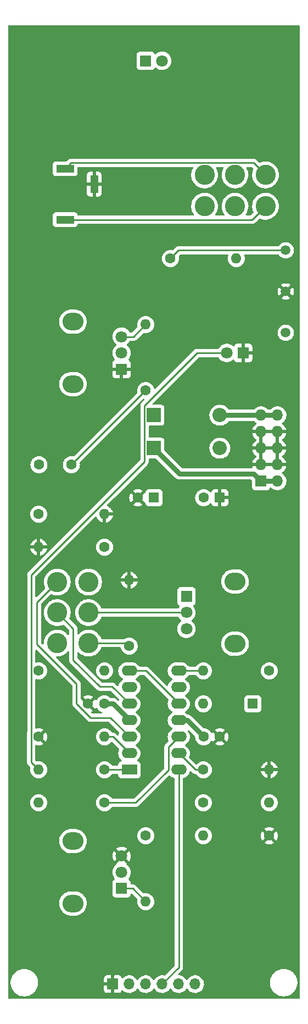
<source format=gbl>
G04 #@! TF.GenerationSoftware,KiCad,Pcbnew,6.0.2-378541a8eb~116~ubuntu20.04.1*
G04 #@! TF.CreationDate,2022-03-12T15:31:06-05:00*
G04 #@! TF.ProjectId,irinput_b1,6972696e-7075-4745-9f62-312e6b696361,rev?*
G04 #@! TF.SameCoordinates,Original*
G04 #@! TF.FileFunction,Copper,L2,Bot*
G04 #@! TF.FilePolarity,Positive*
%FSLAX46Y46*%
G04 Gerber Fmt 4.6, Leading zero omitted, Abs format (unit mm)*
G04 Created by KiCad (PCBNEW 6.0.2-378541a8eb~116~ubuntu20.04.1) date 2022-03-12 15:31:06*
%MOMM*%
%LPD*%
G01*
G04 APERTURE LIST*
G04 #@! TA.AperFunction,ComponentPad*
%ADD10O,3.240000X2.720000*%
G04 #@! TD*
G04 #@! TA.AperFunction,ComponentPad*
%ADD11R,1.800000X1.800000*%
G04 #@! TD*
G04 #@! TA.AperFunction,ComponentPad*
%ADD12C,1.800000*%
G04 #@! TD*
G04 #@! TA.AperFunction,ComponentPad*
%ADD13C,1.500000*%
G04 #@! TD*
G04 #@! TA.AperFunction,ComponentPad*
%ADD14C,3.100000*%
G04 #@! TD*
G04 #@! TA.AperFunction,ComponentPad*
%ADD15R,2.800000X1.250000*%
G04 #@! TD*
G04 #@! TA.AperFunction,ComponentPad*
%ADD16R,1.250000X2.800000*%
G04 #@! TD*
G04 #@! TA.AperFunction,ComponentPad*
%ADD17R,2.400000X1.600000*%
G04 #@! TD*
G04 #@! TA.AperFunction,ComponentPad*
%ADD18O,2.400000X1.600000*%
G04 #@! TD*
G04 #@! TA.AperFunction,ComponentPad*
%ADD19R,2.200000X2.200000*%
G04 #@! TD*
G04 #@! TA.AperFunction,ComponentPad*
%ADD20O,2.200000X2.200000*%
G04 #@! TD*
G04 #@! TA.AperFunction,ComponentPad*
%ADD21C,1.600000*%
G04 #@! TD*
G04 #@! TA.AperFunction,ComponentPad*
%ADD22O,1.600000X1.600000*%
G04 #@! TD*
G04 #@! TA.AperFunction,ComponentPad*
%ADD23R,1.700000X1.700000*%
G04 #@! TD*
G04 #@! TA.AperFunction,ComponentPad*
%ADD24O,1.700000X1.700000*%
G04 #@! TD*
G04 #@! TA.AperFunction,ComponentPad*
%ADD25R,1.600000X1.600000*%
G04 #@! TD*
G04 #@! TA.AperFunction,ComponentPad*
%ADD26R,1.727200X1.727200*%
G04 #@! TD*
G04 #@! TA.AperFunction,ComponentPad*
%ADD27O,1.727200X1.727200*%
G04 #@! TD*
G04 #@! TA.AperFunction,Conductor*
%ADD28C,0.250000*%
G04 #@! TD*
G04 #@! TA.AperFunction,Conductor*
%ADD29C,0.750000*%
G04 #@! TD*
G04 APERTURE END LIST*
D10*
G04 #@! TO.P,RV1,*
G04 #@! TO.N,*
X137499999Y-70699999D03*
X137499999Y-80299999D03*
D11*
G04 #@! TO.P,RV1,1,1*
G04 #@! TO.N,Board_0-GND*
X144999999Y-77999999D03*
D12*
G04 #@! TO.P,RV1,2,2*
G04 #@! TO.N,Board_0-/SENSITIVITY*
X144999999Y-75499999D03*
G04 #@! TO.P,RV1,3,3*
X144999999Y-72999999D03*
G04 #@! TD*
D13*
G04 #@! TO.P,TP1,1,1*
G04 #@! TO.N,Board_0-+12V*
X170319999Y-59699999D03*
G04 #@! TD*
G04 #@! TO.P,TP3,1,1*
G04 #@! TO.N,Board_0--12V*
X170319999Y-72399999D03*
G04 #@! TD*
D14*
G04 #@! TO.P,SW2,1,A*
G04 #@! TO.N,Board_0-/DC*
X135084999Y-110799999D03*
G04 #@! TO.P,SW2,2,B*
G04 #@! TO.N,Board_0-Net-(C1-Pad2)*
X135084999Y-115499999D03*
G04 #@! TO.P,SW2,3,C*
G04 #@! TO.N,Board_0-/AC*
X135084999Y-120199999D03*
G04 #@! TO.P,SW2,4,A*
G04 #@! TO.N,Board_0-Net-(R5-Pad1)*
X139914999Y-110799999D03*
G04 #@! TO.P,SW2,5,B*
G04 #@! TO.N,Board_0-Net-(RV2-Pad2)*
X139914999Y-115499999D03*
G04 #@! TO.P,SW2,6,C*
G04 #@! TO.N,Board_0-Net-(R7-Pad1)*
X139914999Y-120199999D03*
G04 #@! TD*
D10*
G04 #@! TO.P,RV3,*
G04 #@! TO.N,*
X137499999Y-150699999D03*
X137499999Y-160299999D03*
D11*
G04 #@! TO.P,RV3,1,1*
G04 #@! TO.N,Board_0-Net-(R10-Pad2)*
X144999999Y-157999999D03*
D12*
G04 #@! TO.P,RV3,2,2*
G04 #@! TO.N,Board_0-/THRESHOLD*
X144999999Y-155499999D03*
G04 #@! TO.P,RV3,3,3*
G04 #@! TO.N,Board_0-GND*
X144999999Y-152999999D03*
G04 #@! TD*
D15*
G04 #@! TO.P,J1,R*
G04 #@! TO.N,Board_0-/EXT_E*
X136299999Y-47124999D03*
D16*
G04 #@! TO.P,J1,S*
G04 #@! TO.N,Board_0-GND*
X140774999Y-49499999D03*
D15*
G04 #@! TO.P,J1,T*
G04 #@! TO.N,Board_0-/EXT_C*
X136299999Y-54974999D03*
G04 #@! TD*
D11*
G04 #@! TO.P,Q1,1,C*
G04 #@! TO.N,Board_0-Net-(Q1-Pad1)*
X148724999Y-30499999D03*
D12*
G04 #@! TO.P,Q1,2,E*
G04 #@! TO.N,Board_0-Net-(Q1-Pad2)*
X151264999Y-30499999D03*
G04 #@! TD*
D13*
G04 #@! TO.P,TP2,1,1*
G04 #@! TO.N,Board_0-GND*
X170319999Y-66049999D03*
G04 #@! TD*
D10*
G04 #@! TO.P,RV2,*
G04 #@! TO.N,*
X162499999Y-110699999D03*
X162499999Y-120299999D03*
D11*
G04 #@! TO.P,RV2,1,1*
G04 #@! TO.N,Board_0-Net-(R9-Pad1)*
X154999999Y-112999999D03*
D12*
G04 #@! TO.P,RV2,2,2*
G04 #@! TO.N,Board_0-Net-(RV2-Pad2)*
X154999999Y-115499999D03*
G04 #@! TO.P,RV2,3,3*
X154999999Y-117999999D03*
G04 #@! TD*
D11*
G04 #@! TO.P,D3,1,K*
G04 #@! TO.N,Board_0-GND*
X163749999Y-75499999D03*
D12*
G04 #@! TO.P,D3,2,A*
G04 #@! TO.N,Board_0-Net-(D3-Pad2)*
X161209999Y-75499999D03*
G04 #@! TD*
D14*
G04 #@! TO.P,SW1,1,A*
G04 #@! TO.N,Board_0-Net-(Q1-Pad1)*
X157799999Y-52914999D03*
G04 #@! TO.P,SW1,2,B*
G04 #@! TO.N,Board_0-/COLL*
X162499999Y-52914999D03*
G04 #@! TO.P,SW1,3,C*
G04 #@! TO.N,Board_0-/EXT_C*
X167199999Y-52914999D03*
G04 #@! TO.P,SW1,4,A*
G04 #@! TO.N,Board_0-Net-(Q1-Pad2)*
X157799999Y-48084999D03*
G04 #@! TO.P,SW1,5,B*
G04 #@! TO.N,Board_0-/DC*
X162499999Y-48084999D03*
G04 #@! TO.P,SW1,6,C*
G04 #@! TO.N,Board_0-/EXT_E*
X167199999Y-48084999D03*
G04 #@! TD*
D17*
G04 #@! TO.P,U1,1*
G04 #@! TO.N,Board_0-Net-(R8-Pad1)*
X146199999Y-139714999D03*
D18*
G04 #@! TO.P,U1,2,-*
G04 #@! TO.N,Board_0-Net-(R3-Pad2)*
X146199999Y-137174999D03*
G04 #@! TO.P,U1,3,+*
G04 #@! TO.N,Board_0-/DC*
X146199999Y-134634999D03*
G04 #@! TO.P,U1,4,V+*
G04 #@! TO.N,Board_0-+12V*
X146199999Y-132094999D03*
G04 #@! TO.P,U1,5,+*
G04 #@! TO.N,Board_0-Net-(C1-Pad2)*
X146199999Y-129554999D03*
G04 #@! TO.P,U1,6,-*
G04 #@! TO.N,Board_0-Net-(RV2-Pad2)*
X146199999Y-127014999D03*
G04 #@! TO.P,U1,7*
G04 #@! TO.N,Board_0-Net-(R9-Pad1)*
X146199999Y-124474999D03*
G04 #@! TO.P,U1,8*
G04 #@! TO.N,Board_0-Net-(D4-Pad2)*
X153819999Y-124474999D03*
G04 #@! TO.P,U1,9,-*
G04 #@! TO.N,Board_0-/THRESHOLD*
X153819999Y-127014999D03*
G04 #@! TO.P,U1,10,+*
G04 #@! TO.N,Board_0-Net-(R9-Pad1)*
X153819999Y-129554999D03*
G04 #@! TO.P,U1,11,V-*
G04 #@! TO.N,Board_0--12V*
X153819999Y-132094999D03*
G04 #@! TO.P,U1,12,+*
G04 #@! TO.N,Board_0-Net-(R9-Pad1)*
X153819999Y-134634999D03*
G04 #@! TO.P,U1,13,-*
G04 #@! TO.N,Board_0-/CV_LED_2*
X153819999Y-137174999D03*
G04 #@! TO.P,U1,14*
G04 #@! TO.N,Board_0-/CV_LED_1*
X153819999Y-139714999D03*
G04 #@! TD*
D19*
G04 #@! TO.P,D1,1,K*
G04 #@! TO.N,Board_0-+12V*
X149999999Y-85099999D03*
D20*
G04 #@! TO.P,D1,2,A*
G04 #@! TO.N,Board_0-/+12_IN*
X160159999Y-85099999D03*
G04 #@! TD*
D21*
G04 #@! TO.P,R5,1*
G04 #@! TO.N,Board_0-Net-(R5-Pad1)*
X142379999Y-105419999D03*
D22*
G04 #@! TO.P,R5,2*
G04 #@! TO.N,Board_0-GND*
X132219999Y-105419999D03*
G04 #@! TD*
D21*
G04 #@! TO.P,R8,1*
G04 #@! TO.N,Board_0-Net-(R8-Pad1)*
X142379999Y-139709999D03*
D22*
G04 #@! TO.P,R8,2*
G04 #@! TO.N,Board_0-Net-(D3-Pad2)*
X132219999Y-139709999D03*
G04 #@! TD*
D21*
G04 #@! TO.P,C5,1*
G04 #@! TO.N,Board_0-GND*
X160159999Y-134629999D03*
G04 #@! TO.P,C5,2*
G04 #@! TO.N,Board_0--12V*
X157659999Y-134629999D03*
G04 #@! TD*
D23*
G04 #@! TO.P,J4,1,Pin_1*
G04 #@! TO.N,Board_0-GND*
X143649999Y-172729999D03*
D24*
G04 #@! TO.P,J4,2,Pin_2*
G04 #@! TO.N,Board_0-/CV_OUT*
X146189999Y-172729999D03*
G04 #@! TO.P,J4,3,Pin_3*
G04 #@! TO.N,Board_0-/CV_LED_2*
X148729999Y-172729999D03*
G04 #@! TO.P,J4,4,Pin_4*
G04 #@! TO.N,Board_0-/CV_LED_1*
X151269999Y-172729999D03*
G04 #@! TO.P,J4,5,Pin_5*
G04 #@! TO.N,Board_0-/GATE_OUT*
X153809999Y-172729999D03*
G04 #@! TO.P,J4,6,Pin_6*
G04 #@! TO.N,Board_0-/GATE_LED*
X156349999Y-172729999D03*
G04 #@! TD*
D21*
G04 #@! TO.P,R6,1*
G04 #@! TO.N,Board_0-Net-(R3-Pad2)*
X132219999Y-124469999D03*
D22*
G04 #@! TO.P,R6,2*
G04 #@! TO.N,Board_0-+12V*
X142379999Y-124469999D03*
G04 #@! TD*
D21*
G04 #@! TO.P,R14,1*
G04 #@! TO.N,Board_0-GND*
X167779999Y-149869999D03*
D22*
G04 #@! TO.P,R14,2*
G04 #@! TO.N,Board_0-/GATE_OUT*
X157619999Y-149869999D03*
G04 #@! TD*
D21*
G04 #@! TO.P,R7,1*
G04 #@! TO.N,Board_0-Net-(R7-Pad1)*
X146189999Y-120659999D03*
D22*
G04 #@! TO.P,R7,2*
G04 #@! TO.N,Board_0-GND*
X146189999Y-110499999D03*
G04 #@! TD*
D21*
G04 #@! TO.P,R2,1*
G04 #@! TO.N,Board_0-+12V*
X152539999Y-60969999D03*
D22*
G04 #@! TO.P,R2,2*
G04 #@! TO.N,Board_0-/COLL*
X162699999Y-60969999D03*
G04 #@! TD*
D25*
G04 #@! TO.P,C2,1*
G04 #@! TO.N,Board_0-+12V*
X149999999Y-97799999D03*
D21*
G04 #@! TO.P,C2,2*
G04 #@! TO.N,Board_0-GND*
X147499999Y-97799999D03*
G04 #@! TD*
D26*
G04 #@! TO.P,J2,1,-12V*
G04 #@! TO.N,Board_0-/-12_IN*
X166509999Y-95259999D03*
D27*
G04 #@! TO.P,J2,2,-12V*
X169049999Y-95259999D03*
G04 #@! TO.P,J2,3,GND*
G04 #@! TO.N,Board_0-GND*
X166509999Y-92719999D03*
G04 #@! TO.P,J2,4,GND*
X169049999Y-92719999D03*
G04 #@! TO.P,J2,5,GND*
X166509999Y-90179999D03*
G04 #@! TO.P,J2,6,GND*
X169049999Y-90179999D03*
G04 #@! TO.P,J2,7,GND*
X166509999Y-87639999D03*
G04 #@! TO.P,J2,8,GND*
X169049999Y-87639999D03*
G04 #@! TO.P,J2,9,+12V*
G04 #@! TO.N,Board_0-/+12_IN*
X166509999Y-85099999D03*
G04 #@! TO.P,J2,10,+12V*
X169049999Y-85099999D03*
G04 #@! TD*
D21*
G04 #@! TO.P,R4,1*
G04 #@! TO.N,Board_0-/AC*
X132219999Y-100339999D03*
D22*
G04 #@! TO.P,R4,2*
G04 #@! TO.N,Board_0-GND*
X142379999Y-100339999D03*
G04 #@! TD*
D25*
G04 #@! TO.P,C3,1*
G04 #@! TO.N,Board_0-GND*
X160159999Y-97799999D03*
D21*
G04 #@! TO.P,C3,2*
G04 #@! TO.N,Board_0--12V*
X157659999Y-97799999D03*
G04 #@! TD*
G04 #@! TO.P,R1,1*
G04 #@! TO.N,Board_0-/DC*
X148729999Y-81289999D03*
D22*
G04 #@! TO.P,R1,2*
G04 #@! TO.N,Board_0-/SENSITIVITY*
X148729999Y-71129999D03*
G04 #@! TD*
D21*
G04 #@! TO.P,R13,1*
G04 #@! TO.N,Board_0-/GATE_OUT*
X157619999Y-144789999D03*
D22*
G04 #@! TO.P,R13,2*
G04 #@! TO.N,Board_0-Net-(D4-Pad1)*
X167779999Y-144789999D03*
G04 #@! TD*
D21*
G04 #@! TO.P,C4,1*
G04 #@! TO.N,Board_0-+12V*
X142339999Y-129549999D03*
G04 #@! TO.P,C4,2*
G04 #@! TO.N,Board_0-GND*
X139839999Y-129549999D03*
G04 #@! TD*
G04 #@! TO.P,R10,1*
G04 #@! TO.N,Board_0-+12V*
X148729999Y-149869999D03*
D22*
G04 #@! TO.P,R10,2*
G04 #@! TO.N,Board_0-Net-(R10-Pad2)*
X148729999Y-160029999D03*
G04 #@! TD*
D21*
G04 #@! TO.P,R12,1*
G04 #@! TO.N,Board_0-/GATE_LED*
X167779999Y-124469999D03*
D22*
G04 #@! TO.P,R12,2*
G04 #@! TO.N,Board_0-Net-(D4-Pad2)*
X157619999Y-124469999D03*
G04 #@! TD*
D19*
G04 #@! TO.P,D2,1,K*
G04 #@! TO.N,Board_0-/-12_IN*
X149999999Y-90179999D03*
D20*
G04 #@! TO.P,D2,2,A*
G04 #@! TO.N,Board_0--12V*
X160159999Y-90179999D03*
G04 #@! TD*
D21*
G04 #@! TO.P,R3,1*
G04 #@! TO.N,Board_0-GND*
X132219999Y-134629999D03*
D22*
G04 #@! TO.P,R3,2*
G04 #@! TO.N,Board_0-Net-(R3-Pad2)*
X142379999Y-134629999D03*
G04 #@! TD*
D25*
G04 #@! TO.P,D4,1,K*
G04 #@! TO.N,Board_0-Net-(D4-Pad1)*
X165239999Y-129549999D03*
D22*
G04 #@! TO.P,D4,2,A*
G04 #@! TO.N,Board_0-Net-(D4-Pad2)*
X157619999Y-129549999D03*
G04 #@! TD*
D21*
G04 #@! TO.P,R11,1*
G04 #@! TO.N,Board_0-/CV_LED_2*
X157619999Y-139709999D03*
D22*
G04 #@! TO.P,R11,2*
G04 #@! TO.N,Board_0-GND*
X167779999Y-139709999D03*
G04 #@! TD*
D21*
G04 #@! TO.P,R9,1*
G04 #@! TO.N,Board_0-Net-(R9-Pad1)*
X142379999Y-144789999D03*
D22*
G04 #@! TO.P,R9,2*
G04 #@! TO.N,Board_0-/CV_OUT*
X132219999Y-144789999D03*
G04 #@! TD*
D21*
G04 #@! TO.P,C1,1*
G04 #@! TO.N,Board_0-/DC*
X137259999Y-92719999D03*
G04 #@! TO.P,C1,2*
G04 #@! TO.N,Board_0-Net-(C1-Pad2)*
X132259999Y-92719999D03*
G04 #@! TD*
D28*
G04 #@! TO.N,Board_0-+12V*
X170319999Y-59699999D02*
X153809999Y-59699999D01*
D29*
X143654999Y-129549999D02*
X146199999Y-132094999D01*
X142339999Y-129549999D02*
X143654999Y-129549999D01*
D28*
X153809999Y-59699999D02*
X152539999Y-60969999D01*
D29*
G04 #@! TO.N,Board_0--12V*
X153819999Y-132094999D02*
X155124999Y-132094999D01*
X155124999Y-132094999D02*
X157659999Y-134629999D01*
G04 #@! TO.N,Board_0-/+12_IN*
X166509999Y-85099999D02*
X169049999Y-85099999D01*
X166509999Y-85099999D02*
X160159999Y-85099999D01*
G04 #@! TO.N,Board_0-/-12_IN*
X166509999Y-95259999D02*
X165366999Y-94116999D01*
X153936999Y-94116999D02*
X149999999Y-90179999D01*
X169049999Y-95259999D02*
X166509999Y-95259999D01*
X165366999Y-94116999D02*
X153936999Y-94116999D01*
D28*
G04 #@! TO.N,Board_0-/CV_LED_1*
X153819999Y-170179999D02*
X151269999Y-172729999D01*
X153819999Y-139714999D02*
X153819999Y-170179999D01*
G04 #@! TO.N,Board_0-/CV_LED_2*
X156354999Y-139709999D02*
X157619999Y-139709999D01*
X153819999Y-137174999D02*
X156354999Y-139709999D01*
G04 #@! TO.N,Board_0-/DC*
X135084999Y-110799999D02*
X131965999Y-113918999D01*
X140186210Y-131674210D02*
X143239210Y-131674210D01*
X138061999Y-129549999D02*
X140186210Y-131674210D01*
X131965999Y-120400999D02*
X138061999Y-126496999D01*
X131965999Y-113918999D02*
X131965999Y-120400999D01*
X137259999Y-92719999D02*
X148689999Y-81289999D01*
X138061999Y-126496999D02*
X138061999Y-129549999D01*
X143239210Y-131674210D02*
X146199999Y-134634999D01*
G04 #@! TO.N,Board_0-/EXT_C*
X136299999Y-54974999D02*
X165139999Y-54974999D01*
X165139999Y-54974999D02*
X167199999Y-52914999D01*
G04 #@! TO.N,Board_0-/EXT_E*
X165325488Y-46210488D02*
X167199999Y-48084999D01*
X137214510Y-46210488D02*
X165325488Y-46210488D01*
X136299999Y-47124999D02*
X137214510Y-46210488D01*
G04 #@! TO.N,Board_0-/SENSITIVITY*
X146859999Y-72999999D02*
X148729999Y-71129999D01*
X144999999Y-72999999D02*
X146859999Y-72999999D01*
G04 #@! TO.N,Board_0-Net-(C1-Pad2)*
X141649510Y-126914510D02*
X143559510Y-126914510D01*
X135084999Y-115499999D02*
X137553999Y-117968999D01*
X137553999Y-122818999D02*
X141649510Y-126914510D01*
X137553999Y-117968999D02*
X137553999Y-122818999D01*
X143559510Y-126914510D02*
X146199999Y-129554999D01*
G04 #@! TO.N,Board_0-Net-(D3-Pad2)*
X131045488Y-138535488D02*
X132219999Y-139709999D01*
X131076999Y-134111989D02*
X131045488Y-134143500D01*
X131076999Y-109672999D02*
X131076999Y-134111989D01*
X161209999Y-75499999D02*
X156650977Y-75499999D01*
X148525488Y-83625488D02*
X148525488Y-92224510D01*
X156650977Y-75499999D02*
X148525488Y-83625488D01*
X131045488Y-134143500D02*
X131045488Y-138535488D01*
X148525488Y-92224510D02*
X131076999Y-109672999D01*
G04 #@! TO.N,Board_0-Net-(D4-Pad2)*
X153819999Y-124474999D02*
X157614999Y-124474999D01*
G04 #@! TO.N,Board_0-Net-(R10-Pad2)*
X144999999Y-157999999D02*
X146699999Y-157999999D01*
X146699999Y-157999999D02*
X148729999Y-160029999D01*
G04 #@! TO.N,Board_0-Net-(R3-Pad2)*
X143654999Y-134629999D02*
X146199999Y-137174999D01*
X142379999Y-134629999D02*
X143654999Y-134629999D01*
G04 #@! TO.N,Board_0-Net-(R7-Pad1)*
X139914999Y-120199999D02*
X145729999Y-120199999D01*
G04 #@! TO.N,Board_0-Net-(R8-Pad1)*
X142379999Y-139709999D02*
X146194999Y-139709999D01*
G04 #@! TO.N,Board_0-Net-(R9-Pad1)*
X152229999Y-136224999D02*
X153819999Y-134634999D01*
X152229999Y-139765999D02*
X152229999Y-136224999D01*
X148739999Y-124474999D02*
X153819999Y-129554999D01*
X146199999Y-124474999D02*
X148739999Y-124474999D01*
X142379999Y-144789999D02*
X147205999Y-144789999D01*
X147205999Y-144789999D02*
X152229999Y-139765999D01*
G04 #@! TO.N,Board_0-Net-(RV2-Pad2)*
X139914999Y-115499999D02*
X154999999Y-115499999D01*
G04 #@! TD*
G04 #@! TA.AperFunction,Conductor*
G04 #@! TO.N,Board_0-GND*
G36*
X172434120Y-25028001D02*
G01*
X172480613Y-25081657D01*
X172491999Y-25133999D01*
X172491999Y-174865999D01*
X172471997Y-174934120D01*
X172418341Y-174980613D01*
X172365999Y-174991999D01*
X127633999Y-174991999D01*
X127565878Y-174971997D01*
X127519385Y-174918341D01*
X127507999Y-174865999D01*
X127507999Y-172632702D01*
X127890742Y-172632702D01*
X127928267Y-172917733D01*
X128004128Y-173195035D01*
X128005812Y-173198983D01*
X128107333Y-173436993D01*
X128116922Y-173459475D01*
X128128692Y-173479141D01*
X128259439Y-173697603D01*
X128264560Y-173706160D01*
X128444312Y-173930527D01*
X128556705Y-174037184D01*
X128614009Y-174091563D01*
X128652850Y-174128422D01*
X128886316Y-174296185D01*
X128890111Y-174298194D01*
X128890112Y-174298195D01*
X128911868Y-174309714D01*
X129140391Y-174430711D01*
X129410372Y-174529510D01*
X129691263Y-174590754D01*
X129719840Y-174593003D01*
X129914281Y-174608306D01*
X129914290Y-174608306D01*
X129916738Y-174608499D01*
X130072270Y-174608499D01*
X130074406Y-174608353D01*
X130074417Y-174608353D01*
X130282547Y-174594164D01*
X130282553Y-174594163D01*
X130286824Y-174593872D01*
X130291019Y-174593003D01*
X130291021Y-174593003D01*
X130427582Y-174564723D01*
X130568341Y-174535573D01*
X130839342Y-174439606D01*
X131094811Y-174307749D01*
X131098312Y-174305288D01*
X131098316Y-174305286D01*
X131212416Y-174225095D01*
X131330022Y-174142440D01*
X131482595Y-174000660D01*
X131537478Y-173949660D01*
X131537480Y-173949657D01*
X131540621Y-173946739D01*
X131722712Y-173724267D01*
X131783747Y-173624668D01*
X142292000Y-173624668D01*
X142292370Y-173631489D01*
X142297894Y-173682351D01*
X142301520Y-173697603D01*
X142346675Y-173818053D01*
X142355213Y-173833648D01*
X142431714Y-173935723D01*
X142444275Y-173948284D01*
X142546350Y-174024785D01*
X142561945Y-174033323D01*
X142682393Y-174078477D01*
X142697648Y-174082104D01*
X142748513Y-174087630D01*
X142755327Y-174087999D01*
X143377884Y-174087999D01*
X143393123Y-174083524D01*
X143394328Y-174082134D01*
X143395999Y-174074451D01*
X143395999Y-173002114D01*
X143391524Y-172986875D01*
X143390134Y-172985670D01*
X143382451Y-172983999D01*
X142310115Y-172983999D01*
X142294876Y-172988474D01*
X142293671Y-172989864D01*
X142292000Y-172997547D01*
X142292000Y-173624668D01*
X131783747Y-173624668D01*
X131872926Y-173479141D01*
X131895623Y-173427437D01*
X131986756Y-173219829D01*
X131988482Y-173215897D01*
X132067243Y-172939405D01*
X132107750Y-172654783D01*
X132107844Y-172636950D01*
X132108782Y-172457884D01*
X142291999Y-172457884D01*
X142296474Y-172473123D01*
X142297864Y-172474328D01*
X142305547Y-172475999D01*
X143377884Y-172475999D01*
X143393123Y-172471524D01*
X143394328Y-172470134D01*
X143395999Y-172462451D01*
X143395999Y-171390115D01*
X143391524Y-171374876D01*
X143390134Y-171373671D01*
X143382451Y-171372000D01*
X142755330Y-171372000D01*
X142748509Y-171372370D01*
X142697647Y-171377894D01*
X142682395Y-171381520D01*
X142561945Y-171426675D01*
X142546350Y-171435213D01*
X142444275Y-171511714D01*
X142431714Y-171524275D01*
X142355213Y-171626350D01*
X142346675Y-171641945D01*
X142301521Y-171762393D01*
X142297894Y-171777648D01*
X142292368Y-171828513D01*
X142291999Y-171835327D01*
X142291999Y-172457884D01*
X132108782Y-172457884D01*
X132109234Y-172371582D01*
X132109234Y-172371575D01*
X132109256Y-172367296D01*
X132071731Y-172082265D01*
X132064732Y-172056679D01*
X132015413Y-171876402D01*
X131995870Y-171804963D01*
X131977712Y-171762393D01*
X131884762Y-171544475D01*
X131884760Y-171544471D01*
X131883076Y-171540523D01*
X131783217Y-171373671D01*
X131737642Y-171297520D01*
X131737639Y-171297516D01*
X131735438Y-171293838D01*
X131555686Y-171069471D01*
X131347148Y-170871576D01*
X131113682Y-170703813D01*
X131091842Y-170692249D01*
X131063812Y-170677408D01*
X130859607Y-170569287D01*
X130589626Y-170470488D01*
X130308735Y-170409244D01*
X130277684Y-170406800D01*
X130085717Y-170391692D01*
X130085708Y-170391692D01*
X130083260Y-170391499D01*
X129927728Y-170391499D01*
X129925592Y-170391645D01*
X129925581Y-170391645D01*
X129717451Y-170405834D01*
X129717445Y-170405835D01*
X129713174Y-170406126D01*
X129708979Y-170406995D01*
X129708977Y-170406995D01*
X129636482Y-170422008D01*
X129431657Y-170464425D01*
X129160656Y-170560392D01*
X129156847Y-170562358D01*
X128955614Y-170666222D01*
X128905187Y-170692249D01*
X128901686Y-170694710D01*
X128901682Y-170694712D01*
X128891593Y-170701803D01*
X128669976Y-170857558D01*
X128459377Y-171053259D01*
X128277286Y-171275731D01*
X128127072Y-171520857D01*
X128125346Y-171524790D01*
X128125345Y-171524791D01*
X128094702Y-171594597D01*
X128011516Y-171784101D01*
X127932755Y-172060593D01*
X127892248Y-172345215D01*
X127892226Y-172349504D01*
X127892225Y-172349511D01*
X127890764Y-172628416D01*
X127890742Y-172632702D01*
X127507999Y-172632702D01*
X127507999Y-160342504D01*
X135366983Y-160342504D01*
X135392737Y-160612440D01*
X135457189Y-160875831D01*
X135458904Y-160880066D01*
X135458905Y-160880068D01*
X135529395Y-161054100D01*
X135558987Y-161127159D01*
X135696000Y-161361160D01*
X135865358Y-161572931D01*
X135868699Y-161576052D01*
X136007741Y-161705938D01*
X136063511Y-161758036D01*
X136286311Y-161912597D01*
X136290387Y-161914625D01*
X136290389Y-161914626D01*
X136525002Y-162031345D01*
X136525005Y-162031346D01*
X136529089Y-162033378D01*
X136786759Y-162117846D01*
X136791250Y-162118626D01*
X136791251Y-162118626D01*
X137050143Y-162163578D01*
X137050151Y-162163579D01*
X137053924Y-162164234D01*
X137057761Y-162164425D01*
X137138028Y-162168421D01*
X137138036Y-162168421D01*
X137139599Y-162168499D01*
X137828883Y-162168499D01*
X137831151Y-162168334D01*
X137831163Y-162168334D01*
X137962977Y-162158770D01*
X138030450Y-162153874D01*
X138034905Y-162152890D01*
X138034908Y-162152890D01*
X138290776Y-162096399D01*
X138290780Y-162096398D01*
X138295236Y-162095414D01*
X138464344Y-162031345D01*
X138544539Y-162000962D01*
X138544542Y-162000961D01*
X138548809Y-161999344D01*
X138785858Y-161867675D01*
X139001416Y-161703166D01*
X139190969Y-161509263D01*
X139350546Y-161290027D01*
X139476803Y-161050052D01*
X139480581Y-161039356D01*
X139537491Y-160878196D01*
X139567095Y-160794365D01*
X139619532Y-160528321D01*
X139619759Y-160523765D01*
X139632788Y-160262063D01*
X139632788Y-160262057D01*
X139633015Y-160257494D01*
X139607261Y-159987558D01*
X139542809Y-159724167D01*
X139520137Y-159668191D01*
X139442724Y-159477068D01*
X139442724Y-159477067D01*
X139441011Y-159472839D01*
X139303998Y-159238838D01*
X139134640Y-159027067D01*
X139108297Y-159002459D01*
X138939823Y-158845078D01*
X138939820Y-158845076D01*
X138936487Y-158841962D01*
X138713687Y-158687401D01*
X138709609Y-158685372D01*
X138474996Y-158568653D01*
X138474993Y-158568652D01*
X138470909Y-158566620D01*
X138213239Y-158482152D01*
X138208747Y-158481372D01*
X137949855Y-158436420D01*
X137949847Y-158436419D01*
X137946074Y-158435764D01*
X137938428Y-158435383D01*
X137861970Y-158431577D01*
X137861962Y-158431577D01*
X137860399Y-158431499D01*
X137171115Y-158431499D01*
X137168847Y-158431664D01*
X137168835Y-158431664D01*
X137037021Y-158441228D01*
X136969548Y-158446124D01*
X136965093Y-158447108D01*
X136965090Y-158447108D01*
X136709222Y-158503599D01*
X136709218Y-158503600D01*
X136704762Y-158504584D01*
X136577976Y-158552619D01*
X136455459Y-158599036D01*
X136455456Y-158599037D01*
X136451189Y-158600654D01*
X136214140Y-158732323D01*
X136206859Y-158737880D01*
X136007338Y-158890150D01*
X135998582Y-158896832D01*
X135809029Y-159090735D01*
X135649452Y-159309971D01*
X135523195Y-159549946D01*
X135521676Y-159554247D01*
X135521674Y-159554252D01*
X135499604Y-159616751D01*
X135432903Y-159805633D01*
X135432023Y-159810099D01*
X135387602Y-160035474D01*
X135380466Y-160071677D01*
X135380239Y-160076231D01*
X135380239Y-160076233D01*
X135370988Y-160262063D01*
X135366983Y-160342504D01*
X127507999Y-160342504D01*
X127507999Y-155465468D01*
X143587094Y-155465468D01*
X143587391Y-155470621D01*
X143587391Y-155470624D01*
X143593066Y-155569040D01*
X143600426Y-155696696D01*
X143601563Y-155701742D01*
X143601564Y-155701748D01*
X143633740Y-155844522D01*
X143651345Y-155922641D01*
X143653287Y-155927423D01*
X143653288Y-155927427D01*
X143736539Y-156132449D01*
X143738483Y-156137236D01*
X143859500Y-156334718D01*
X143862881Y-156338621D01*
X143945148Y-156433593D01*
X143974630Y-156498178D01*
X143964515Y-156568451D01*
X143918014Y-156622099D01*
X143894138Y-156634072D01*
X143861706Y-156646230D01*
X143861703Y-156646232D01*
X143853294Y-156649384D01*
X143736738Y-156736738D01*
X143649384Y-156853294D01*
X143598254Y-156989683D01*
X143591499Y-157051865D01*
X143591499Y-158948133D01*
X143598254Y-159010315D01*
X143649384Y-159146704D01*
X143736738Y-159263260D01*
X143853294Y-159350614D01*
X143989683Y-159401744D01*
X144051865Y-159408499D01*
X145948133Y-159408499D01*
X146010315Y-159401744D01*
X146146704Y-159350614D01*
X146263260Y-159263260D01*
X146350614Y-159146704D01*
X146401744Y-159010315D01*
X146408499Y-158948133D01*
X146408499Y-158908593D01*
X146428501Y-158840472D01*
X146482157Y-158793979D01*
X146552431Y-158783875D01*
X146617011Y-158813369D01*
X146623594Y-158819498D01*
X147420847Y-159616751D01*
X147454873Y-159679063D01*
X147453458Y-159738458D01*
X147437881Y-159796590D01*
X147437880Y-159796597D01*
X147436456Y-159801912D01*
X147416501Y-160029999D01*
X147436456Y-160258086D01*
X147437880Y-160263399D01*
X147437880Y-160263401D01*
X147457852Y-160337935D01*
X147495715Y-160479242D01*
X147498038Y-160484223D01*
X147498038Y-160484224D01*
X147590150Y-160681761D01*
X147590153Y-160681766D01*
X147592476Y-160686748D01*
X147723801Y-160874299D01*
X147885699Y-161036197D01*
X147890207Y-161039354D01*
X147890210Y-161039356D01*
X147899336Y-161045746D01*
X148073250Y-161167522D01*
X148078232Y-161169845D01*
X148078237Y-161169848D01*
X148275774Y-161261960D01*
X148280756Y-161264283D01*
X148286064Y-161265705D01*
X148286066Y-161265706D01*
X148496597Y-161322118D01*
X148496599Y-161322118D01*
X148501912Y-161323542D01*
X148729999Y-161343497D01*
X148958086Y-161323542D01*
X148963399Y-161322118D01*
X148963401Y-161322118D01*
X149173932Y-161265706D01*
X149173934Y-161265705D01*
X149179242Y-161264283D01*
X149184224Y-161261960D01*
X149381761Y-161169848D01*
X149381766Y-161169845D01*
X149386748Y-161167522D01*
X149560662Y-161045746D01*
X149569788Y-161039356D01*
X149569791Y-161039354D01*
X149574299Y-161036197D01*
X149736197Y-160874299D01*
X149867522Y-160686748D01*
X149869845Y-160681766D01*
X149869848Y-160681761D01*
X149961960Y-160484224D01*
X149961960Y-160484223D01*
X149964283Y-160479242D01*
X150002147Y-160337935D01*
X150022118Y-160263401D01*
X150022118Y-160263399D01*
X150023542Y-160258086D01*
X150043497Y-160029999D01*
X150023542Y-159801912D01*
X150022116Y-159796590D01*
X149965706Y-159586066D01*
X149965705Y-159586064D01*
X149964283Y-159580756D01*
X149880809Y-159401744D01*
X149869848Y-159378237D01*
X149869845Y-159378232D01*
X149867522Y-159373250D01*
X149790506Y-159263260D01*
X149739356Y-159190210D01*
X149739354Y-159190207D01*
X149736197Y-159185699D01*
X149574299Y-159023801D01*
X149569791Y-159020644D01*
X149569788Y-159020642D01*
X149491610Y-158965901D01*
X149386748Y-158892476D01*
X149381766Y-158890153D01*
X149381761Y-158890150D01*
X149184224Y-158798038D01*
X149184223Y-158798038D01*
X149179242Y-158795715D01*
X149173934Y-158794293D01*
X149173932Y-158794292D01*
X148963401Y-158737880D01*
X148963399Y-158737880D01*
X148958086Y-158736456D01*
X148729999Y-158716501D01*
X148501912Y-158736456D01*
X148496601Y-158737879D01*
X148496590Y-158737881D01*
X148438458Y-158753458D01*
X148367482Y-158751769D01*
X148316751Y-158720847D01*
X147203651Y-157607746D01*
X147196111Y-157599460D01*
X147191999Y-157592981D01*
X147142347Y-157546355D01*
X147139506Y-157543601D01*
X147119769Y-157523864D01*
X147116572Y-157521384D01*
X147107550Y-157513679D01*
X147081099Y-157488840D01*
X147075320Y-157483413D01*
X147068374Y-157479594D01*
X147068371Y-157479592D01*
X147057565Y-157473651D01*
X147041046Y-157462800D01*
X147040582Y-157462440D01*
X147025040Y-157450385D01*
X147017771Y-157447240D01*
X147017767Y-157447237D01*
X146984462Y-157432825D01*
X146973812Y-157427608D01*
X146935059Y-157406304D01*
X146915436Y-157401266D01*
X146896733Y-157394862D01*
X146885419Y-157389966D01*
X146885418Y-157389966D01*
X146878144Y-157386818D01*
X146870321Y-157385579D01*
X146870311Y-157385576D01*
X146834475Y-157379900D01*
X146822855Y-157377494D01*
X146787710Y-157368471D01*
X146787709Y-157368471D01*
X146780029Y-157366499D01*
X146759775Y-157366499D01*
X146740064Y-157364948D01*
X146727885Y-157363019D01*
X146720056Y-157361779D01*
X146712164Y-157362525D01*
X146676038Y-157365940D01*
X146664180Y-157366499D01*
X146534499Y-157366499D01*
X146466378Y-157346497D01*
X146419885Y-157292841D01*
X146408499Y-157240499D01*
X146408499Y-157051865D01*
X146401744Y-156989683D01*
X146350614Y-156853294D01*
X146263260Y-156736738D01*
X146146704Y-156649384D01*
X146138295Y-156646232D01*
X146138294Y-156646231D01*
X146108970Y-156635238D01*
X146052205Y-156592597D01*
X146027505Y-156526036D01*
X146042712Y-156456687D01*
X146064259Y-156428005D01*
X146072641Y-156419652D01*
X146076302Y-156416004D01*
X146211457Y-156227916D01*
X146258640Y-156132449D01*
X146311783Y-156024921D01*
X146311784Y-156024919D01*
X146314077Y-156020279D01*
X146381407Y-155798670D01*
X146411639Y-155569040D01*
X146413326Y-155499999D01*
X146407031Y-155423433D01*
X146394772Y-155274317D01*
X146394771Y-155274311D01*
X146394348Y-155269166D01*
X146337924Y-155044532D01*
X146335865Y-155039796D01*
X146247629Y-154836867D01*
X146247627Y-154836864D01*
X146245569Y-154832130D01*
X146119763Y-154637664D01*
X145963886Y-154466357D01*
X145959835Y-154463158D01*
X145959831Y-154463154D01*
X145808294Y-154343478D01*
X145767231Y-154285561D01*
X145763999Y-154214638D01*
X145787281Y-154166787D01*
X145793495Y-154158872D01*
X145786509Y-154145720D01*
X145012810Y-153372020D01*
X144998867Y-153364407D01*
X144997033Y-153364538D01*
X144990419Y-153368789D01*
X144210179Y-154149030D01*
X144203422Y-154161404D01*
X144212015Y-154172883D01*
X144236826Y-154239403D01*
X144221735Y-154308778D01*
X144186800Y-154349153D01*
X144065789Y-154440011D01*
X144061654Y-154443116D01*
X143901638Y-154610563D01*
X143898724Y-154614835D01*
X143898723Y-154614836D01*
X143883151Y-154637664D01*
X143771118Y-154801898D01*
X143673601Y-155011980D01*
X143611706Y-155235168D01*
X143587094Y-155465468D01*
X127507999Y-155465468D01*
X127507999Y-152970637D01*
X143587892Y-152970637D01*
X143600626Y-153191467D01*
X143602060Y-153201669D01*
X143650684Y-153417438D01*
X143653772Y-153427291D01*
X143736985Y-153632219D01*
X143741633Y-153641420D01*
X143830096Y-153785780D01*
X143840552Y-153795241D01*
X143849330Y-153791457D01*
X144627978Y-153012810D01*
X144634355Y-153001131D01*
X145364407Y-153001131D01*
X145364538Y-153002965D01*
X145368789Y-153009579D01*
X146146306Y-153787095D01*
X146158312Y-153793651D01*
X146170051Y-153784683D01*
X146208009Y-153731858D01*
X146213320Y-153723019D01*
X146311317Y-153524736D01*
X146315116Y-153515141D01*
X146379414Y-153303516D01*
X146381593Y-153293435D01*
X146410701Y-153072337D01*
X146411220Y-153065662D01*
X146412743Y-153003363D01*
X146412549Y-152996645D01*
X146394278Y-152774399D01*
X146392595Y-152764237D01*
X146338709Y-152549707D01*
X146335388Y-152539952D01*
X146247192Y-152337117D01*
X146242314Y-152328019D01*
X146169223Y-152215037D01*
X146158537Y-152205834D01*
X146148972Y-152210237D01*
X145372020Y-152987188D01*
X145364407Y-153001131D01*
X144634355Y-153001131D01*
X144635591Y-152998867D01*
X144635460Y-152997033D01*
X144631209Y-152990419D01*
X143853861Y-152213072D01*
X143842329Y-152206775D01*
X143830047Y-152216398D01*
X143774466Y-152297876D01*
X143769378Y-152306832D01*
X143676251Y-152507458D01*
X143672688Y-152517145D01*
X143613580Y-152730279D01*
X143611649Y-152740399D01*
X143588144Y-152960348D01*
X143587892Y-152970637D01*
X127507999Y-152970637D01*
X127507999Y-150742504D01*
X135366983Y-150742504D01*
X135392737Y-151012440D01*
X135393821Y-151016869D01*
X135393822Y-151016876D01*
X135415211Y-151104283D01*
X135457189Y-151275831D01*
X135458904Y-151280066D01*
X135458905Y-151280068D01*
X135529395Y-151454100D01*
X135558987Y-151527159D01*
X135696000Y-151761160D01*
X135865358Y-151972931D01*
X135868699Y-151976052D01*
X136007741Y-152105938D01*
X136063511Y-152158036D01*
X136286311Y-152312597D01*
X136290387Y-152314625D01*
X136290389Y-152314626D01*
X136525002Y-152431345D01*
X136525005Y-152431346D01*
X136529089Y-152433378D01*
X136786759Y-152517846D01*
X136791250Y-152518626D01*
X136791251Y-152518626D01*
X137050143Y-152563578D01*
X137050151Y-152563579D01*
X137053924Y-152564234D01*
X137057761Y-152564425D01*
X137138028Y-152568421D01*
X137138036Y-152568421D01*
X137139599Y-152568499D01*
X137828883Y-152568499D01*
X137831151Y-152568334D01*
X137831163Y-152568334D01*
X137962977Y-152558770D01*
X138030450Y-152553874D01*
X138034905Y-152552890D01*
X138034908Y-152552890D01*
X138290776Y-152496399D01*
X138290780Y-152496398D01*
X138295236Y-152495414D01*
X138464344Y-152431345D01*
X138544539Y-152400962D01*
X138544542Y-152400961D01*
X138548809Y-152399344D01*
X138785858Y-152267675D01*
X139001416Y-152103166D01*
X139190969Y-151909263D01*
X139232800Y-151851794D01*
X139240868Y-151840710D01*
X144205507Y-151840710D01*
X144212250Y-151853039D01*
X144987188Y-152627978D01*
X145001131Y-152635591D01*
X145002965Y-152635460D01*
X145009579Y-152631209D01*
X145788993Y-151851794D01*
X145796010Y-151838943D01*
X145788236Y-151828273D01*
X145785901Y-151826429D01*
X145777319Y-151820728D01*
X145583677Y-151713832D01*
X145574271Y-151709605D01*
X145365771Y-151635771D01*
X145355808Y-151633139D01*
X145138046Y-151594349D01*
X145127795Y-151593380D01*
X144906615Y-151590678D01*
X144896331Y-151591398D01*
X144677692Y-151624854D01*
X144667665Y-151627243D01*
X144457425Y-151695960D01*
X144447915Y-151699957D01*
X144251724Y-151802088D01*
X144243006Y-151807577D01*
X144213960Y-151829385D01*
X144205507Y-151840710D01*
X139240868Y-151840710D01*
X139347858Y-151693720D01*
X139350546Y-151690027D01*
X139476803Y-151450052D01*
X139567095Y-151194365D01*
X139604630Y-151003930D01*
X139618651Y-150932793D01*
X139618652Y-150932787D01*
X139619532Y-150928321D01*
X139628783Y-150742504D01*
X139632788Y-150662063D01*
X139632788Y-150662057D01*
X139633015Y-150657494D01*
X139607261Y-150387558D01*
X139542809Y-150124167D01*
X139534362Y-150103311D01*
X139442724Y-149877068D01*
X139442724Y-149877067D01*
X139441011Y-149872839D01*
X139439348Y-149869999D01*
X147416501Y-149869999D01*
X147436456Y-150098086D01*
X147437880Y-150103399D01*
X147437880Y-150103401D01*
X147475024Y-150242021D01*
X147495715Y-150319242D01*
X147498038Y-150324223D01*
X147498038Y-150324224D01*
X147590150Y-150521761D01*
X147590153Y-150521766D01*
X147592476Y-150526748D01*
X147595633Y-150531256D01*
X147684026Y-150657494D01*
X147723801Y-150714299D01*
X147885699Y-150876197D01*
X147890207Y-150879354D01*
X147890210Y-150879356D01*
X147953633Y-150923765D01*
X148073250Y-151007522D01*
X148078232Y-151009845D01*
X148078237Y-151009848D01*
X148274764Y-151101489D01*
X148280756Y-151104283D01*
X148286064Y-151105705D01*
X148286066Y-151105706D01*
X148496597Y-151162118D01*
X148496599Y-151162118D01*
X148501912Y-151163542D01*
X148729999Y-151183497D01*
X148958086Y-151163542D01*
X148963399Y-151162118D01*
X148963401Y-151162118D01*
X149173932Y-151105706D01*
X149173934Y-151105705D01*
X149179242Y-151104283D01*
X149185234Y-151101489D01*
X149381761Y-151009848D01*
X149381766Y-151009845D01*
X149386748Y-151007522D01*
X149506365Y-150923765D01*
X149569788Y-150879356D01*
X149569791Y-150879354D01*
X149574299Y-150876197D01*
X149736197Y-150714299D01*
X149775973Y-150657494D01*
X149864365Y-150531256D01*
X149867522Y-150526748D01*
X149869845Y-150521766D01*
X149869848Y-150521761D01*
X149961960Y-150324224D01*
X149961960Y-150324223D01*
X149964283Y-150319242D01*
X149984975Y-150242021D01*
X150022118Y-150103401D01*
X150022118Y-150103399D01*
X150023542Y-150098086D01*
X150043497Y-149869999D01*
X150023542Y-149641912D01*
X149986980Y-149505460D01*
X149965706Y-149426066D01*
X149965705Y-149426064D01*
X149964283Y-149420756D01*
X149880911Y-149241962D01*
X149869848Y-149218237D01*
X149869845Y-149218232D01*
X149867522Y-149213250D01*
X149794097Y-149108388D01*
X149739356Y-149030210D01*
X149739354Y-149030207D01*
X149736197Y-149025699D01*
X149574299Y-148863801D01*
X149569791Y-148860644D01*
X149569788Y-148860642D01*
X149443919Y-148772508D01*
X149386748Y-148732476D01*
X149381766Y-148730153D01*
X149381761Y-148730150D01*
X149184224Y-148638038D01*
X149184223Y-148638038D01*
X149179242Y-148635715D01*
X149173934Y-148634293D01*
X149173932Y-148634292D01*
X148963401Y-148577880D01*
X148963399Y-148577880D01*
X148958086Y-148576456D01*
X148729999Y-148556501D01*
X148501912Y-148576456D01*
X148496599Y-148577880D01*
X148496597Y-148577880D01*
X148286066Y-148634292D01*
X148286064Y-148634293D01*
X148280756Y-148635715D01*
X148275775Y-148638038D01*
X148275774Y-148638038D01*
X148078237Y-148730150D01*
X148078232Y-148730153D01*
X148073250Y-148732476D01*
X148016079Y-148772508D01*
X147890210Y-148860642D01*
X147890207Y-148860644D01*
X147885699Y-148863801D01*
X147723801Y-149025699D01*
X147720644Y-149030207D01*
X147720642Y-149030210D01*
X147665901Y-149108388D01*
X147592476Y-149213250D01*
X147590153Y-149218232D01*
X147590150Y-149218237D01*
X147579087Y-149241962D01*
X147495715Y-149420756D01*
X147494293Y-149426064D01*
X147494292Y-149426066D01*
X147473018Y-149505460D01*
X147436456Y-149641912D01*
X147416501Y-149869999D01*
X139439348Y-149869999D01*
X139303998Y-149638838D01*
X139134640Y-149427067D01*
X138995225Y-149296832D01*
X138939823Y-149245078D01*
X138939820Y-149245076D01*
X138936487Y-149241962D01*
X138713687Y-149087401D01*
X138709609Y-149085372D01*
X138474996Y-148968653D01*
X138474993Y-148968652D01*
X138470909Y-148966620D01*
X138213239Y-148882152D01*
X138208747Y-148881372D01*
X137949855Y-148836420D01*
X137949847Y-148836419D01*
X137946074Y-148835764D01*
X137938428Y-148835383D01*
X137861970Y-148831577D01*
X137861962Y-148831577D01*
X137860399Y-148831499D01*
X137171115Y-148831499D01*
X137168847Y-148831664D01*
X137168835Y-148831664D01*
X137037021Y-148841228D01*
X136969548Y-148846124D01*
X136965093Y-148847108D01*
X136965090Y-148847108D01*
X136709222Y-148903599D01*
X136709218Y-148903600D01*
X136704762Y-148904584D01*
X136577975Y-148952619D01*
X136455459Y-148999036D01*
X136455456Y-148999037D01*
X136451189Y-149000654D01*
X136214140Y-149132323D01*
X135998582Y-149296832D01*
X135809029Y-149490735D01*
X135806342Y-149494427D01*
X135806340Y-149494429D01*
X135703824Y-149635271D01*
X135649452Y-149709971D01*
X135523195Y-149949946D01*
X135432903Y-150205633D01*
X135380466Y-150471677D01*
X135380239Y-150476231D01*
X135380239Y-150476233D01*
X135368612Y-150709788D01*
X135366983Y-150742504D01*
X127507999Y-150742504D01*
X127507999Y-144789999D01*
X130906501Y-144789999D01*
X130926456Y-145018086D01*
X130927880Y-145023399D01*
X130927880Y-145023401D01*
X130980933Y-145221394D01*
X130985715Y-145239242D01*
X130988038Y-145244223D01*
X130988038Y-145244224D01*
X131080150Y-145441761D01*
X131080153Y-145441766D01*
X131082476Y-145446748D01*
X131213801Y-145634299D01*
X131375699Y-145796197D01*
X131380207Y-145799354D01*
X131380210Y-145799356D01*
X131458388Y-145854097D01*
X131563250Y-145927522D01*
X131568232Y-145929845D01*
X131568237Y-145929848D01*
X131765774Y-146021960D01*
X131770756Y-146024283D01*
X131776064Y-146025705D01*
X131776066Y-146025706D01*
X131986597Y-146082118D01*
X131986599Y-146082118D01*
X131991912Y-146083542D01*
X132219999Y-146103497D01*
X132448086Y-146083542D01*
X132453399Y-146082118D01*
X132453401Y-146082118D01*
X132663932Y-146025706D01*
X132663934Y-146025705D01*
X132669242Y-146024283D01*
X132674224Y-146021960D01*
X132871761Y-145929848D01*
X132871766Y-145929845D01*
X132876748Y-145927522D01*
X132981610Y-145854097D01*
X133059788Y-145799356D01*
X133059791Y-145799354D01*
X133064299Y-145796197D01*
X133226197Y-145634299D01*
X133357522Y-145446748D01*
X133359845Y-145441766D01*
X133359848Y-145441761D01*
X133451960Y-145244224D01*
X133451960Y-145244223D01*
X133454283Y-145239242D01*
X133459066Y-145221394D01*
X133512118Y-145023401D01*
X133512118Y-145023399D01*
X133513542Y-145018086D01*
X133533497Y-144789999D01*
X133513542Y-144561912D01*
X133454283Y-144340756D01*
X133451960Y-144335774D01*
X133359848Y-144138237D01*
X133359845Y-144138232D01*
X133357522Y-144133250D01*
X133226197Y-143945699D01*
X133064299Y-143783801D01*
X133059791Y-143780644D01*
X133059788Y-143780642D01*
X132981610Y-143725901D01*
X132876748Y-143652476D01*
X132871766Y-143650153D01*
X132871761Y-143650150D01*
X132674224Y-143558038D01*
X132674223Y-143558038D01*
X132669242Y-143555715D01*
X132663934Y-143554293D01*
X132663932Y-143554292D01*
X132453401Y-143497880D01*
X132453399Y-143497880D01*
X132448086Y-143496456D01*
X132219999Y-143476501D01*
X131991912Y-143496456D01*
X131986599Y-143497880D01*
X131986597Y-143497880D01*
X131776066Y-143554292D01*
X131776064Y-143554293D01*
X131770756Y-143555715D01*
X131765775Y-143558038D01*
X131765774Y-143558038D01*
X131568237Y-143650150D01*
X131568232Y-143650153D01*
X131563250Y-143652476D01*
X131458388Y-143725901D01*
X131380210Y-143780642D01*
X131380207Y-143780644D01*
X131375699Y-143783801D01*
X131213801Y-143945699D01*
X131082476Y-144133250D01*
X131080153Y-144138232D01*
X131080150Y-144138237D01*
X130988038Y-144335774D01*
X130985715Y-144340756D01*
X130926456Y-144561912D01*
X130906501Y-144789999D01*
X127507999Y-144789999D01*
X127507999Y-134123443D01*
X130407268Y-134123443D01*
X130408014Y-134131335D01*
X130411429Y-134167461D01*
X130411988Y-134179319D01*
X130411988Y-138456721D01*
X130411461Y-138467904D01*
X130409786Y-138475397D01*
X130410035Y-138483323D01*
X130410035Y-138483324D01*
X130411926Y-138543474D01*
X130411988Y-138547433D01*
X130411988Y-138575344D01*
X130412485Y-138579278D01*
X130412485Y-138579279D01*
X130412493Y-138579344D01*
X130413426Y-138591181D01*
X130414815Y-138635377D01*
X130420466Y-138654827D01*
X130424475Y-138674188D01*
X130427014Y-138694285D01*
X130429933Y-138701656D01*
X130429933Y-138701658D01*
X130443292Y-138735400D01*
X130447137Y-138746630D01*
X130459470Y-138789081D01*
X130463503Y-138795900D01*
X130463505Y-138795905D01*
X130469781Y-138806516D01*
X130478476Y-138824264D01*
X130485936Y-138843105D01*
X130490598Y-138849521D01*
X130490598Y-138849522D01*
X130511924Y-138878875D01*
X130518440Y-138888795D01*
X130532575Y-138912695D01*
X130540946Y-138926850D01*
X130555267Y-138941171D01*
X130568107Y-138956204D01*
X130580016Y-138972595D01*
X130586122Y-138977646D01*
X130614093Y-139000786D01*
X130622872Y-139008776D01*
X130910847Y-139296751D01*
X130944873Y-139359063D01*
X130943458Y-139418458D01*
X130927881Y-139476590D01*
X130927880Y-139476597D01*
X130926456Y-139481912D01*
X130906501Y-139709999D01*
X130926456Y-139938086D01*
X130927880Y-139943399D01*
X130927880Y-139943401D01*
X130937030Y-139977547D01*
X130985715Y-140159242D01*
X130988038Y-140164223D01*
X130988038Y-140164224D01*
X131080150Y-140361761D01*
X131080153Y-140361766D01*
X131082476Y-140366748D01*
X131213801Y-140554299D01*
X131375699Y-140716197D01*
X131380207Y-140719354D01*
X131380210Y-140719356D01*
X131450952Y-140768890D01*
X131563250Y-140847522D01*
X131568232Y-140849845D01*
X131568237Y-140849848D01*
X131764764Y-140941489D01*
X131770756Y-140944283D01*
X131776064Y-140945705D01*
X131776066Y-140945706D01*
X131986597Y-141002118D01*
X131986599Y-141002118D01*
X131991912Y-141003542D01*
X132219999Y-141023497D01*
X132448086Y-141003542D01*
X132453399Y-141002118D01*
X132453401Y-141002118D01*
X132663932Y-140945706D01*
X132663934Y-140945705D01*
X132669242Y-140944283D01*
X132675234Y-140941489D01*
X132871761Y-140849848D01*
X132871766Y-140849845D01*
X132876748Y-140847522D01*
X132989046Y-140768890D01*
X133059788Y-140719356D01*
X133059791Y-140719354D01*
X133064299Y-140716197D01*
X133226197Y-140554299D01*
X133357522Y-140366748D01*
X133359845Y-140361766D01*
X133359848Y-140361761D01*
X133451960Y-140164224D01*
X133451960Y-140164223D01*
X133454283Y-140159242D01*
X133502969Y-139977547D01*
X133512118Y-139943401D01*
X133512118Y-139943399D01*
X133513542Y-139938086D01*
X133533497Y-139709999D01*
X133513542Y-139481912D01*
X133503243Y-139443477D01*
X133455706Y-139266066D01*
X133455705Y-139266064D01*
X133454283Y-139260756D01*
X133451960Y-139255774D01*
X133359848Y-139058237D01*
X133359845Y-139058232D01*
X133357522Y-139053250D01*
X133242369Y-138888795D01*
X133229356Y-138870210D01*
X133229354Y-138870207D01*
X133226197Y-138865699D01*
X133064299Y-138703801D01*
X133059791Y-138700644D01*
X133059788Y-138700642D01*
X132955270Y-138627458D01*
X132876748Y-138572476D01*
X132871766Y-138570153D01*
X132871761Y-138570150D01*
X132674224Y-138478038D01*
X132674223Y-138478038D01*
X132669242Y-138475715D01*
X132663934Y-138474293D01*
X132663932Y-138474292D01*
X132453401Y-138417880D01*
X132453399Y-138417880D01*
X132448086Y-138416456D01*
X132219999Y-138396501D01*
X131991912Y-138416456D01*
X131928457Y-138433459D01*
X131857481Y-138431769D01*
X131806752Y-138400847D01*
X131715893Y-138309988D01*
X131681867Y-138247676D01*
X131678988Y-138220893D01*
X131678988Y-136003383D01*
X131698990Y-135935262D01*
X131752646Y-135888769D01*
X131822920Y-135878665D01*
X131837599Y-135881676D01*
X131986687Y-135921624D01*
X131997480Y-135923527D01*
X132214524Y-135942516D01*
X132225474Y-135942516D01*
X132442518Y-135923527D01*
X132453311Y-135921624D01*
X132663760Y-135865235D01*
X132674052Y-135861489D01*
X132871510Y-135769413D01*
X132881005Y-135763930D01*
X132933047Y-135727490D01*
X132941423Y-135717011D01*
X132934355Y-135703565D01*
X131949884Y-134719094D01*
X131915858Y-134656782D01*
X131917693Y-134631131D01*
X132584407Y-134631131D01*
X132584538Y-134632964D01*
X132588789Y-134639579D01*
X133294286Y-135345076D01*
X133306061Y-135351506D01*
X133318076Y-135342210D01*
X133353930Y-135291005D01*
X133359413Y-135281510D01*
X133451489Y-135084052D01*
X133455235Y-135073760D01*
X133511624Y-134863311D01*
X133513527Y-134852518D01*
X133532516Y-134635474D01*
X133532516Y-134624524D01*
X133513527Y-134407480D01*
X133511624Y-134396687D01*
X133455235Y-134186238D01*
X133451489Y-134175946D01*
X133359413Y-133978488D01*
X133353930Y-133968993D01*
X133317490Y-133916951D01*
X133307011Y-133908575D01*
X133293565Y-133915643D01*
X132592021Y-134617187D01*
X132584407Y-134631131D01*
X131917693Y-134631131D01*
X131920923Y-134585967D01*
X131949884Y-134540904D01*
X132935076Y-133555712D01*
X132941506Y-133543937D01*
X132932210Y-133531922D01*
X132881005Y-133496068D01*
X132871510Y-133490585D01*
X132674052Y-133398509D01*
X132663760Y-133394763D01*
X132453311Y-133338374D01*
X132442518Y-133336471D01*
X132225474Y-133317482D01*
X132214524Y-133317482D01*
X131997480Y-133336471D01*
X131986686Y-133338374D01*
X131869110Y-133369878D01*
X131798133Y-133368188D01*
X131739338Y-133328394D01*
X131711390Y-133263129D01*
X131710499Y-133248171D01*
X131710499Y-125852344D01*
X131730501Y-125784223D01*
X131784157Y-125737730D01*
X131854431Y-125727626D01*
X131869110Y-125730637D01*
X131986597Y-125762118D01*
X131986599Y-125762118D01*
X131991912Y-125763542D01*
X132219999Y-125783497D01*
X132448086Y-125763542D01*
X132453399Y-125762118D01*
X132453401Y-125762118D01*
X132663932Y-125705706D01*
X132663934Y-125705705D01*
X132669242Y-125704283D01*
X132729810Y-125676040D01*
X132871761Y-125609848D01*
X132871766Y-125609845D01*
X132876748Y-125607522D01*
X133052647Y-125484356D01*
X133059788Y-125479356D01*
X133059791Y-125479354D01*
X133064299Y-125476197D01*
X133226197Y-125314299D01*
X133357522Y-125126748D01*
X133359845Y-125121766D01*
X133359848Y-125121761D01*
X133451960Y-124924224D01*
X133451960Y-124924223D01*
X133454283Y-124919242D01*
X133513542Y-124698086D01*
X133533497Y-124469999D01*
X133513542Y-124241912D01*
X133466937Y-124067981D01*
X133455706Y-124026066D01*
X133455705Y-124026064D01*
X133454283Y-124020756D01*
X133444075Y-123998864D01*
X133359848Y-123818237D01*
X133359845Y-123818232D01*
X133357522Y-123813250D01*
X133226197Y-123625699D01*
X133064299Y-123463801D01*
X133059791Y-123460644D01*
X133059788Y-123460642D01*
X132888397Y-123340633D01*
X132876748Y-123332476D01*
X132871766Y-123330153D01*
X132871761Y-123330150D01*
X132674224Y-123238038D01*
X132674223Y-123238038D01*
X132669242Y-123235715D01*
X132663934Y-123234293D01*
X132663932Y-123234292D01*
X132453401Y-123177880D01*
X132453399Y-123177880D01*
X132448086Y-123176456D01*
X132219999Y-123156501D01*
X131991912Y-123176456D01*
X131986599Y-123177880D01*
X131986597Y-123177880D01*
X131869110Y-123209361D01*
X131798134Y-123207671D01*
X131739338Y-123167877D01*
X131711390Y-123102613D01*
X131710499Y-123087654D01*
X131710499Y-121345593D01*
X131730501Y-121277472D01*
X131784157Y-121230979D01*
X131854431Y-121220875D01*
X131919011Y-121250369D01*
X131925593Y-121256497D01*
X134661839Y-123992744D01*
X137391594Y-126722499D01*
X137425620Y-126784811D01*
X137428499Y-126811594D01*
X137428499Y-129471232D01*
X137427972Y-129482415D01*
X137426297Y-129489908D01*
X137426546Y-129497834D01*
X137426546Y-129497835D01*
X137428437Y-129557985D01*
X137428499Y-129561944D01*
X137428499Y-129589855D01*
X137428996Y-129593789D01*
X137428996Y-129593790D01*
X137429004Y-129593855D01*
X137429937Y-129605692D01*
X137431326Y-129649888D01*
X137436977Y-129669338D01*
X137440986Y-129688699D01*
X137443525Y-129708796D01*
X137446444Y-129716167D01*
X137446444Y-129716169D01*
X137459803Y-129749911D01*
X137463648Y-129761141D01*
X137470115Y-129783401D01*
X137475981Y-129803592D01*
X137480014Y-129810411D01*
X137480016Y-129810416D01*
X137486292Y-129821027D01*
X137494987Y-129838775D01*
X137502447Y-129857616D01*
X137507109Y-129864032D01*
X137507109Y-129864033D01*
X137528435Y-129893386D01*
X137534951Y-129903306D01*
X137557457Y-129941361D01*
X137571778Y-129955682D01*
X137584618Y-129970715D01*
X137596527Y-129987106D01*
X137610822Y-129998932D01*
X137630604Y-130015297D01*
X137639383Y-130023287D01*
X139682558Y-132066463D01*
X139690098Y-132074749D01*
X139694210Y-132081228D01*
X139699987Y-132086653D01*
X139743861Y-132127853D01*
X139746703Y-132130608D01*
X139766440Y-132150345D01*
X139769637Y-132152825D01*
X139778657Y-132160528D01*
X139810889Y-132190796D01*
X139817835Y-132194615D01*
X139817838Y-132194617D01*
X139828644Y-132200558D01*
X139845163Y-132211409D01*
X139861169Y-132223824D01*
X139868438Y-132226969D01*
X139868442Y-132226972D01*
X139901747Y-132241384D01*
X139912397Y-132246601D01*
X139951150Y-132267905D01*
X139958825Y-132269876D01*
X139958826Y-132269876D01*
X139970772Y-132272943D01*
X139989477Y-132279347D01*
X140008065Y-132287391D01*
X140015888Y-132288630D01*
X140015898Y-132288633D01*
X140051734Y-132294309D01*
X140063354Y-132296715D01*
X140098499Y-132305738D01*
X140106180Y-132307710D01*
X140126434Y-132307710D01*
X140146144Y-132309261D01*
X140166153Y-132312430D01*
X140174045Y-132311684D01*
X140210171Y-132308269D01*
X140222029Y-132307710D01*
X142924616Y-132307710D01*
X142992737Y-132327712D01*
X143013711Y-132344615D01*
X144595279Y-133926184D01*
X144629305Y-133988496D01*
X144624240Y-134059312D01*
X144620385Y-134068516D01*
X144596918Y-134118840D01*
X144568047Y-134180756D01*
X144565715Y-134185756D01*
X144564293Y-134191064D01*
X144564292Y-134191066D01*
X144554138Y-134228963D01*
X144551020Y-134240600D01*
X144525190Y-134336998D01*
X144488238Y-134397621D01*
X144424378Y-134428642D01*
X144353883Y-134420214D01*
X144314388Y-134393482D01*
X144158647Y-134237741D01*
X144151112Y-134229461D01*
X144146999Y-134222981D01*
X144097347Y-134176355D01*
X144094506Y-134173601D01*
X144074769Y-134153864D01*
X144071572Y-134151384D01*
X144062550Y-134143679D01*
X144036099Y-134118840D01*
X144030320Y-134113413D01*
X144023374Y-134109594D01*
X144023371Y-134109592D01*
X144012565Y-134103651D01*
X143996046Y-134092800D01*
X143995582Y-134092440D01*
X143980040Y-134080385D01*
X143972771Y-134077240D01*
X143972767Y-134077237D01*
X143939462Y-134062825D01*
X143928812Y-134057608D01*
X143890059Y-134036304D01*
X143870436Y-134031266D01*
X143851733Y-134024862D01*
X143840419Y-134019966D01*
X143840418Y-134019966D01*
X143833144Y-134016818D01*
X143825321Y-134015579D01*
X143825311Y-134015576D01*
X143789475Y-134009900D01*
X143777855Y-134007494D01*
X143742710Y-133998471D01*
X143742709Y-133998471D01*
X143735029Y-133996499D01*
X143714775Y-133996499D01*
X143695064Y-133994948D01*
X143682885Y-133993019D01*
X143675056Y-133991779D01*
X143667164Y-133992525D01*
X143631038Y-133995940D01*
X143619180Y-133996499D01*
X143599393Y-133996499D01*
X143531272Y-133976497D01*
X143496180Y-133942770D01*
X143389356Y-133790210D01*
X143389354Y-133790207D01*
X143386197Y-133785699D01*
X143224299Y-133623801D01*
X143219791Y-133620644D01*
X143219788Y-133620642D01*
X143127058Y-133555712D01*
X143036748Y-133492476D01*
X143031766Y-133490153D01*
X143031761Y-133490150D01*
X142834224Y-133398038D01*
X142834223Y-133398038D01*
X142829242Y-133395715D01*
X142823934Y-133394293D01*
X142823932Y-133394292D01*
X142613401Y-133337880D01*
X142613399Y-133337880D01*
X142608086Y-133336456D01*
X142379999Y-133316501D01*
X142151912Y-133336456D01*
X142146599Y-133337880D01*
X142146597Y-133337880D01*
X141936066Y-133394292D01*
X141936064Y-133394293D01*
X141930756Y-133395715D01*
X141925775Y-133398038D01*
X141925774Y-133398038D01*
X141728237Y-133490150D01*
X141728232Y-133490153D01*
X141723250Y-133492476D01*
X141632940Y-133555712D01*
X141540210Y-133620642D01*
X141540207Y-133620644D01*
X141535699Y-133623801D01*
X141373801Y-133785699D01*
X141242476Y-133973250D01*
X141240153Y-133978232D01*
X141240150Y-133978237D01*
X141149157Y-134173375D01*
X141145715Y-134180756D01*
X141144293Y-134186064D01*
X141144292Y-134186066D01*
X141123018Y-134265460D01*
X141086456Y-134401912D01*
X141066501Y-134629999D01*
X141086456Y-134858086D01*
X141087880Y-134863399D01*
X141087880Y-134863401D01*
X141125024Y-135002021D01*
X141145715Y-135079242D01*
X141148038Y-135084223D01*
X141148038Y-135084224D01*
X141240150Y-135281761D01*
X141240153Y-135281766D01*
X141242476Y-135286748D01*
X141249134Y-135296256D01*
X141370642Y-135469787D01*
X141373801Y-135474299D01*
X141535699Y-135636197D01*
X141540207Y-135639354D01*
X141540210Y-135639356D01*
X141547351Y-135644356D01*
X141723250Y-135767522D01*
X141728232Y-135769845D01*
X141728237Y-135769848D01*
X141924764Y-135861489D01*
X141930756Y-135864283D01*
X141936064Y-135865705D01*
X141936066Y-135865706D01*
X142146597Y-135922118D01*
X142146599Y-135922118D01*
X142151912Y-135923542D01*
X142379999Y-135943497D01*
X142608086Y-135923542D01*
X142613399Y-135922118D01*
X142613401Y-135922118D01*
X142823932Y-135865706D01*
X142823934Y-135865705D01*
X142829242Y-135864283D01*
X142835234Y-135861489D01*
X143031761Y-135769848D01*
X143031766Y-135769845D01*
X143036748Y-135767522D01*
X143212647Y-135644356D01*
X143219788Y-135639356D01*
X143219791Y-135639354D01*
X143224299Y-135636197D01*
X143386197Y-135474299D01*
X143389521Y-135469552D01*
X143389620Y-135469473D01*
X143392891Y-135465575D01*
X143393674Y-135466232D01*
X143444980Y-135425225D01*
X143515599Y-135417918D01*
X143581827Y-135452731D01*
X144595279Y-136466183D01*
X144629305Y-136528495D01*
X144624240Y-136599310D01*
X144620379Y-136608527D01*
X144565715Y-136725756D01*
X144506456Y-136946912D01*
X144486501Y-137174999D01*
X144506456Y-137403086D01*
X144565715Y-137624242D01*
X144568038Y-137629223D01*
X144568038Y-137629224D01*
X144660150Y-137826761D01*
X144660153Y-137826766D01*
X144662476Y-137831748D01*
X144793801Y-138019299D01*
X144955699Y-138181197D01*
X144960210Y-138184356D01*
X144964423Y-138187891D01*
X144963472Y-138189025D01*
X145003470Y-138239070D01*
X145010775Y-138309689D01*
X144978741Y-138373048D01*
X144917537Y-138409029D01*
X144900482Y-138412081D01*
X144889683Y-138413254D01*
X144753294Y-138464384D01*
X144636738Y-138551738D01*
X144549384Y-138668294D01*
X144498254Y-138804683D01*
X144491499Y-138866865D01*
X144491499Y-138950499D01*
X144471497Y-139018620D01*
X144417841Y-139065113D01*
X144365499Y-139076499D01*
X143599393Y-139076499D01*
X143531272Y-139056497D01*
X143496180Y-139022770D01*
X143389356Y-138870210D01*
X143389354Y-138870207D01*
X143386197Y-138865699D01*
X143224299Y-138703801D01*
X143219791Y-138700644D01*
X143219788Y-138700642D01*
X143115270Y-138627458D01*
X143036748Y-138572476D01*
X143031766Y-138570153D01*
X143031761Y-138570150D01*
X142834224Y-138478038D01*
X142834223Y-138478038D01*
X142829242Y-138475715D01*
X142823934Y-138474293D01*
X142823932Y-138474292D01*
X142613401Y-138417880D01*
X142613399Y-138417880D01*
X142608086Y-138416456D01*
X142379999Y-138396501D01*
X142151912Y-138416456D01*
X142146599Y-138417880D01*
X142146597Y-138417880D01*
X141936066Y-138474292D01*
X141936064Y-138474293D01*
X141930756Y-138475715D01*
X141925775Y-138478038D01*
X141925774Y-138478038D01*
X141728237Y-138570150D01*
X141728232Y-138570153D01*
X141723250Y-138572476D01*
X141644728Y-138627458D01*
X141540210Y-138700642D01*
X141540207Y-138700644D01*
X141535699Y-138703801D01*
X141373801Y-138865699D01*
X141370644Y-138870207D01*
X141370642Y-138870210D01*
X141357629Y-138888795D01*
X141242476Y-139053250D01*
X141240153Y-139058232D01*
X141240150Y-139058237D01*
X141148038Y-139255774D01*
X141145715Y-139260756D01*
X141144293Y-139266064D01*
X141144292Y-139266066D01*
X141096755Y-139443477D01*
X141086456Y-139481912D01*
X141066501Y-139709999D01*
X141086456Y-139938086D01*
X141087880Y-139943399D01*
X141087880Y-139943401D01*
X141097030Y-139977547D01*
X141145715Y-140159242D01*
X141148038Y-140164223D01*
X141148038Y-140164224D01*
X141240150Y-140361761D01*
X141240153Y-140361766D01*
X141242476Y-140366748D01*
X141373801Y-140554299D01*
X141535699Y-140716197D01*
X141540207Y-140719354D01*
X141540210Y-140719356D01*
X141610952Y-140768890D01*
X141723250Y-140847522D01*
X141728232Y-140849845D01*
X141728237Y-140849848D01*
X141924764Y-140941489D01*
X141930756Y-140944283D01*
X141936064Y-140945705D01*
X141936066Y-140945706D01*
X142146597Y-141002118D01*
X142146599Y-141002118D01*
X142151912Y-141003542D01*
X142379999Y-141023497D01*
X142608086Y-141003542D01*
X142613399Y-141002118D01*
X142613401Y-141002118D01*
X142823932Y-140945706D01*
X142823934Y-140945705D01*
X142829242Y-140944283D01*
X142835234Y-140941489D01*
X143031761Y-140849848D01*
X143031766Y-140849845D01*
X143036748Y-140847522D01*
X143149046Y-140768890D01*
X143219788Y-140719356D01*
X143219791Y-140719354D01*
X143224299Y-140716197D01*
X143386197Y-140554299D01*
X143445575Y-140469499D01*
X143496180Y-140397228D01*
X143551637Y-140352900D01*
X143599393Y-140343499D01*
X144365499Y-140343499D01*
X144433620Y-140363501D01*
X144480113Y-140417157D01*
X144491499Y-140469499D01*
X144491499Y-140563133D01*
X144498254Y-140625315D01*
X144549384Y-140761704D01*
X144636738Y-140878260D01*
X144753294Y-140965614D01*
X144889683Y-141016744D01*
X144951865Y-141023499D01*
X147448133Y-141023499D01*
X147510315Y-141016744D01*
X147646704Y-140965614D01*
X147763260Y-140878260D01*
X147850614Y-140761704D01*
X147901744Y-140625315D01*
X147908499Y-140563133D01*
X147908499Y-138866865D01*
X147901744Y-138804683D01*
X147850614Y-138668294D01*
X147763260Y-138551738D01*
X147646704Y-138464384D01*
X147510315Y-138413254D01*
X147499525Y-138412082D01*
X147497393Y-138411196D01*
X147494777Y-138410574D01*
X147494878Y-138410151D01*
X147433964Y-138384844D01*
X147393536Y-138326482D01*
X147391077Y-138255528D01*
X147427370Y-138194509D01*
X147436030Y-138187510D01*
X147439792Y-138184353D01*
X147444299Y-138181197D01*
X147606197Y-138019299D01*
X147737522Y-137831748D01*
X147739845Y-137826766D01*
X147739848Y-137826761D01*
X147831960Y-137629224D01*
X147831960Y-137629223D01*
X147834283Y-137624242D01*
X147893542Y-137403086D01*
X147913497Y-137174999D01*
X147893542Y-136946912D01*
X147834283Y-136725756D01*
X147775321Y-136599310D01*
X147739848Y-136523237D01*
X147739845Y-136523232D01*
X147737522Y-136518250D01*
X147606197Y-136330699D01*
X147444299Y-136168801D01*
X147439791Y-136165644D01*
X147439788Y-136165642D01*
X147332507Y-136090523D01*
X147256748Y-136037476D01*
X147251766Y-136035153D01*
X147251761Y-136035150D01*
X147217542Y-136019194D01*
X147164257Y-135972277D01*
X147144796Y-135904000D01*
X147165338Y-135836040D01*
X147217542Y-135790804D01*
X147251761Y-135774848D01*
X147251766Y-135774845D01*
X147256748Y-135772522D01*
X147361610Y-135699097D01*
X147439788Y-135644356D01*
X147439791Y-135644354D01*
X147444299Y-135641197D01*
X147606197Y-135479299D01*
X147612858Y-135469787D01*
X147734365Y-135296256D01*
X147737522Y-135291748D01*
X147739845Y-135286766D01*
X147739848Y-135286761D01*
X147831960Y-135089224D01*
X147831960Y-135089223D01*
X147834283Y-135084242D01*
X147858355Y-134994407D01*
X147892118Y-134868401D01*
X147892118Y-134868399D01*
X147893542Y-134863086D01*
X147913497Y-134634999D01*
X147893542Y-134406912D01*
X147892118Y-134401597D01*
X147835706Y-134191066D01*
X147835705Y-134191064D01*
X147834283Y-134185756D01*
X147831960Y-134180774D01*
X147739848Y-133983237D01*
X147739845Y-133983232D01*
X147737522Y-133978250D01*
X147606197Y-133790699D01*
X147444299Y-133628801D01*
X147439791Y-133625644D01*
X147439788Y-133625642D01*
X147321744Y-133542987D01*
X147256748Y-133497476D01*
X147251766Y-133495153D01*
X147251761Y-133495150D01*
X147217542Y-133479194D01*
X147164257Y-133432277D01*
X147144796Y-133364000D01*
X147165338Y-133296040D01*
X147217542Y-133250804D01*
X147251761Y-133234848D01*
X147251766Y-133234845D01*
X147256748Y-133232522D01*
X147361610Y-133159097D01*
X147439788Y-133104356D01*
X147439791Y-133104354D01*
X147444299Y-133101197D01*
X147606197Y-132939299D01*
X147737522Y-132751748D01*
X147739845Y-132746766D01*
X147739848Y-132746761D01*
X147831960Y-132549224D01*
X147831960Y-132549223D01*
X147834283Y-132544242D01*
X147893542Y-132323086D01*
X147913497Y-132094999D01*
X147893542Y-131866912D01*
X147891053Y-131857622D01*
X147835706Y-131651066D01*
X147835705Y-131651064D01*
X147834283Y-131645756D01*
X147831960Y-131640774D01*
X147739848Y-131443237D01*
X147739845Y-131443232D01*
X147737522Y-131438250D01*
X147627688Y-131281391D01*
X147609356Y-131255210D01*
X147609354Y-131255207D01*
X147606197Y-131250699D01*
X147444299Y-131088801D01*
X147439791Y-131085644D01*
X147439788Y-131085642D01*
X147347052Y-131020708D01*
X147256748Y-130957476D01*
X147251766Y-130955153D01*
X147251761Y-130955150D01*
X147217542Y-130939194D01*
X147164257Y-130892277D01*
X147144796Y-130824000D01*
X147165338Y-130756040D01*
X147217542Y-130710804D01*
X147251761Y-130694848D01*
X147251766Y-130694845D01*
X147256748Y-130692522D01*
X147405598Y-130588296D01*
X147439788Y-130564356D01*
X147439791Y-130564354D01*
X147444299Y-130561197D01*
X147606197Y-130399299D01*
X147737522Y-130211748D01*
X147739845Y-130206766D01*
X147739848Y-130206761D01*
X147831960Y-130009224D01*
X147831960Y-130009223D01*
X147834283Y-130004242D01*
X147843267Y-129970716D01*
X147892118Y-129788401D01*
X147892118Y-129788399D01*
X147893542Y-129783086D01*
X147913497Y-129554999D01*
X147893542Y-129326912D01*
X147834283Y-129105756D01*
X147831960Y-129100774D01*
X147739848Y-128903237D01*
X147739845Y-128903232D01*
X147737522Y-128898250D01*
X147624187Y-128736391D01*
X147609356Y-128715210D01*
X147609354Y-128715207D01*
X147606197Y-128710699D01*
X147444299Y-128548801D01*
X147439791Y-128545644D01*
X147439788Y-128545642D01*
X147321744Y-128462987D01*
X147256748Y-128417476D01*
X147251766Y-128415153D01*
X147251761Y-128415150D01*
X147217542Y-128399194D01*
X147164257Y-128352277D01*
X147144796Y-128284000D01*
X147165338Y-128216040D01*
X147217542Y-128170804D01*
X147251761Y-128154848D01*
X147251766Y-128154845D01*
X147256748Y-128152522D01*
X147361610Y-128079097D01*
X147439788Y-128024356D01*
X147439791Y-128024354D01*
X147444299Y-128021197D01*
X147606197Y-127859299D01*
X147737522Y-127671748D01*
X147739845Y-127666766D01*
X147739848Y-127666761D01*
X147831960Y-127469224D01*
X147831960Y-127469223D01*
X147834283Y-127464242D01*
X147854755Y-127387842D01*
X147892118Y-127248401D01*
X147892118Y-127248399D01*
X147893542Y-127243086D01*
X147913497Y-127014999D01*
X147893542Y-126786912D01*
X147891053Y-126777622D01*
X147835706Y-126571066D01*
X147835705Y-126571063D01*
X147834283Y-126565756D01*
X147804585Y-126502067D01*
X147739848Y-126363237D01*
X147739845Y-126363232D01*
X147737522Y-126358250D01*
X147632464Y-126208212D01*
X147609356Y-126175210D01*
X147609354Y-126175207D01*
X147606197Y-126170699D01*
X147444299Y-126008801D01*
X147439791Y-126005644D01*
X147439788Y-126005642D01*
X147361610Y-125950901D01*
X147256748Y-125877476D01*
X147251766Y-125875153D01*
X147251761Y-125875150D01*
X147217542Y-125859194D01*
X147164257Y-125812277D01*
X147144796Y-125744000D01*
X147165338Y-125676040D01*
X147217542Y-125630804D01*
X147251761Y-125614848D01*
X147251766Y-125614845D01*
X147256748Y-125612522D01*
X147361610Y-125539097D01*
X147439788Y-125484356D01*
X147439791Y-125484354D01*
X147444299Y-125481197D01*
X147606197Y-125319299D01*
X147716180Y-125162228D01*
X147771637Y-125117900D01*
X147819393Y-125108499D01*
X148425405Y-125108499D01*
X148493526Y-125128501D01*
X148514500Y-125145404D01*
X152215279Y-128846184D01*
X152249305Y-128908496D01*
X152244240Y-128979312D01*
X152240385Y-128988516D01*
X152203868Y-129066826D01*
X152188047Y-129100756D01*
X152185715Y-129105756D01*
X152126456Y-129326912D01*
X152106501Y-129554999D01*
X152126456Y-129783086D01*
X152127880Y-129788399D01*
X152127880Y-129788401D01*
X152176732Y-129970716D01*
X152185715Y-130004242D01*
X152188038Y-130009223D01*
X152188038Y-130009224D01*
X152280150Y-130206761D01*
X152280153Y-130206766D01*
X152282476Y-130211748D01*
X152413801Y-130399299D01*
X152575699Y-130561197D01*
X152580207Y-130564354D01*
X152580210Y-130564356D01*
X152614400Y-130588296D01*
X152763250Y-130692522D01*
X152768232Y-130694845D01*
X152768237Y-130694848D01*
X152802456Y-130710804D01*
X152855741Y-130757721D01*
X152875202Y-130825998D01*
X152854660Y-130893958D01*
X152802456Y-130939194D01*
X152768237Y-130955150D01*
X152768232Y-130955153D01*
X152763250Y-130957476D01*
X152672946Y-131020708D01*
X152580210Y-131085642D01*
X152580207Y-131085644D01*
X152575699Y-131088801D01*
X152413801Y-131250699D01*
X152410644Y-131255207D01*
X152410642Y-131255210D01*
X152392310Y-131281391D01*
X152282476Y-131438250D01*
X152280153Y-131443232D01*
X152280150Y-131443237D01*
X152188038Y-131640774D01*
X152185715Y-131645756D01*
X152184293Y-131651064D01*
X152184292Y-131651066D01*
X152128945Y-131857622D01*
X152126456Y-131866912D01*
X152106501Y-132094999D01*
X152126456Y-132323086D01*
X152185715Y-132544242D01*
X152188038Y-132549223D01*
X152188038Y-132549224D01*
X152280150Y-132746761D01*
X152280153Y-132746766D01*
X152282476Y-132751748D01*
X152413801Y-132939299D01*
X152575699Y-133101197D01*
X152580207Y-133104354D01*
X152580210Y-133104356D01*
X152658388Y-133159097D01*
X152763250Y-133232522D01*
X152768232Y-133234845D01*
X152768237Y-133234848D01*
X152802456Y-133250804D01*
X152855741Y-133297721D01*
X152875202Y-133365998D01*
X152854660Y-133433958D01*
X152802456Y-133479194D01*
X152768237Y-133495150D01*
X152768232Y-133495153D01*
X152763250Y-133497476D01*
X152698254Y-133542987D01*
X152580210Y-133625642D01*
X152580207Y-133625644D01*
X152575699Y-133628801D01*
X152413801Y-133790699D01*
X152282476Y-133978250D01*
X152280153Y-133983232D01*
X152280150Y-133983237D01*
X152188038Y-134180774D01*
X152185715Y-134185756D01*
X152184293Y-134191064D01*
X152184292Y-134191066D01*
X152127880Y-134401597D01*
X152126456Y-134406912D01*
X152106501Y-134634999D01*
X152126456Y-134863086D01*
X152127880Y-134868399D01*
X152127880Y-134868401D01*
X152161644Y-134994407D01*
X152185715Y-135084242D01*
X152240379Y-135201471D01*
X152251040Y-135271661D01*
X152222060Y-135336473D01*
X152215279Y-135343814D01*
X151837746Y-135721347D01*
X151829460Y-135728887D01*
X151822981Y-135732999D01*
X151817556Y-135738776D01*
X151776356Y-135782650D01*
X151773601Y-135785492D01*
X151753864Y-135805229D01*
X151751384Y-135808426D01*
X151743681Y-135817446D01*
X151713413Y-135849678D01*
X151709594Y-135856624D01*
X151709592Y-135856627D01*
X151703651Y-135867433D01*
X151692800Y-135883952D01*
X151680385Y-135899958D01*
X151677240Y-135907227D01*
X151677237Y-135907231D01*
X151662825Y-135940536D01*
X151657608Y-135951186D01*
X151636304Y-135989939D01*
X151634333Y-135997614D01*
X151634333Y-135997615D01*
X151631266Y-136009561D01*
X151624862Y-136028265D01*
X151616818Y-136046854D01*
X151615579Y-136054677D01*
X151615576Y-136054687D01*
X151609900Y-136090523D01*
X151607494Y-136102143D01*
X151596499Y-136144969D01*
X151596499Y-136165223D01*
X151594948Y-136184933D01*
X151591779Y-136204942D01*
X151592525Y-136212834D01*
X151595940Y-136248960D01*
X151596499Y-136260818D01*
X151596499Y-139451405D01*
X151576497Y-139519526D01*
X151559594Y-139540500D01*
X146980499Y-144119594D01*
X146918187Y-144153620D01*
X146891404Y-144156499D01*
X143599393Y-144156499D01*
X143531272Y-144136497D01*
X143496180Y-144102770D01*
X143389356Y-143950210D01*
X143389354Y-143950207D01*
X143386197Y-143945699D01*
X143224299Y-143783801D01*
X143219791Y-143780644D01*
X143219788Y-143780642D01*
X143141610Y-143725901D01*
X143036748Y-143652476D01*
X143031766Y-143650153D01*
X143031761Y-143650150D01*
X142834224Y-143558038D01*
X142834223Y-143558038D01*
X142829242Y-143555715D01*
X142823934Y-143554293D01*
X142823932Y-143554292D01*
X142613401Y-143497880D01*
X142613399Y-143497880D01*
X142608086Y-143496456D01*
X142379999Y-143476501D01*
X142151912Y-143496456D01*
X142146599Y-143497880D01*
X142146597Y-143497880D01*
X141936066Y-143554292D01*
X141936064Y-143554293D01*
X141930756Y-143555715D01*
X141925775Y-143558038D01*
X141925774Y-143558038D01*
X141728237Y-143650150D01*
X141728232Y-143650153D01*
X141723250Y-143652476D01*
X141618388Y-143725901D01*
X141540210Y-143780642D01*
X141540207Y-143780644D01*
X141535699Y-143783801D01*
X141373801Y-143945699D01*
X141242476Y-144133250D01*
X141240153Y-144138232D01*
X141240150Y-144138237D01*
X141148038Y-144335774D01*
X141145715Y-144340756D01*
X141086456Y-144561912D01*
X141066501Y-144789999D01*
X141086456Y-145018086D01*
X141087880Y-145023399D01*
X141087880Y-145023401D01*
X141140933Y-145221394D01*
X141145715Y-145239242D01*
X141148038Y-145244223D01*
X141148038Y-145244224D01*
X141240150Y-145441761D01*
X141240153Y-145441766D01*
X141242476Y-145446748D01*
X141373801Y-145634299D01*
X141535699Y-145796197D01*
X141540207Y-145799354D01*
X141540210Y-145799356D01*
X141618388Y-145854097D01*
X141723250Y-145927522D01*
X141728232Y-145929845D01*
X141728237Y-145929848D01*
X141925774Y-146021960D01*
X141930756Y-146024283D01*
X141936064Y-146025705D01*
X141936066Y-146025706D01*
X142146597Y-146082118D01*
X142146599Y-146082118D01*
X142151912Y-146083542D01*
X142379999Y-146103497D01*
X142608086Y-146083542D01*
X142613399Y-146082118D01*
X142613401Y-146082118D01*
X142823932Y-146025706D01*
X142823934Y-146025705D01*
X142829242Y-146024283D01*
X142834224Y-146021960D01*
X143031761Y-145929848D01*
X143031766Y-145929845D01*
X143036748Y-145927522D01*
X143141610Y-145854097D01*
X143219788Y-145799356D01*
X143219791Y-145799354D01*
X143224299Y-145796197D01*
X143386197Y-145634299D01*
X143496180Y-145477228D01*
X143551637Y-145432900D01*
X143599393Y-145423499D01*
X147127232Y-145423499D01*
X147138415Y-145424026D01*
X147145908Y-145425701D01*
X147153834Y-145425452D01*
X147153835Y-145425452D01*
X147213985Y-145423561D01*
X147217944Y-145423499D01*
X147245855Y-145423499D01*
X147249790Y-145423002D01*
X147249855Y-145422994D01*
X147261692Y-145422061D01*
X147293950Y-145421047D01*
X147297969Y-145420921D01*
X147305888Y-145420672D01*
X147325342Y-145415020D01*
X147344699Y-145411012D01*
X147356929Y-145409467D01*
X147356930Y-145409467D01*
X147364796Y-145408473D01*
X147372167Y-145405554D01*
X147372169Y-145405554D01*
X147405911Y-145392195D01*
X147417141Y-145388350D01*
X147451982Y-145378228D01*
X147451983Y-145378228D01*
X147459592Y-145376017D01*
X147466411Y-145371984D01*
X147466416Y-145371982D01*
X147477027Y-145365706D01*
X147494775Y-145357011D01*
X147513616Y-145349551D01*
X147549386Y-145323563D01*
X147559306Y-145317047D01*
X147590534Y-145298579D01*
X147590537Y-145298577D01*
X147597361Y-145294541D01*
X147611682Y-145280220D01*
X147626716Y-145267379D01*
X147636693Y-145260130D01*
X147643106Y-145255471D01*
X147671297Y-145221394D01*
X147679287Y-145212615D01*
X149415401Y-143476501D01*
X152284109Y-140607794D01*
X152346419Y-140573769D01*
X152417234Y-140578834D01*
X152462297Y-140607795D01*
X152575699Y-140721197D01*
X152580207Y-140724354D01*
X152580210Y-140724356D01*
X152621541Y-140753296D01*
X152763250Y-140852522D01*
X152768232Y-140854845D01*
X152768237Y-140854848D01*
X152829985Y-140883641D01*
X152970756Y-140949283D01*
X153043467Y-140968766D01*
X153093110Y-140982068D01*
X153153733Y-141019020D01*
X153184754Y-141082880D01*
X153186499Y-141103775D01*
X153186499Y-169865405D01*
X153166497Y-169933526D01*
X153149594Y-169954500D01*
X151727344Y-171376749D01*
X151665032Y-171410775D01*
X151616153Y-171411701D01*
X151403372Y-171373799D01*
X151403366Y-171373798D01*
X151398283Y-171372893D01*
X151324451Y-171371991D01*
X151180080Y-171370227D01*
X151180078Y-171370227D01*
X151174910Y-171370164D01*
X150954090Y-171403954D01*
X150741755Y-171473356D01*
X150711442Y-171489136D01*
X150612729Y-171540523D01*
X150543606Y-171576506D01*
X150539473Y-171579609D01*
X150539470Y-171579611D01*
X150456449Y-171641945D01*
X150364964Y-171710634D01*
X150210628Y-171872137D01*
X150103200Y-172029620D01*
X150048292Y-172074620D01*
X149977767Y-172082791D01*
X149914020Y-172051537D01*
X149893323Y-172027053D01*
X149812821Y-171902616D01*
X149812819Y-171902613D01*
X149810013Y-171898276D01*
X149659669Y-171733050D01*
X149655618Y-171729851D01*
X149655614Y-171729847D01*
X149488413Y-171597799D01*
X149488409Y-171597797D01*
X149484358Y-171594597D01*
X149288788Y-171486637D01*
X149283919Y-171484913D01*
X149283915Y-171484911D01*
X149083086Y-171413794D01*
X149083082Y-171413793D01*
X149078211Y-171412068D01*
X149073118Y-171411161D01*
X149073115Y-171411160D01*
X148863372Y-171373799D01*
X148863366Y-171373798D01*
X148858283Y-171372893D01*
X148784451Y-171371991D01*
X148640080Y-171370227D01*
X148640078Y-171370227D01*
X148634910Y-171370164D01*
X148414090Y-171403954D01*
X148201755Y-171473356D01*
X148171442Y-171489136D01*
X148072729Y-171540523D01*
X148003606Y-171576506D01*
X147999473Y-171579609D01*
X147999470Y-171579611D01*
X147916449Y-171641945D01*
X147824964Y-171710634D01*
X147670628Y-171872137D01*
X147563200Y-172029620D01*
X147508292Y-172074620D01*
X147437767Y-172082791D01*
X147374020Y-172051537D01*
X147353323Y-172027053D01*
X147272821Y-171902616D01*
X147272819Y-171902613D01*
X147270013Y-171898276D01*
X147119669Y-171733050D01*
X147115618Y-171729851D01*
X147115614Y-171729847D01*
X146948413Y-171597799D01*
X146948409Y-171597797D01*
X146944358Y-171594597D01*
X146748788Y-171486637D01*
X146743919Y-171484913D01*
X146743915Y-171484911D01*
X146543086Y-171413794D01*
X146543082Y-171413793D01*
X146538211Y-171412068D01*
X146533118Y-171411161D01*
X146533115Y-171411160D01*
X146323372Y-171373799D01*
X146323366Y-171373798D01*
X146318283Y-171372893D01*
X146244451Y-171371991D01*
X146100080Y-171370227D01*
X146100078Y-171370227D01*
X146094910Y-171370164D01*
X145874090Y-171403954D01*
X145661755Y-171473356D01*
X145631442Y-171489136D01*
X145532729Y-171540523D01*
X145463606Y-171576506D01*
X145459473Y-171579609D01*
X145459470Y-171579611D01*
X145376449Y-171641945D01*
X145284964Y-171710634D01*
X145281392Y-171714372D01*
X145203897Y-171795465D01*
X145142373Y-171830894D01*
X145071461Y-171827437D01*
X145013675Y-171786191D01*
X144994822Y-171752643D01*
X144953323Y-171641945D01*
X144944785Y-171626350D01*
X144868284Y-171524275D01*
X144855723Y-171511714D01*
X144753648Y-171435213D01*
X144738053Y-171426675D01*
X144617605Y-171381521D01*
X144602350Y-171377894D01*
X144551485Y-171372368D01*
X144544671Y-171371999D01*
X143922114Y-171371999D01*
X143906875Y-171376474D01*
X143905670Y-171377864D01*
X143903999Y-171385547D01*
X143903999Y-174069883D01*
X143908474Y-174085122D01*
X143909864Y-174086327D01*
X143917547Y-174087998D01*
X144544668Y-174087998D01*
X144551489Y-174087628D01*
X144602351Y-174082104D01*
X144617603Y-174078478D01*
X144738053Y-174033323D01*
X144753648Y-174024785D01*
X144855723Y-173948284D01*
X144868284Y-173935723D01*
X144944785Y-173833648D01*
X144953323Y-173818053D01*
X144994224Y-173708951D01*
X145036866Y-173652187D01*
X145103427Y-173627487D01*
X145172776Y-173642695D01*
X145207443Y-173670683D01*
X145232864Y-173700030D01*
X145232868Y-173700034D01*
X145236249Y-173703937D01*
X145408125Y-173846631D01*
X145600999Y-173959337D01*
X145809691Y-174039029D01*
X145814759Y-174040060D01*
X145814762Y-174040061D01*
X145922016Y-174061882D01*
X146028596Y-174083566D01*
X146033771Y-174083756D01*
X146033773Y-174083756D01*
X146246672Y-174091563D01*
X146246676Y-174091563D01*
X146251836Y-174091752D01*
X146256956Y-174091096D01*
X146256958Y-174091096D01*
X146468287Y-174064024D01*
X146468288Y-174064024D01*
X146473415Y-174063367D01*
X146478365Y-174061882D01*
X146682428Y-174000660D01*
X146682433Y-174000658D01*
X146687383Y-173999173D01*
X146887993Y-173900895D01*
X147069859Y-173771172D01*
X147138794Y-173702478D01*
X147170700Y-173670683D01*
X147228095Y-173613488D01*
X147358452Y-173432076D01*
X147359775Y-173433027D01*
X147406644Y-173389856D01*
X147476579Y-173377624D01*
X147542025Y-173405143D01*
X147569874Y-173436993D01*
X147629986Y-173535087D01*
X147776249Y-173703937D01*
X147948125Y-173846631D01*
X148140999Y-173959337D01*
X148349691Y-174039029D01*
X148354759Y-174040060D01*
X148354762Y-174040061D01*
X148462016Y-174061882D01*
X148568596Y-174083566D01*
X148573771Y-174083756D01*
X148573773Y-174083756D01*
X148786672Y-174091563D01*
X148786676Y-174091563D01*
X148791836Y-174091752D01*
X148796956Y-174091096D01*
X148796958Y-174091096D01*
X149008287Y-174064024D01*
X149008288Y-174064024D01*
X149013415Y-174063367D01*
X149018365Y-174061882D01*
X149222428Y-174000660D01*
X149222433Y-174000658D01*
X149227383Y-173999173D01*
X149427993Y-173900895D01*
X149609859Y-173771172D01*
X149678794Y-173702478D01*
X149710700Y-173670683D01*
X149768095Y-173613488D01*
X149898452Y-173432076D01*
X149899775Y-173433027D01*
X149946644Y-173389856D01*
X150016579Y-173377624D01*
X150082025Y-173405143D01*
X150109874Y-173436993D01*
X150169986Y-173535087D01*
X150316249Y-173703937D01*
X150488125Y-173846631D01*
X150680999Y-173959337D01*
X150889691Y-174039029D01*
X150894759Y-174040060D01*
X150894762Y-174040061D01*
X151002016Y-174061882D01*
X151108596Y-174083566D01*
X151113771Y-174083756D01*
X151113773Y-174083756D01*
X151326672Y-174091563D01*
X151326676Y-174091563D01*
X151331836Y-174091752D01*
X151336956Y-174091096D01*
X151336958Y-174091096D01*
X151548287Y-174064024D01*
X151548288Y-174064024D01*
X151553415Y-174063367D01*
X151558365Y-174061882D01*
X151762428Y-174000660D01*
X151762433Y-174000658D01*
X151767383Y-173999173D01*
X151967993Y-173900895D01*
X152149859Y-173771172D01*
X152218794Y-173702478D01*
X152250700Y-173670683D01*
X152308095Y-173613488D01*
X152438452Y-173432076D01*
X152439775Y-173433027D01*
X152486644Y-173389856D01*
X152556579Y-173377624D01*
X152622025Y-173405143D01*
X152649874Y-173436993D01*
X152709986Y-173535087D01*
X152856249Y-173703937D01*
X153028125Y-173846631D01*
X153220999Y-173959337D01*
X153429691Y-174039029D01*
X153434759Y-174040060D01*
X153434762Y-174040061D01*
X153542016Y-174061882D01*
X153648596Y-174083566D01*
X153653771Y-174083756D01*
X153653773Y-174083756D01*
X153866672Y-174091563D01*
X153866676Y-174091563D01*
X153871836Y-174091752D01*
X153876956Y-174091096D01*
X153876958Y-174091096D01*
X154088287Y-174064024D01*
X154088288Y-174064024D01*
X154093415Y-174063367D01*
X154098365Y-174061882D01*
X154302428Y-174000660D01*
X154302433Y-174000658D01*
X154307383Y-173999173D01*
X154507993Y-173900895D01*
X154689859Y-173771172D01*
X154758794Y-173702478D01*
X154790700Y-173670683D01*
X154848095Y-173613488D01*
X154978452Y-173432076D01*
X154979775Y-173433027D01*
X155026644Y-173389856D01*
X155096579Y-173377624D01*
X155162025Y-173405143D01*
X155189874Y-173436993D01*
X155249986Y-173535087D01*
X155396249Y-173703937D01*
X155568125Y-173846631D01*
X155760999Y-173959337D01*
X155969691Y-174039029D01*
X155974759Y-174040060D01*
X155974762Y-174040061D01*
X156082016Y-174061882D01*
X156188596Y-174083566D01*
X156193771Y-174083756D01*
X156193773Y-174083756D01*
X156406672Y-174091563D01*
X156406676Y-174091563D01*
X156411836Y-174091752D01*
X156416956Y-174091096D01*
X156416958Y-174091096D01*
X156628287Y-174064024D01*
X156628288Y-174064024D01*
X156633415Y-174063367D01*
X156638365Y-174061882D01*
X156842428Y-174000660D01*
X156842433Y-174000658D01*
X156847383Y-173999173D01*
X157047993Y-173900895D01*
X157229859Y-173771172D01*
X157298794Y-173702478D01*
X157330700Y-173670683D01*
X157388095Y-173613488D01*
X157518452Y-173432076D01*
X157539319Y-173389856D01*
X157615135Y-173236452D01*
X157615136Y-173236450D01*
X157617429Y-173231810D01*
X157682369Y-173018068D01*
X157711528Y-172796589D01*
X157713155Y-172729999D01*
X157705156Y-172632702D01*
X167890742Y-172632702D01*
X167928267Y-172917733D01*
X168004128Y-173195035D01*
X168005812Y-173198983D01*
X168107333Y-173436993D01*
X168116922Y-173459475D01*
X168128692Y-173479141D01*
X168259439Y-173697603D01*
X168264560Y-173706160D01*
X168444312Y-173930527D01*
X168556705Y-174037184D01*
X168614009Y-174091563D01*
X168652850Y-174128422D01*
X168886316Y-174296185D01*
X168890111Y-174298194D01*
X168890112Y-174298195D01*
X168911868Y-174309714D01*
X169140391Y-174430711D01*
X169410372Y-174529510D01*
X169691263Y-174590754D01*
X169719840Y-174593003D01*
X169914281Y-174608306D01*
X169914290Y-174608306D01*
X169916738Y-174608499D01*
X170072270Y-174608499D01*
X170074406Y-174608353D01*
X170074417Y-174608353D01*
X170282547Y-174594164D01*
X170282553Y-174594163D01*
X170286824Y-174593872D01*
X170291019Y-174593003D01*
X170291021Y-174593003D01*
X170427582Y-174564723D01*
X170568341Y-174535573D01*
X170839342Y-174439606D01*
X171094811Y-174307749D01*
X171098312Y-174305288D01*
X171098316Y-174305286D01*
X171212416Y-174225095D01*
X171330022Y-174142440D01*
X171482595Y-174000660D01*
X171537478Y-173949660D01*
X171537480Y-173949657D01*
X171540621Y-173946739D01*
X171722712Y-173724267D01*
X171872926Y-173479141D01*
X171895623Y-173427437D01*
X171986756Y-173219829D01*
X171988482Y-173215897D01*
X172067243Y-172939405D01*
X172107750Y-172654783D01*
X172107844Y-172636950D01*
X172109234Y-172371582D01*
X172109234Y-172371575D01*
X172109256Y-172367296D01*
X172071731Y-172082265D01*
X172064732Y-172056679D01*
X172015413Y-171876402D01*
X171995870Y-171804963D01*
X171977712Y-171762393D01*
X171884762Y-171544475D01*
X171884760Y-171544471D01*
X171883076Y-171540523D01*
X171783217Y-171373671D01*
X171737642Y-171297520D01*
X171737639Y-171297516D01*
X171735438Y-171293838D01*
X171555686Y-171069471D01*
X171347148Y-170871576D01*
X171113682Y-170703813D01*
X171091842Y-170692249D01*
X171063812Y-170677408D01*
X170859607Y-170569287D01*
X170589626Y-170470488D01*
X170308735Y-170409244D01*
X170277684Y-170406800D01*
X170085717Y-170391692D01*
X170085708Y-170391692D01*
X170083260Y-170391499D01*
X169927728Y-170391499D01*
X169925592Y-170391645D01*
X169925581Y-170391645D01*
X169717451Y-170405834D01*
X169717445Y-170405835D01*
X169713174Y-170406126D01*
X169708979Y-170406995D01*
X169708977Y-170406995D01*
X169636482Y-170422008D01*
X169431657Y-170464425D01*
X169160656Y-170560392D01*
X169156847Y-170562358D01*
X168955614Y-170666222D01*
X168905187Y-170692249D01*
X168901686Y-170694710D01*
X168901682Y-170694712D01*
X168891593Y-170701803D01*
X168669976Y-170857558D01*
X168459377Y-171053259D01*
X168277286Y-171275731D01*
X168127072Y-171520857D01*
X168125346Y-171524790D01*
X168125345Y-171524791D01*
X168094702Y-171594597D01*
X168011516Y-171784101D01*
X167932755Y-172060593D01*
X167892248Y-172345215D01*
X167892226Y-172349504D01*
X167892225Y-172349511D01*
X167890764Y-172628416D01*
X167890742Y-172632702D01*
X157705156Y-172632702D01*
X157694851Y-172507360D01*
X157640430Y-172290701D01*
X157551353Y-172085839D01*
X157430013Y-171898276D01*
X157279669Y-171733050D01*
X157275618Y-171729851D01*
X157275614Y-171729847D01*
X157108413Y-171597799D01*
X157108409Y-171597797D01*
X157104358Y-171594597D01*
X156908788Y-171486637D01*
X156903919Y-171484913D01*
X156903915Y-171484911D01*
X156703086Y-171413794D01*
X156703082Y-171413793D01*
X156698211Y-171412068D01*
X156693118Y-171411161D01*
X156693115Y-171411160D01*
X156483372Y-171373799D01*
X156483366Y-171373798D01*
X156478283Y-171372893D01*
X156404451Y-171371991D01*
X156260080Y-171370227D01*
X156260078Y-171370227D01*
X156254910Y-171370164D01*
X156034090Y-171403954D01*
X155821755Y-171473356D01*
X155791442Y-171489136D01*
X155692729Y-171540523D01*
X155623606Y-171576506D01*
X155619473Y-171579609D01*
X155619470Y-171579611D01*
X155536449Y-171641945D01*
X155444964Y-171710634D01*
X155290628Y-171872137D01*
X155183200Y-172029620D01*
X155128292Y-172074620D01*
X155057767Y-172082791D01*
X154994020Y-172051537D01*
X154973323Y-172027053D01*
X154892821Y-171902616D01*
X154892819Y-171902613D01*
X154890013Y-171898276D01*
X154739669Y-171733050D01*
X154735618Y-171729851D01*
X154735614Y-171729847D01*
X154568413Y-171597799D01*
X154568409Y-171597797D01*
X154564358Y-171594597D01*
X154368788Y-171486637D01*
X154363919Y-171484913D01*
X154363915Y-171484911D01*
X154163086Y-171413794D01*
X154163082Y-171413793D01*
X154158211Y-171412068D01*
X154153118Y-171411161D01*
X154153115Y-171411160D01*
X153943372Y-171373799D01*
X153943366Y-171373798D01*
X153938283Y-171372893D01*
X153827008Y-171371534D01*
X153759139Y-171350701D01*
X153713305Y-171296482D01*
X153704060Y-171226090D01*
X153734339Y-171161874D01*
X153739454Y-171156448D01*
X154212246Y-170683656D01*
X154220536Y-170676112D01*
X154227017Y-170671999D01*
X154273658Y-170622331D01*
X154276412Y-170619490D01*
X154296134Y-170599768D01*
X154298611Y-170596575D01*
X154306316Y-170587554D01*
X154323469Y-170569287D01*
X154336585Y-170555320D01*
X154340406Y-170548370D01*
X154346345Y-170537567D01*
X154357201Y-170521040D01*
X154364756Y-170511301D01*
X154364757Y-170511299D01*
X154369613Y-170505039D01*
X154387173Y-170464459D01*
X154392390Y-170453811D01*
X154409874Y-170422008D01*
X154409875Y-170422006D01*
X154413694Y-170415059D01*
X154415765Y-170406995D01*
X154418732Y-170395437D01*
X154425136Y-170376733D01*
X154430032Y-170365419D01*
X154430032Y-170365418D01*
X154433180Y-170358144D01*
X154434419Y-170350321D01*
X154434422Y-170350311D01*
X154440098Y-170314475D01*
X154442504Y-170302855D01*
X154451527Y-170267710D01*
X154451527Y-170267709D01*
X154453499Y-170260029D01*
X154453499Y-170239775D01*
X154455050Y-170220064D01*
X154456979Y-170207885D01*
X154458219Y-170200056D01*
X154454058Y-170156037D01*
X154453499Y-170144180D01*
X154453499Y-149869999D01*
X156306501Y-149869999D01*
X156326456Y-150098086D01*
X156327880Y-150103399D01*
X156327880Y-150103401D01*
X156365024Y-150242021D01*
X156385715Y-150319242D01*
X156388038Y-150324223D01*
X156388038Y-150324224D01*
X156480150Y-150521761D01*
X156480153Y-150521766D01*
X156482476Y-150526748D01*
X156485633Y-150531256D01*
X156574026Y-150657494D01*
X156613801Y-150714299D01*
X156775699Y-150876197D01*
X156780207Y-150879354D01*
X156780210Y-150879356D01*
X156843633Y-150923765D01*
X156963250Y-151007522D01*
X156968232Y-151009845D01*
X156968237Y-151009848D01*
X157164764Y-151101489D01*
X157170756Y-151104283D01*
X157176064Y-151105705D01*
X157176066Y-151105706D01*
X157386597Y-151162118D01*
X157386599Y-151162118D01*
X157391912Y-151163542D01*
X157619999Y-151183497D01*
X157848086Y-151163542D01*
X157853399Y-151162118D01*
X157853401Y-151162118D01*
X158063932Y-151105706D01*
X158063934Y-151105705D01*
X158069242Y-151104283D01*
X158075234Y-151101489D01*
X158271761Y-151009848D01*
X158271766Y-151009845D01*
X158276748Y-151007522D01*
X158350242Y-150956061D01*
X167058492Y-150956061D01*
X167067788Y-150968076D01*
X167118993Y-151003930D01*
X167128488Y-151009413D01*
X167325946Y-151101489D01*
X167336238Y-151105235D01*
X167546687Y-151161624D01*
X167557480Y-151163527D01*
X167774524Y-151182516D01*
X167785474Y-151182516D01*
X168002518Y-151163527D01*
X168013311Y-151161624D01*
X168223760Y-151105235D01*
X168234052Y-151101489D01*
X168431510Y-151009413D01*
X168441005Y-151003930D01*
X168493047Y-150967490D01*
X168501423Y-150957011D01*
X168494355Y-150943565D01*
X167792811Y-150242021D01*
X167778867Y-150234407D01*
X167777034Y-150234538D01*
X167770419Y-150238789D01*
X167064922Y-150944286D01*
X167058492Y-150956061D01*
X158350242Y-150956061D01*
X158396365Y-150923765D01*
X158459788Y-150879356D01*
X158459791Y-150879354D01*
X158464299Y-150876197D01*
X158626197Y-150714299D01*
X158665973Y-150657494D01*
X158754365Y-150531256D01*
X158757522Y-150526748D01*
X158759845Y-150521766D01*
X158759848Y-150521761D01*
X158851960Y-150324224D01*
X158851960Y-150324223D01*
X158854283Y-150319242D01*
X158874975Y-150242021D01*
X158912118Y-150103401D01*
X158912118Y-150103399D01*
X158913542Y-150098086D01*
X158933018Y-149875474D01*
X166467482Y-149875474D01*
X166486471Y-150092518D01*
X166488374Y-150103311D01*
X166544763Y-150313760D01*
X166548509Y-150324052D01*
X166640585Y-150521510D01*
X166646068Y-150531005D01*
X166682508Y-150583047D01*
X166692987Y-150591423D01*
X166706433Y-150584355D01*
X167407977Y-149882811D01*
X167414355Y-149871131D01*
X168144407Y-149871131D01*
X168144538Y-149872964D01*
X168148789Y-149879579D01*
X168854286Y-150585076D01*
X168866061Y-150591506D01*
X168878076Y-150582210D01*
X168913930Y-150531005D01*
X168919413Y-150521510D01*
X169011489Y-150324052D01*
X169015235Y-150313760D01*
X169071624Y-150103311D01*
X169073527Y-150092518D01*
X169092516Y-149875474D01*
X169092516Y-149864524D01*
X169073527Y-149647480D01*
X169071624Y-149636687D01*
X169015235Y-149426238D01*
X169011489Y-149415946D01*
X168919413Y-149218488D01*
X168913930Y-149208993D01*
X168877490Y-149156951D01*
X168867011Y-149148575D01*
X168853565Y-149155643D01*
X168152021Y-149857187D01*
X168144407Y-149871131D01*
X167414355Y-149871131D01*
X167415591Y-149868867D01*
X167415460Y-149867034D01*
X167411209Y-149860419D01*
X166705712Y-149154922D01*
X166693937Y-149148492D01*
X166681922Y-149157788D01*
X166646068Y-149208993D01*
X166640585Y-149218488D01*
X166548509Y-149415946D01*
X166544763Y-149426238D01*
X166488374Y-149636687D01*
X166486471Y-149647480D01*
X166467482Y-149864524D01*
X166467482Y-149875474D01*
X158933018Y-149875474D01*
X158933497Y-149869999D01*
X158913542Y-149641912D01*
X158876980Y-149505460D01*
X158855706Y-149426066D01*
X158855705Y-149426064D01*
X158854283Y-149420756D01*
X158770911Y-149241962D01*
X158759848Y-149218237D01*
X158759845Y-149218232D01*
X158757522Y-149213250D01*
X158684097Y-149108388D01*
X158629356Y-149030210D01*
X158629354Y-149030207D01*
X158626197Y-149025699D01*
X158464299Y-148863801D01*
X158459791Y-148860644D01*
X158459788Y-148860642D01*
X158348885Y-148782987D01*
X167058575Y-148782987D01*
X167065643Y-148796433D01*
X167767187Y-149497977D01*
X167781131Y-149505591D01*
X167782964Y-149505460D01*
X167789579Y-149501209D01*
X168495076Y-148795712D01*
X168501506Y-148783937D01*
X168492210Y-148771922D01*
X168441005Y-148736068D01*
X168431510Y-148730585D01*
X168234052Y-148638509D01*
X168223760Y-148634763D01*
X168013311Y-148578374D01*
X168002518Y-148576471D01*
X167785474Y-148557482D01*
X167774524Y-148557482D01*
X167557480Y-148576471D01*
X167546687Y-148578374D01*
X167336238Y-148634763D01*
X167325946Y-148638509D01*
X167128488Y-148730585D01*
X167118993Y-148736068D01*
X167066951Y-148772508D01*
X167058575Y-148782987D01*
X158348885Y-148782987D01*
X158333919Y-148772508D01*
X158276748Y-148732476D01*
X158271766Y-148730153D01*
X158271761Y-148730150D01*
X158074224Y-148638038D01*
X158074223Y-148638038D01*
X158069242Y-148635715D01*
X158063934Y-148634293D01*
X158063932Y-148634292D01*
X157853401Y-148577880D01*
X157853399Y-148577880D01*
X157848086Y-148576456D01*
X157619999Y-148556501D01*
X157391912Y-148576456D01*
X157386599Y-148577880D01*
X157386597Y-148577880D01*
X157176066Y-148634292D01*
X157176064Y-148634293D01*
X157170756Y-148635715D01*
X157165775Y-148638038D01*
X157165774Y-148638038D01*
X156968237Y-148730150D01*
X156968232Y-148730153D01*
X156963250Y-148732476D01*
X156906079Y-148772508D01*
X156780210Y-148860642D01*
X156780207Y-148860644D01*
X156775699Y-148863801D01*
X156613801Y-149025699D01*
X156610644Y-149030207D01*
X156610642Y-149030210D01*
X156555901Y-149108388D01*
X156482476Y-149213250D01*
X156480153Y-149218232D01*
X156480150Y-149218237D01*
X156469087Y-149241962D01*
X156385715Y-149420756D01*
X156384293Y-149426064D01*
X156384292Y-149426066D01*
X156363018Y-149505460D01*
X156326456Y-149641912D01*
X156306501Y-149869999D01*
X154453499Y-149869999D01*
X154453499Y-144789999D01*
X156306501Y-144789999D01*
X156326456Y-145018086D01*
X156327880Y-145023399D01*
X156327880Y-145023401D01*
X156380933Y-145221394D01*
X156385715Y-145239242D01*
X156388038Y-145244223D01*
X156388038Y-145244224D01*
X156480150Y-145441761D01*
X156480153Y-145441766D01*
X156482476Y-145446748D01*
X156613801Y-145634299D01*
X156775699Y-145796197D01*
X156780207Y-145799354D01*
X156780210Y-145799356D01*
X156858388Y-145854097D01*
X156963250Y-145927522D01*
X156968232Y-145929845D01*
X156968237Y-145929848D01*
X157165774Y-146021960D01*
X157170756Y-146024283D01*
X157176064Y-146025705D01*
X157176066Y-146025706D01*
X157386597Y-146082118D01*
X157386599Y-146082118D01*
X157391912Y-146083542D01*
X157619999Y-146103497D01*
X157848086Y-146083542D01*
X157853399Y-146082118D01*
X157853401Y-146082118D01*
X158063932Y-146025706D01*
X158063934Y-146025705D01*
X158069242Y-146024283D01*
X158074224Y-146021960D01*
X158271761Y-145929848D01*
X158271766Y-145929845D01*
X158276748Y-145927522D01*
X158381610Y-145854097D01*
X158459788Y-145799356D01*
X158459791Y-145799354D01*
X158464299Y-145796197D01*
X158626197Y-145634299D01*
X158757522Y-145446748D01*
X158759845Y-145441766D01*
X158759848Y-145441761D01*
X158851960Y-145244224D01*
X158851960Y-145244223D01*
X158854283Y-145239242D01*
X158859066Y-145221394D01*
X158912118Y-145023401D01*
X158912118Y-145023399D01*
X158913542Y-145018086D01*
X158933497Y-144789999D01*
X166466501Y-144789999D01*
X166486456Y-145018086D01*
X166487880Y-145023399D01*
X166487880Y-145023401D01*
X166540933Y-145221394D01*
X166545715Y-145239242D01*
X166548038Y-145244223D01*
X166548038Y-145244224D01*
X166640150Y-145441761D01*
X166640153Y-145441766D01*
X166642476Y-145446748D01*
X166773801Y-145634299D01*
X166935699Y-145796197D01*
X166940207Y-145799354D01*
X166940210Y-145799356D01*
X167018388Y-145854097D01*
X167123250Y-145927522D01*
X167128232Y-145929845D01*
X167128237Y-145929848D01*
X167325774Y-146021960D01*
X167330756Y-146024283D01*
X167336064Y-146025705D01*
X167336066Y-146025706D01*
X167546597Y-146082118D01*
X167546599Y-146082118D01*
X167551912Y-146083542D01*
X167779999Y-146103497D01*
X168008086Y-146083542D01*
X168013399Y-146082118D01*
X168013401Y-146082118D01*
X168223932Y-146025706D01*
X168223934Y-146025705D01*
X168229242Y-146024283D01*
X168234224Y-146021960D01*
X168431761Y-145929848D01*
X168431766Y-145929845D01*
X168436748Y-145927522D01*
X168541610Y-145854097D01*
X168619788Y-145799356D01*
X168619791Y-145799354D01*
X168624299Y-145796197D01*
X168786197Y-145634299D01*
X168917522Y-145446748D01*
X168919845Y-145441766D01*
X168919848Y-145441761D01*
X169011960Y-145244224D01*
X169011960Y-145244223D01*
X169014283Y-145239242D01*
X169019066Y-145221394D01*
X169072118Y-145023401D01*
X169072118Y-145023399D01*
X169073542Y-145018086D01*
X169093497Y-144789999D01*
X169073542Y-144561912D01*
X169014283Y-144340756D01*
X169011960Y-144335774D01*
X168919848Y-144138237D01*
X168919845Y-144138232D01*
X168917522Y-144133250D01*
X168786197Y-143945699D01*
X168624299Y-143783801D01*
X168619791Y-143780644D01*
X168619788Y-143780642D01*
X168541610Y-143725901D01*
X168436748Y-143652476D01*
X168431766Y-143650153D01*
X168431761Y-143650150D01*
X168234224Y-143558038D01*
X168234223Y-143558038D01*
X168229242Y-143555715D01*
X168223934Y-143554293D01*
X168223932Y-143554292D01*
X168013401Y-143497880D01*
X168013399Y-143497880D01*
X168008086Y-143496456D01*
X167779999Y-143476501D01*
X167551912Y-143496456D01*
X167546599Y-143497880D01*
X167546597Y-143497880D01*
X167336066Y-143554292D01*
X167336064Y-143554293D01*
X167330756Y-143555715D01*
X167325775Y-143558038D01*
X167325774Y-143558038D01*
X167128237Y-143650150D01*
X167128232Y-143650153D01*
X167123250Y-143652476D01*
X167018388Y-143725901D01*
X166940210Y-143780642D01*
X166940207Y-143780644D01*
X166935699Y-143783801D01*
X166773801Y-143945699D01*
X166642476Y-144133250D01*
X166640153Y-144138232D01*
X166640150Y-144138237D01*
X166548038Y-144335774D01*
X166545715Y-144340756D01*
X166486456Y-144561912D01*
X166466501Y-144789999D01*
X158933497Y-144789999D01*
X158913542Y-144561912D01*
X158854283Y-144340756D01*
X158851960Y-144335774D01*
X158759848Y-144138237D01*
X158759845Y-144138232D01*
X158757522Y-144133250D01*
X158626197Y-143945699D01*
X158464299Y-143783801D01*
X158459791Y-143780644D01*
X158459788Y-143780642D01*
X158381610Y-143725901D01*
X158276748Y-143652476D01*
X158271766Y-143650153D01*
X158271761Y-143650150D01*
X158074224Y-143558038D01*
X158074223Y-143558038D01*
X158069242Y-143555715D01*
X158063934Y-143554293D01*
X158063932Y-143554292D01*
X157853401Y-143497880D01*
X157853399Y-143497880D01*
X157848086Y-143496456D01*
X157619999Y-143476501D01*
X157391912Y-143496456D01*
X157386599Y-143497880D01*
X157386597Y-143497880D01*
X157176066Y-143554292D01*
X157176064Y-143554293D01*
X157170756Y-143555715D01*
X157165775Y-143558038D01*
X157165774Y-143558038D01*
X156968237Y-143650150D01*
X156968232Y-143650153D01*
X156963250Y-143652476D01*
X156858388Y-143725901D01*
X156780210Y-143780642D01*
X156780207Y-143780644D01*
X156775699Y-143783801D01*
X156613801Y-143945699D01*
X156482476Y-144133250D01*
X156480153Y-144138232D01*
X156480150Y-144138237D01*
X156388038Y-144335774D01*
X156385715Y-144340756D01*
X156326456Y-144561912D01*
X156306501Y-144789999D01*
X154453499Y-144789999D01*
X154453499Y-141103775D01*
X154473501Y-141035654D01*
X154527157Y-140989161D01*
X154546888Y-140982068D01*
X154596532Y-140968766D01*
X154669242Y-140949283D01*
X154810013Y-140883641D01*
X154871761Y-140854848D01*
X154871766Y-140854845D01*
X154876748Y-140852522D01*
X155018457Y-140753296D01*
X155059788Y-140724356D01*
X155059791Y-140724354D01*
X155064299Y-140721197D01*
X155226197Y-140559299D01*
X155357522Y-140371748D01*
X155359845Y-140366766D01*
X155359848Y-140366761D01*
X155451960Y-140169224D01*
X155451960Y-140169223D01*
X155454283Y-140164242D01*
X155494809Y-140012998D01*
X155531761Y-139952376D01*
X155595622Y-139921354D01*
X155666116Y-139929783D01*
X155705611Y-139956515D01*
X155851342Y-140102246D01*
X155858886Y-140110536D01*
X155862999Y-140117017D01*
X155868776Y-140122442D01*
X155912666Y-140163657D01*
X155915508Y-140166412D01*
X155935229Y-140186133D01*
X155938424Y-140188611D01*
X155947446Y-140196317D01*
X155979678Y-140226585D01*
X155986627Y-140230405D01*
X155997431Y-140236345D01*
X156013955Y-140247198D01*
X156029958Y-140259612D01*
X156070542Y-140277175D01*
X156081172Y-140282382D01*
X156119939Y-140303694D01*
X156127616Y-140305665D01*
X156127621Y-140305667D01*
X156139557Y-140308731D01*
X156158265Y-140315136D01*
X156176854Y-140323180D01*
X156184679Y-140324419D01*
X156184681Y-140324420D01*
X156220518Y-140330096D01*
X156232139Y-140332503D01*
X156267288Y-140341527D01*
X156274969Y-140343499D01*
X156295230Y-140343499D01*
X156314939Y-140345050D01*
X156334942Y-140348218D01*
X156342834Y-140347472D01*
X156348061Y-140346978D01*
X156378953Y-140344058D01*
X156390810Y-140343499D01*
X156400605Y-140343499D01*
X156468726Y-140363501D01*
X156503818Y-140397228D01*
X156554423Y-140469499D01*
X156613801Y-140554299D01*
X156775699Y-140716197D01*
X156780207Y-140719354D01*
X156780210Y-140719356D01*
X156850952Y-140768890D01*
X156963250Y-140847522D01*
X156968232Y-140849845D01*
X156968237Y-140849848D01*
X157164764Y-140941489D01*
X157170756Y-140944283D01*
X157176064Y-140945705D01*
X157176066Y-140945706D01*
X157386597Y-141002118D01*
X157386599Y-141002118D01*
X157391912Y-141003542D01*
X157619999Y-141023497D01*
X157848086Y-141003542D01*
X157853399Y-141002118D01*
X157853401Y-141002118D01*
X158063932Y-140945706D01*
X158063934Y-140945705D01*
X158069242Y-140944283D01*
X158075234Y-140941489D01*
X158271761Y-140849848D01*
X158271766Y-140849845D01*
X158276748Y-140847522D01*
X158389046Y-140768890D01*
X158459788Y-140719356D01*
X158459791Y-140719354D01*
X158464299Y-140716197D01*
X158626197Y-140554299D01*
X158757522Y-140366748D01*
X158759845Y-140361766D01*
X158759848Y-140361761D01*
X158851960Y-140164224D01*
X158851960Y-140164223D01*
X158854283Y-140159242D01*
X158902969Y-139977547D01*
X158903244Y-139976521D01*
X166497272Y-139976521D01*
X166544763Y-140153760D01*
X166548509Y-140164052D01*
X166640585Y-140361510D01*
X166646068Y-140371006D01*
X166771027Y-140549466D01*
X166778083Y-140557874D01*
X166932124Y-140711915D01*
X166940532Y-140718971D01*
X167118992Y-140843930D01*
X167128488Y-140849413D01*
X167325946Y-140941489D01*
X167336238Y-140945235D01*
X167508502Y-140991393D01*
X167522598Y-140991057D01*
X167525999Y-140983115D01*
X167525999Y-140977966D01*
X168033999Y-140977966D01*
X168037972Y-140991497D01*
X168046521Y-140992726D01*
X168223760Y-140945235D01*
X168234052Y-140941489D01*
X168431510Y-140849413D01*
X168441006Y-140843930D01*
X168619466Y-140718971D01*
X168627874Y-140711915D01*
X168781915Y-140557874D01*
X168788971Y-140549466D01*
X168913930Y-140371006D01*
X168919413Y-140361510D01*
X169011489Y-140164052D01*
X169015235Y-140153760D01*
X169061393Y-139981496D01*
X169061057Y-139967400D01*
X169053115Y-139963999D01*
X168052114Y-139963999D01*
X168036875Y-139968474D01*
X168035670Y-139969864D01*
X168033999Y-139977547D01*
X168033999Y-140977966D01*
X167525999Y-140977966D01*
X167525999Y-139982114D01*
X167521524Y-139966875D01*
X167520134Y-139965670D01*
X167512451Y-139963999D01*
X166512032Y-139963999D01*
X166498501Y-139967972D01*
X166497272Y-139976521D01*
X158903244Y-139976521D01*
X158912118Y-139943401D01*
X158912118Y-139943399D01*
X158913542Y-139938086D01*
X158933497Y-139709999D01*
X158913542Y-139481912D01*
X158903243Y-139443477D01*
X158901910Y-139438502D01*
X166498605Y-139438502D01*
X166498941Y-139452598D01*
X166506883Y-139455999D01*
X167507884Y-139455999D01*
X167523123Y-139451524D01*
X167524328Y-139450134D01*
X167525999Y-139442451D01*
X167525999Y-139437884D01*
X168033999Y-139437884D01*
X168038474Y-139453123D01*
X168039864Y-139454328D01*
X168047547Y-139455999D01*
X169047966Y-139455999D01*
X169061497Y-139452026D01*
X169062726Y-139443477D01*
X169015235Y-139266238D01*
X169011489Y-139255946D01*
X168919413Y-139058488D01*
X168913930Y-139048992D01*
X168788971Y-138870532D01*
X168781915Y-138862124D01*
X168627874Y-138708083D01*
X168619466Y-138701027D01*
X168441006Y-138576068D01*
X168431510Y-138570585D01*
X168234052Y-138478509D01*
X168223760Y-138474763D01*
X168051496Y-138428605D01*
X168037400Y-138428941D01*
X168033999Y-138436883D01*
X168033999Y-139437884D01*
X167525999Y-139437884D01*
X167525999Y-138442032D01*
X167522026Y-138428501D01*
X167513477Y-138427272D01*
X167336238Y-138474763D01*
X167325946Y-138478509D01*
X167128488Y-138570585D01*
X167118992Y-138576068D01*
X166940532Y-138701027D01*
X166932124Y-138708083D01*
X166778083Y-138862124D01*
X166771027Y-138870532D01*
X166646068Y-139048992D01*
X166640585Y-139058488D01*
X166548509Y-139255946D01*
X166544763Y-139266238D01*
X166498605Y-139438502D01*
X158901910Y-139438502D01*
X158855706Y-139266066D01*
X158855705Y-139266064D01*
X158854283Y-139260756D01*
X158851960Y-139255774D01*
X158759848Y-139058237D01*
X158759845Y-139058232D01*
X158757522Y-139053250D01*
X158642369Y-138888795D01*
X158629356Y-138870210D01*
X158629354Y-138870207D01*
X158626197Y-138865699D01*
X158464299Y-138703801D01*
X158459791Y-138700644D01*
X158459788Y-138700642D01*
X158355270Y-138627458D01*
X158276748Y-138572476D01*
X158271766Y-138570153D01*
X158271761Y-138570150D01*
X158074224Y-138478038D01*
X158074223Y-138478038D01*
X158069242Y-138475715D01*
X158063934Y-138474293D01*
X158063932Y-138474292D01*
X157853401Y-138417880D01*
X157853399Y-138417880D01*
X157848086Y-138416456D01*
X157619999Y-138396501D01*
X157391912Y-138416456D01*
X157386599Y-138417880D01*
X157386597Y-138417880D01*
X157176066Y-138474292D01*
X157176064Y-138474293D01*
X157170756Y-138475715D01*
X157165775Y-138478038D01*
X157165774Y-138478038D01*
X156968237Y-138570150D01*
X156968232Y-138570153D01*
X156963250Y-138572476D01*
X156884728Y-138627458D01*
X156780210Y-138700642D01*
X156780207Y-138700644D01*
X156775699Y-138703801D01*
X156613801Y-138865699D01*
X156610646Y-138870205D01*
X156607990Y-138873370D01*
X156548880Y-138912695D01*
X156477892Y-138913819D01*
X156422376Y-138881471D01*
X155424719Y-137883814D01*
X155390693Y-137821502D01*
X155395758Y-137750687D01*
X155399613Y-137741482D01*
X155454283Y-137624242D01*
X155513542Y-137403086D01*
X155533497Y-137174999D01*
X155513542Y-136946912D01*
X155454283Y-136725756D01*
X155395321Y-136599310D01*
X155359848Y-136523237D01*
X155359845Y-136523232D01*
X155357522Y-136518250D01*
X155226197Y-136330699D01*
X155064299Y-136168801D01*
X155059791Y-136165644D01*
X155059788Y-136165642D01*
X154952507Y-136090523D01*
X154876748Y-136037476D01*
X154871766Y-136035153D01*
X154871761Y-136035150D01*
X154837542Y-136019194D01*
X154784257Y-135972277D01*
X154764796Y-135904000D01*
X154785338Y-135836040D01*
X154837542Y-135790804D01*
X154871761Y-135774848D01*
X154871766Y-135774845D01*
X154876748Y-135772522D01*
X154981610Y-135699097D01*
X155059788Y-135644356D01*
X155059791Y-135644354D01*
X155064299Y-135641197D01*
X155226197Y-135479299D01*
X155232858Y-135469787D01*
X155354365Y-135296256D01*
X155357522Y-135291748D01*
X155359845Y-135286766D01*
X155359848Y-135286761D01*
X155451960Y-135089224D01*
X155451960Y-135089223D01*
X155454283Y-135084242D01*
X155478355Y-134994407D01*
X155512118Y-134868401D01*
X155512118Y-134868399D01*
X155513542Y-134863086D01*
X155533497Y-134634999D01*
X155513542Y-134406912D01*
X155512118Y-134401597D01*
X155455706Y-134191066D01*
X155455705Y-134191064D01*
X155454283Y-134185756D01*
X155451960Y-134180774D01*
X155359848Y-133983237D01*
X155359845Y-133983232D01*
X155357522Y-133978250D01*
X155246354Y-133819486D01*
X155223666Y-133752212D01*
X155240951Y-133683351D01*
X155292721Y-133634767D01*
X155362539Y-133621884D01*
X155428238Y-133648793D01*
X155438662Y-133658120D01*
X156310106Y-134529564D01*
X156344132Y-134591876D01*
X156345868Y-134619017D01*
X156346980Y-134619017D01*
X156346980Y-134624524D01*
X156346501Y-134629999D01*
X156366456Y-134858086D01*
X156367880Y-134863399D01*
X156367880Y-134863401D01*
X156405024Y-135002021D01*
X156425715Y-135079242D01*
X156428038Y-135084223D01*
X156428038Y-135084224D01*
X156520150Y-135281761D01*
X156520153Y-135281766D01*
X156522476Y-135286748D01*
X156529134Y-135296256D01*
X156650642Y-135469787D01*
X156653801Y-135474299D01*
X156815699Y-135636197D01*
X156820207Y-135639354D01*
X156820210Y-135639356D01*
X156827351Y-135644356D01*
X157003250Y-135767522D01*
X157008232Y-135769845D01*
X157008237Y-135769848D01*
X157204764Y-135861489D01*
X157210756Y-135864283D01*
X157216064Y-135865705D01*
X157216066Y-135865706D01*
X157426597Y-135922118D01*
X157426599Y-135922118D01*
X157431912Y-135923542D01*
X157659999Y-135943497D01*
X157888086Y-135923542D01*
X157893399Y-135922118D01*
X157893401Y-135922118D01*
X158103932Y-135865706D01*
X158103934Y-135865705D01*
X158109242Y-135864283D01*
X158115234Y-135861489D01*
X158311761Y-135769848D01*
X158311766Y-135769845D01*
X158316748Y-135767522D01*
X158390242Y-135716061D01*
X159438492Y-135716061D01*
X159447788Y-135728076D01*
X159498993Y-135763930D01*
X159508488Y-135769413D01*
X159705946Y-135861489D01*
X159716238Y-135865235D01*
X159926687Y-135921624D01*
X159937480Y-135923527D01*
X160154524Y-135942516D01*
X160165474Y-135942516D01*
X160382518Y-135923527D01*
X160393311Y-135921624D01*
X160603760Y-135865235D01*
X160614052Y-135861489D01*
X160811510Y-135769413D01*
X160821005Y-135763930D01*
X160873047Y-135727490D01*
X160881423Y-135717011D01*
X160874355Y-135703565D01*
X160172811Y-135002021D01*
X160158867Y-134994407D01*
X160157034Y-134994538D01*
X160150419Y-134998789D01*
X159444922Y-135704286D01*
X159438492Y-135716061D01*
X158390242Y-135716061D01*
X158492647Y-135644356D01*
X158499788Y-135639356D01*
X158499791Y-135639354D01*
X158504299Y-135636197D01*
X158666197Y-135474299D01*
X158669357Y-135469787D01*
X158794368Y-135291252D01*
X158797522Y-135286748D01*
X158799846Y-135281764D01*
X158801170Y-135279471D01*
X158852552Y-135230478D01*
X158922266Y-135217042D01*
X158988177Y-135243428D01*
X159019408Y-135279471D01*
X159026065Y-135291001D01*
X159062508Y-135343047D01*
X159072987Y-135351423D01*
X159086433Y-135344355D01*
X159787977Y-134642811D01*
X159794355Y-134631131D01*
X160524407Y-134631131D01*
X160524538Y-134632964D01*
X160528789Y-134639579D01*
X161234286Y-135345076D01*
X161246061Y-135351506D01*
X161258076Y-135342210D01*
X161293930Y-135291005D01*
X161299413Y-135281510D01*
X161391489Y-135084052D01*
X161395235Y-135073760D01*
X161451624Y-134863311D01*
X161453527Y-134852518D01*
X161472516Y-134635474D01*
X161472516Y-134624524D01*
X161453527Y-134407480D01*
X161451624Y-134396687D01*
X161395235Y-134186238D01*
X161391489Y-134175946D01*
X161299413Y-133978488D01*
X161293930Y-133968993D01*
X161257490Y-133916951D01*
X161247011Y-133908575D01*
X161233565Y-133915643D01*
X160532021Y-134617187D01*
X160524407Y-134631131D01*
X159794355Y-134631131D01*
X159795591Y-134628867D01*
X159795460Y-134627034D01*
X159791209Y-134620419D01*
X159085712Y-133914922D01*
X159073937Y-133908492D01*
X159061922Y-133917788D01*
X159026065Y-133968997D01*
X159019408Y-133980527D01*
X158968026Y-134029520D01*
X158898312Y-134042957D01*
X158832401Y-134016570D01*
X158801170Y-133980527D01*
X158799846Y-133978234D01*
X158797522Y-133973250D01*
X158666197Y-133785699D01*
X158504299Y-133623801D01*
X158499791Y-133620644D01*
X158499788Y-133620642D01*
X158407058Y-133555712D01*
X158388885Y-133542987D01*
X159438575Y-133542987D01*
X159445643Y-133556433D01*
X160147187Y-134257977D01*
X160161131Y-134265591D01*
X160162964Y-134265460D01*
X160169579Y-134261209D01*
X160875076Y-133555712D01*
X160881506Y-133543937D01*
X160872210Y-133531922D01*
X160821005Y-133496068D01*
X160811510Y-133490585D01*
X160614052Y-133398509D01*
X160603760Y-133394763D01*
X160393311Y-133338374D01*
X160382518Y-133336471D01*
X160165474Y-133317482D01*
X160154524Y-133317482D01*
X159937480Y-133336471D01*
X159926687Y-133338374D01*
X159716238Y-133394763D01*
X159705946Y-133398509D01*
X159508488Y-133490585D01*
X159498993Y-133496068D01*
X159446951Y-133532508D01*
X159438575Y-133542987D01*
X158388885Y-133542987D01*
X158316748Y-133492476D01*
X158311766Y-133490153D01*
X158311761Y-133490150D01*
X158114224Y-133398038D01*
X158114223Y-133398038D01*
X158109242Y-133395715D01*
X158103934Y-133394293D01*
X158103932Y-133394292D01*
X157893401Y-133337880D01*
X157893399Y-133337880D01*
X157888086Y-133336456D01*
X157659999Y-133316501D01*
X157654524Y-133316980D01*
X157649017Y-133316980D01*
X157649017Y-133314419D01*
X157589937Y-133302491D01*
X157559564Y-133280106D01*
X155805911Y-131526453D01*
X155793074Y-131511425D01*
X155785184Y-131500565D01*
X155735815Y-131456113D01*
X155731030Y-131451572D01*
X155716985Y-131437527D01*
X155712311Y-131433742D01*
X155701553Y-131425030D01*
X155696537Y-131420746D01*
X155652079Y-131380716D01*
X155652074Y-131380712D01*
X155647168Y-131376295D01*
X155635551Y-131369588D01*
X155619258Y-131358390D01*
X155613970Y-131354108D01*
X155608838Y-131349952D01*
X155549636Y-131319786D01*
X155543866Y-131316653D01*
X155492054Y-131286739D01*
X155492049Y-131286737D01*
X155486330Y-131283435D01*
X155480050Y-131281394D01*
X155480042Y-131281391D01*
X155473578Y-131279291D01*
X155455316Y-131271727D01*
X155449250Y-131268636D01*
X155449241Y-131268633D01*
X155443362Y-131265637D01*
X155387614Y-131250699D01*
X155379195Y-131248443D01*
X155372893Y-131246577D01*
X155309701Y-131226045D01*
X155296371Y-131224644D01*
X155276928Y-131221041D01*
X155263970Y-131217569D01*
X155257380Y-131217224D01*
X155257376Y-131217223D01*
X155245755Y-131216614D01*
X155237445Y-131216179D01*
X155170466Y-131192640D01*
X155154945Y-131179447D01*
X155064299Y-131088801D01*
X155059791Y-131085644D01*
X155059788Y-131085642D01*
X154967052Y-131020708D01*
X154876748Y-130957476D01*
X154871766Y-130955153D01*
X154871761Y-130955150D01*
X154837542Y-130939194D01*
X154784257Y-130892277D01*
X154764796Y-130824000D01*
X154785338Y-130756040D01*
X154837542Y-130710804D01*
X154871761Y-130694848D01*
X154871766Y-130694845D01*
X154876748Y-130692522D01*
X155025598Y-130588296D01*
X155059788Y-130564356D01*
X155059791Y-130564354D01*
X155064299Y-130561197D01*
X155226197Y-130399299D01*
X155357522Y-130211748D01*
X155359845Y-130206766D01*
X155359848Y-130206761D01*
X155451960Y-130009224D01*
X155451960Y-130009223D01*
X155454283Y-130004242D01*
X155463267Y-129970716D01*
X155512118Y-129788401D01*
X155512118Y-129788399D01*
X155513542Y-129783086D01*
X155533497Y-129554999D01*
X155533060Y-129549999D01*
X156306501Y-129549999D01*
X156326456Y-129778086D01*
X156327880Y-129783399D01*
X156327880Y-129783401D01*
X156383817Y-129992157D01*
X156385715Y-129999242D01*
X156388038Y-130004223D01*
X156388038Y-130004224D01*
X156480150Y-130201761D01*
X156480153Y-130201766D01*
X156482476Y-130206748D01*
X156613801Y-130394299D01*
X156775699Y-130556197D01*
X156780207Y-130559354D01*
X156780210Y-130559356D01*
X156787351Y-130564356D01*
X156963250Y-130687522D01*
X156968232Y-130689845D01*
X156968237Y-130689848D01*
X157110188Y-130756040D01*
X157170756Y-130784283D01*
X157176064Y-130785705D01*
X157176066Y-130785706D01*
X157386597Y-130842118D01*
X157386599Y-130842118D01*
X157391912Y-130843542D01*
X157619999Y-130863497D01*
X157848086Y-130843542D01*
X157853399Y-130842118D01*
X157853401Y-130842118D01*
X158063932Y-130785706D01*
X158063934Y-130785705D01*
X158069242Y-130784283D01*
X158129810Y-130756040D01*
X158271761Y-130689848D01*
X158271766Y-130689845D01*
X158276748Y-130687522D01*
X158452647Y-130564356D01*
X158459788Y-130559356D01*
X158459791Y-130559354D01*
X158464299Y-130556197D01*
X158622363Y-130398133D01*
X163931499Y-130398133D01*
X163938254Y-130460315D01*
X163989384Y-130596704D01*
X164076738Y-130713260D01*
X164193294Y-130800614D01*
X164329683Y-130851744D01*
X164391865Y-130858499D01*
X166088133Y-130858499D01*
X166150315Y-130851744D01*
X166286704Y-130800614D01*
X166403260Y-130713260D01*
X166490614Y-130596704D01*
X166541744Y-130460315D01*
X166548499Y-130398133D01*
X166548499Y-128701865D01*
X166541744Y-128639683D01*
X166490614Y-128503294D01*
X166403260Y-128386738D01*
X166286704Y-128299384D01*
X166150315Y-128248254D01*
X166088133Y-128241499D01*
X164391865Y-128241499D01*
X164329683Y-128248254D01*
X164193294Y-128299384D01*
X164076738Y-128386738D01*
X163989384Y-128503294D01*
X163938254Y-128639683D01*
X163931499Y-128701865D01*
X163931499Y-130398133D01*
X158622363Y-130398133D01*
X158626197Y-130394299D01*
X158757522Y-130206748D01*
X158759845Y-130201766D01*
X158759848Y-130201761D01*
X158851960Y-130004224D01*
X158851960Y-130004223D01*
X158854283Y-129999242D01*
X158856182Y-129992157D01*
X158912118Y-129783401D01*
X158912118Y-129783399D01*
X158913542Y-129778086D01*
X158933497Y-129549999D01*
X158913542Y-129321912D01*
X158912118Y-129316597D01*
X158855706Y-129106066D01*
X158855705Y-129106064D01*
X158854283Y-129100756D01*
X158848039Y-129087366D01*
X158759848Y-128898237D01*
X158759845Y-128898232D01*
X158757522Y-128893250D01*
X158647688Y-128736391D01*
X158629356Y-128710210D01*
X158629354Y-128710207D01*
X158626197Y-128705699D01*
X158464299Y-128543801D01*
X158459791Y-128540644D01*
X158459788Y-128540642D01*
X158333919Y-128452508D01*
X158276748Y-128412476D01*
X158271766Y-128410153D01*
X158271761Y-128410150D01*
X158074224Y-128318038D01*
X158074223Y-128318038D01*
X158069242Y-128315715D01*
X158063934Y-128314293D01*
X158063932Y-128314292D01*
X157853401Y-128257880D01*
X157853399Y-128257880D01*
X157848086Y-128256456D01*
X157619999Y-128236501D01*
X157391912Y-128256456D01*
X157386599Y-128257880D01*
X157386597Y-128257880D01*
X157176066Y-128314292D01*
X157176064Y-128314293D01*
X157170756Y-128315715D01*
X157165775Y-128318038D01*
X157165774Y-128318038D01*
X156968237Y-128410150D01*
X156968232Y-128410153D01*
X156963250Y-128412476D01*
X156906079Y-128452508D01*
X156780210Y-128540642D01*
X156780207Y-128540644D01*
X156775699Y-128543801D01*
X156613801Y-128705699D01*
X156610644Y-128710207D01*
X156610642Y-128710210D01*
X156592310Y-128736391D01*
X156482476Y-128893250D01*
X156480153Y-128898232D01*
X156480150Y-128898237D01*
X156391959Y-129087366D01*
X156385715Y-129100756D01*
X156384293Y-129106064D01*
X156384292Y-129106066D01*
X156327880Y-129316597D01*
X156326456Y-129321912D01*
X156306501Y-129549999D01*
X155533060Y-129549999D01*
X155513542Y-129326912D01*
X155454283Y-129105756D01*
X155451960Y-129100774D01*
X155359848Y-128903237D01*
X155359845Y-128903232D01*
X155357522Y-128898250D01*
X155244187Y-128736391D01*
X155229356Y-128715210D01*
X155229354Y-128715207D01*
X155226197Y-128710699D01*
X155064299Y-128548801D01*
X155059791Y-128545644D01*
X155059788Y-128545642D01*
X154941744Y-128462987D01*
X154876748Y-128417476D01*
X154871766Y-128415153D01*
X154871761Y-128415150D01*
X154837542Y-128399194D01*
X154784257Y-128352277D01*
X154764796Y-128284000D01*
X154785338Y-128216040D01*
X154837542Y-128170804D01*
X154871761Y-128154848D01*
X154871766Y-128154845D01*
X154876748Y-128152522D01*
X154981610Y-128079097D01*
X155059788Y-128024356D01*
X155059791Y-128024354D01*
X155064299Y-128021197D01*
X155226197Y-127859299D01*
X155357522Y-127671748D01*
X155359845Y-127666766D01*
X155359848Y-127666761D01*
X155451960Y-127469224D01*
X155451960Y-127469223D01*
X155454283Y-127464242D01*
X155474755Y-127387842D01*
X155512118Y-127248401D01*
X155512118Y-127248399D01*
X155513542Y-127243086D01*
X155533497Y-127014999D01*
X155513542Y-126786912D01*
X155511053Y-126777622D01*
X155455706Y-126571066D01*
X155455705Y-126571063D01*
X155454283Y-126565756D01*
X155424585Y-126502067D01*
X155359848Y-126363237D01*
X155359845Y-126363232D01*
X155357522Y-126358250D01*
X155252464Y-126208212D01*
X155229356Y-126175210D01*
X155229354Y-126175207D01*
X155226197Y-126170699D01*
X155064299Y-126008801D01*
X155059791Y-126005644D01*
X155059788Y-126005642D01*
X154981610Y-125950901D01*
X154876748Y-125877476D01*
X154871766Y-125875153D01*
X154871761Y-125875150D01*
X154837542Y-125859194D01*
X154784257Y-125812277D01*
X154764796Y-125744000D01*
X154785338Y-125676040D01*
X154837542Y-125630804D01*
X154871761Y-125614848D01*
X154871766Y-125614845D01*
X154876748Y-125612522D01*
X154981610Y-125539097D01*
X155059788Y-125484356D01*
X155059791Y-125484354D01*
X155064299Y-125481197D01*
X155226197Y-125319299D01*
X155336180Y-125162228D01*
X155391637Y-125117900D01*
X155439393Y-125108499D01*
X156404106Y-125108499D01*
X156472227Y-125128501D01*
X156507319Y-125162228D01*
X156613801Y-125314299D01*
X156775699Y-125476197D01*
X156780207Y-125479354D01*
X156780210Y-125479356D01*
X156787351Y-125484356D01*
X156963250Y-125607522D01*
X156968232Y-125609845D01*
X156968237Y-125609848D01*
X157110188Y-125676040D01*
X157170756Y-125704283D01*
X157176064Y-125705705D01*
X157176066Y-125705706D01*
X157386597Y-125762118D01*
X157386599Y-125762118D01*
X157391912Y-125763542D01*
X157619999Y-125783497D01*
X157848086Y-125763542D01*
X157853399Y-125762118D01*
X157853401Y-125762118D01*
X158063932Y-125705706D01*
X158063934Y-125705705D01*
X158069242Y-125704283D01*
X158129810Y-125676040D01*
X158271761Y-125609848D01*
X158271766Y-125609845D01*
X158276748Y-125607522D01*
X158452647Y-125484356D01*
X158459788Y-125479356D01*
X158459791Y-125479354D01*
X158464299Y-125476197D01*
X158626197Y-125314299D01*
X158757522Y-125126748D01*
X158759845Y-125121766D01*
X158759848Y-125121761D01*
X158851960Y-124924224D01*
X158851960Y-124924223D01*
X158854283Y-124919242D01*
X158913542Y-124698086D01*
X158933497Y-124469999D01*
X166466501Y-124469999D01*
X166486456Y-124698086D01*
X166545715Y-124919242D01*
X166548038Y-124924223D01*
X166548038Y-124924224D01*
X166640150Y-125121761D01*
X166640153Y-125121766D01*
X166642476Y-125126748D01*
X166773801Y-125314299D01*
X166935699Y-125476197D01*
X166940207Y-125479354D01*
X166940210Y-125479356D01*
X166947351Y-125484356D01*
X167123250Y-125607522D01*
X167128232Y-125609845D01*
X167128237Y-125609848D01*
X167270188Y-125676040D01*
X167330756Y-125704283D01*
X167336064Y-125705705D01*
X167336066Y-125705706D01*
X167546597Y-125762118D01*
X167546599Y-125762118D01*
X167551912Y-125763542D01*
X167779999Y-125783497D01*
X168008086Y-125763542D01*
X168013399Y-125762118D01*
X168013401Y-125762118D01*
X168223932Y-125705706D01*
X168223934Y-125705705D01*
X168229242Y-125704283D01*
X168289810Y-125676040D01*
X168431761Y-125609848D01*
X168431766Y-125609845D01*
X168436748Y-125607522D01*
X168612647Y-125484356D01*
X168619788Y-125479356D01*
X168619791Y-125479354D01*
X168624299Y-125476197D01*
X168786197Y-125314299D01*
X168917522Y-125126748D01*
X168919845Y-125121766D01*
X168919848Y-125121761D01*
X169011960Y-124924224D01*
X169011960Y-124924223D01*
X169014283Y-124919242D01*
X169073542Y-124698086D01*
X169093497Y-124469999D01*
X169073542Y-124241912D01*
X169026937Y-124067981D01*
X169015706Y-124026066D01*
X169015705Y-124026064D01*
X169014283Y-124020756D01*
X169004075Y-123998864D01*
X168919848Y-123818237D01*
X168919845Y-123818232D01*
X168917522Y-123813250D01*
X168786197Y-123625699D01*
X168624299Y-123463801D01*
X168619791Y-123460644D01*
X168619788Y-123460642D01*
X168448397Y-123340633D01*
X168436748Y-123332476D01*
X168431766Y-123330153D01*
X168431761Y-123330150D01*
X168234224Y-123238038D01*
X168234223Y-123238038D01*
X168229242Y-123235715D01*
X168223934Y-123234293D01*
X168223932Y-123234292D01*
X168013401Y-123177880D01*
X168013399Y-123177880D01*
X168008086Y-123176456D01*
X167779999Y-123156501D01*
X167551912Y-123176456D01*
X167546599Y-123177880D01*
X167546597Y-123177880D01*
X167336066Y-123234292D01*
X167336064Y-123234293D01*
X167330756Y-123235715D01*
X167325775Y-123238038D01*
X167325774Y-123238038D01*
X167128237Y-123330150D01*
X167128232Y-123330153D01*
X167123250Y-123332476D01*
X167111601Y-123340633D01*
X166940210Y-123460642D01*
X166940207Y-123460644D01*
X166935699Y-123463801D01*
X166773801Y-123625699D01*
X166642476Y-123813250D01*
X166640153Y-123818232D01*
X166640150Y-123818237D01*
X166555923Y-123998864D01*
X166545715Y-124020756D01*
X166544293Y-124026064D01*
X166544292Y-124026066D01*
X166533061Y-124067981D01*
X166486456Y-124241912D01*
X166466501Y-124469999D01*
X158933497Y-124469999D01*
X158913542Y-124241912D01*
X158866937Y-124067981D01*
X158855706Y-124026066D01*
X158855705Y-124026064D01*
X158854283Y-124020756D01*
X158844075Y-123998864D01*
X158759848Y-123818237D01*
X158759845Y-123818232D01*
X158757522Y-123813250D01*
X158626197Y-123625699D01*
X158464299Y-123463801D01*
X158459791Y-123460644D01*
X158459788Y-123460642D01*
X158288397Y-123340633D01*
X158276748Y-123332476D01*
X158271766Y-123330153D01*
X158271761Y-123330150D01*
X158074224Y-123238038D01*
X158074223Y-123238038D01*
X158069242Y-123235715D01*
X158063934Y-123234293D01*
X158063932Y-123234292D01*
X157853401Y-123177880D01*
X157853399Y-123177880D01*
X157848086Y-123176456D01*
X157619999Y-123156501D01*
X157391912Y-123176456D01*
X157386599Y-123177880D01*
X157386597Y-123177880D01*
X157176066Y-123234292D01*
X157176064Y-123234293D01*
X157170756Y-123235715D01*
X157165775Y-123238038D01*
X157165774Y-123238038D01*
X156968237Y-123330150D01*
X156968232Y-123330153D01*
X156963250Y-123332476D01*
X156951601Y-123340633D01*
X156780210Y-123460642D01*
X156780207Y-123460644D01*
X156775699Y-123463801D01*
X156613801Y-123625699D01*
X156610644Y-123630207D01*
X156610642Y-123630210D01*
X156500317Y-123787770D01*
X156444860Y-123832098D01*
X156397104Y-123841499D01*
X155439393Y-123841499D01*
X155371272Y-123821497D01*
X155336180Y-123787770D01*
X155229356Y-123635210D01*
X155229354Y-123635207D01*
X155226197Y-123630699D01*
X155064299Y-123468801D01*
X155059791Y-123465644D01*
X155059788Y-123465642D01*
X154981610Y-123410901D01*
X154876748Y-123337476D01*
X154871766Y-123335153D01*
X154871761Y-123335150D01*
X154674224Y-123243038D01*
X154674223Y-123243038D01*
X154669242Y-123240715D01*
X154663934Y-123239293D01*
X154663932Y-123239292D01*
X154453401Y-123182880D01*
X154453399Y-123182880D01*
X154448086Y-123181456D01*
X154343501Y-123172306D01*
X154279850Y-123166737D01*
X154279843Y-123166737D01*
X154277126Y-123166499D01*
X153362872Y-123166499D01*
X153360155Y-123166737D01*
X153360148Y-123166737D01*
X153296497Y-123172306D01*
X153191912Y-123181456D01*
X153186599Y-123182880D01*
X153186597Y-123182880D01*
X152976066Y-123239292D01*
X152976064Y-123239293D01*
X152970756Y-123240715D01*
X152965775Y-123243038D01*
X152965774Y-123243038D01*
X152768237Y-123335150D01*
X152768232Y-123335153D01*
X152763250Y-123337476D01*
X152658388Y-123410901D01*
X152580210Y-123465642D01*
X152580207Y-123465644D01*
X152575699Y-123468801D01*
X152413801Y-123630699D01*
X152282476Y-123818250D01*
X152280153Y-123823232D01*
X152280150Y-123823237D01*
X152188038Y-124020774D01*
X152185715Y-124025756D01*
X152126456Y-124246912D01*
X152106501Y-124474999D01*
X152126456Y-124703086D01*
X152185715Y-124924242D01*
X152188038Y-124929223D01*
X152188038Y-124929224D01*
X152280150Y-125126761D01*
X152280153Y-125126766D01*
X152282476Y-125131748D01*
X152413801Y-125319299D01*
X152575699Y-125481197D01*
X152580207Y-125484354D01*
X152580210Y-125484356D01*
X152658388Y-125539097D01*
X152763250Y-125612522D01*
X152768232Y-125614845D01*
X152768237Y-125614848D01*
X152802456Y-125630804D01*
X152855741Y-125677721D01*
X152875202Y-125745998D01*
X152854660Y-125813958D01*
X152802456Y-125859194D01*
X152768237Y-125875150D01*
X152768232Y-125875153D01*
X152763250Y-125877476D01*
X152658388Y-125950901D01*
X152580210Y-126005642D01*
X152580207Y-126005644D01*
X152575699Y-126008801D01*
X152413801Y-126170699D01*
X152410644Y-126175207D01*
X152410642Y-126175210D01*
X152387534Y-126208212D01*
X152282476Y-126358250D01*
X152280153Y-126363232D01*
X152280150Y-126363237D01*
X152215413Y-126502067D01*
X152185715Y-126565756D01*
X152184293Y-126571063D01*
X152145189Y-126717000D01*
X152108237Y-126777622D01*
X152044376Y-126808644D01*
X151973882Y-126800215D01*
X151934387Y-126773483D01*
X150645261Y-125484356D01*
X149243651Y-124082746D01*
X149236111Y-124074460D01*
X149231999Y-124067981D01*
X149182347Y-124021355D01*
X149179506Y-124018601D01*
X149159769Y-123998864D01*
X149156572Y-123996384D01*
X149147550Y-123988679D01*
X149121099Y-123963840D01*
X149115320Y-123958413D01*
X149108374Y-123954594D01*
X149108371Y-123954592D01*
X149097565Y-123948651D01*
X149081046Y-123937800D01*
X149080582Y-123937440D01*
X149065040Y-123925385D01*
X149057771Y-123922240D01*
X149057767Y-123922237D01*
X149024462Y-123907825D01*
X149013812Y-123902608D01*
X148975059Y-123881304D01*
X148955436Y-123876266D01*
X148936733Y-123869862D01*
X148925419Y-123864966D01*
X148925418Y-123864966D01*
X148918144Y-123861818D01*
X148910321Y-123860579D01*
X148910311Y-123860576D01*
X148874475Y-123854900D01*
X148862855Y-123852494D01*
X148827710Y-123843471D01*
X148827709Y-123843471D01*
X148820029Y-123841499D01*
X148799775Y-123841499D01*
X148780064Y-123839948D01*
X148767885Y-123838019D01*
X148760056Y-123836779D01*
X148752164Y-123837525D01*
X148716038Y-123840940D01*
X148704180Y-123841499D01*
X147819393Y-123841499D01*
X147751272Y-123821497D01*
X147716180Y-123787770D01*
X147609356Y-123635210D01*
X147609354Y-123635207D01*
X147606197Y-123630699D01*
X147444299Y-123468801D01*
X147439791Y-123465644D01*
X147439788Y-123465642D01*
X147361610Y-123410901D01*
X147256748Y-123337476D01*
X147251766Y-123335153D01*
X147251761Y-123335150D01*
X147054224Y-123243038D01*
X147054223Y-123243038D01*
X147049242Y-123240715D01*
X147043934Y-123239293D01*
X147043932Y-123239292D01*
X146833401Y-123182880D01*
X146833399Y-123182880D01*
X146828086Y-123181456D01*
X146723501Y-123172306D01*
X146659850Y-123166737D01*
X146659843Y-123166737D01*
X146657126Y-123166499D01*
X145742872Y-123166499D01*
X145740155Y-123166737D01*
X145740148Y-123166737D01*
X145676497Y-123172306D01*
X145571912Y-123181456D01*
X145566599Y-123182880D01*
X145566597Y-123182880D01*
X145356066Y-123239292D01*
X145356064Y-123239293D01*
X145350756Y-123240715D01*
X145345775Y-123243038D01*
X145345774Y-123243038D01*
X145148237Y-123335150D01*
X145148232Y-123335153D01*
X145143250Y-123337476D01*
X145038388Y-123410901D01*
X144960210Y-123465642D01*
X144960207Y-123465644D01*
X144955699Y-123468801D01*
X144793801Y-123630699D01*
X144662476Y-123818250D01*
X144660153Y-123823232D01*
X144660150Y-123823237D01*
X144568038Y-124020774D01*
X144565715Y-124025756D01*
X144506456Y-124246912D01*
X144486501Y-124474999D01*
X144506456Y-124703086D01*
X144565715Y-124924242D01*
X144568038Y-124929223D01*
X144568038Y-124929224D01*
X144660150Y-125126761D01*
X144660153Y-125126766D01*
X144662476Y-125131748D01*
X144793801Y-125319299D01*
X144955699Y-125481197D01*
X144960207Y-125484354D01*
X144960210Y-125484356D01*
X145038388Y-125539097D01*
X145143250Y-125612522D01*
X145148232Y-125614845D01*
X145148237Y-125614848D01*
X145182456Y-125630804D01*
X145235741Y-125677721D01*
X145255202Y-125745998D01*
X145234660Y-125813958D01*
X145182456Y-125859194D01*
X145148237Y-125875150D01*
X145148232Y-125875153D01*
X145143250Y-125877476D01*
X145038388Y-125950901D01*
X144960210Y-126005642D01*
X144960207Y-126005644D01*
X144955699Y-126008801D01*
X144793801Y-126170699D01*
X144790644Y-126175207D01*
X144790642Y-126175210D01*
X144767534Y-126208212D01*
X144662476Y-126358250D01*
X144660153Y-126363232D01*
X144660150Y-126363237D01*
X144595413Y-126502067D01*
X144565715Y-126565756D01*
X144564293Y-126571063D01*
X144564289Y-126571074D01*
X144525188Y-126716999D01*
X144488237Y-126777621D01*
X144424376Y-126808643D01*
X144353881Y-126800214D01*
X144314387Y-126773482D01*
X144063162Y-126522257D01*
X144055622Y-126513971D01*
X144051510Y-126507492D01*
X144001858Y-126460866D01*
X143999017Y-126458112D01*
X143979280Y-126438375D01*
X143976083Y-126435895D01*
X143967061Y-126428190D01*
X143940610Y-126403351D01*
X143934831Y-126397924D01*
X143927885Y-126394105D01*
X143927882Y-126394103D01*
X143917076Y-126388162D01*
X143900557Y-126377311D01*
X143900093Y-126376951D01*
X143884551Y-126364896D01*
X143877282Y-126361751D01*
X143877278Y-126361748D01*
X143843973Y-126347336D01*
X143833323Y-126342119D01*
X143794570Y-126320815D01*
X143774947Y-126315777D01*
X143756244Y-126309373D01*
X143744930Y-126304477D01*
X143744929Y-126304477D01*
X143737655Y-126301329D01*
X143729832Y-126300090D01*
X143729822Y-126300087D01*
X143693986Y-126294411D01*
X143682366Y-126292005D01*
X143647221Y-126282982D01*
X143647220Y-126282982D01*
X143639540Y-126281010D01*
X143619286Y-126281010D01*
X143599575Y-126279459D01*
X143587396Y-126277530D01*
X143579567Y-126276290D01*
X143571675Y-126277036D01*
X143535549Y-126280451D01*
X143523691Y-126281010D01*
X141964105Y-126281010D01*
X141895984Y-126261008D01*
X141875010Y-126244105D01*
X140100904Y-124469999D01*
X141066501Y-124469999D01*
X141086456Y-124698086D01*
X141145715Y-124919242D01*
X141148038Y-124924223D01*
X141148038Y-124924224D01*
X141240150Y-125121761D01*
X141240153Y-125121766D01*
X141242476Y-125126748D01*
X141373801Y-125314299D01*
X141535699Y-125476197D01*
X141540207Y-125479354D01*
X141540210Y-125479356D01*
X141547351Y-125484356D01*
X141723250Y-125607522D01*
X141728232Y-125609845D01*
X141728237Y-125609848D01*
X141870188Y-125676040D01*
X141930756Y-125704283D01*
X141936064Y-125705705D01*
X141936066Y-125705706D01*
X142146597Y-125762118D01*
X142146599Y-125762118D01*
X142151912Y-125763542D01*
X142379999Y-125783497D01*
X142608086Y-125763542D01*
X142613399Y-125762118D01*
X142613401Y-125762118D01*
X142823932Y-125705706D01*
X142823934Y-125705705D01*
X142829242Y-125704283D01*
X142889810Y-125676040D01*
X143031761Y-125609848D01*
X143031766Y-125609845D01*
X143036748Y-125607522D01*
X143212647Y-125484356D01*
X143219788Y-125479356D01*
X143219791Y-125479354D01*
X143224299Y-125476197D01*
X143386197Y-125314299D01*
X143517522Y-125126748D01*
X143519845Y-125121766D01*
X143519848Y-125121761D01*
X143611960Y-124924224D01*
X143611960Y-124924223D01*
X143614283Y-124919242D01*
X143673542Y-124698086D01*
X143693497Y-124469999D01*
X143673542Y-124241912D01*
X143626937Y-124067981D01*
X143615706Y-124026066D01*
X143615705Y-124026064D01*
X143614283Y-124020756D01*
X143604075Y-123998864D01*
X143519848Y-123818237D01*
X143519845Y-123818232D01*
X143517522Y-123813250D01*
X143386197Y-123625699D01*
X143224299Y-123463801D01*
X143219791Y-123460644D01*
X143219788Y-123460642D01*
X143048397Y-123340633D01*
X143036748Y-123332476D01*
X143031766Y-123330153D01*
X143031761Y-123330150D01*
X142834224Y-123238038D01*
X142834223Y-123238038D01*
X142829242Y-123235715D01*
X142823934Y-123234293D01*
X142823932Y-123234292D01*
X142613401Y-123177880D01*
X142613399Y-123177880D01*
X142608086Y-123176456D01*
X142379999Y-123156501D01*
X142151912Y-123176456D01*
X142146599Y-123177880D01*
X142146597Y-123177880D01*
X141936066Y-123234292D01*
X141936064Y-123234293D01*
X141930756Y-123235715D01*
X141925775Y-123238038D01*
X141925774Y-123238038D01*
X141728237Y-123330150D01*
X141728232Y-123330153D01*
X141723250Y-123332476D01*
X141711601Y-123340633D01*
X141540210Y-123460642D01*
X141540207Y-123460644D01*
X141535699Y-123463801D01*
X141373801Y-123625699D01*
X141242476Y-123813250D01*
X141240153Y-123818232D01*
X141240150Y-123818237D01*
X141155923Y-123998864D01*
X141145715Y-124020756D01*
X141144293Y-124026064D01*
X141144292Y-124026066D01*
X141133061Y-124067981D01*
X141086456Y-124241912D01*
X141066501Y-124469999D01*
X140100904Y-124469999D01*
X138224404Y-122593499D01*
X138190378Y-122531187D01*
X138187499Y-122504404D01*
X138187499Y-121685874D01*
X138207501Y-121617753D01*
X138261157Y-121571260D01*
X138331431Y-121561156D01*
X138396011Y-121590650D01*
X138406690Y-121601072D01*
X138432686Y-121629641D01*
X138484006Y-121686042D01*
X138484011Y-121686047D01*
X138486893Y-121689214D01*
X138490182Y-121691964D01*
X138698924Y-121866500D01*
X138698929Y-121866504D01*
X138702216Y-121869252D01*
X138821098Y-121943827D01*
X138936340Y-122016118D01*
X138936344Y-122016120D01*
X138939980Y-122018401D01*
X139195787Y-122133902D01*
X139199906Y-122135122D01*
X139460789Y-122212400D01*
X139460794Y-122212401D01*
X139464902Y-122213618D01*
X139469136Y-122214266D01*
X139469141Y-122214267D01*
X139713513Y-122251661D01*
X139742346Y-122256073D01*
X139885291Y-122258318D01*
X140018693Y-122260414D01*
X140018699Y-122260414D01*
X140022984Y-122260481D01*
X140301625Y-122226762D01*
X140573111Y-122155539D01*
X140577071Y-122153899D01*
X140577076Y-122153897D01*
X140722172Y-122093796D01*
X140832419Y-122048130D01*
X140857665Y-122033378D01*
X141071053Y-121908684D01*
X141071054Y-121908684D01*
X141074751Y-121906523D01*
X141210799Y-121799848D01*
X141292251Y-121735981D01*
X141295623Y-121733337D01*
X141322175Y-121705938D01*
X141433896Y-121590650D01*
X141490947Y-121531778D01*
X141493480Y-121528330D01*
X141493484Y-121528325D01*
X141654571Y-121309031D01*
X141657109Y-121305576D01*
X141663546Y-121293720D01*
X141788985Y-121062691D01*
X141788986Y-121062689D01*
X141791035Y-121058915D01*
X141845431Y-120914961D01*
X141888221Y-120858308D01*
X141954847Y-120833783D01*
X141963297Y-120833499D01*
X144785146Y-120833499D01*
X144853267Y-120853501D01*
X144899760Y-120907157D01*
X144906853Y-120926888D01*
X144943242Y-121062691D01*
X144955715Y-121109242D01*
X144958038Y-121114223D01*
X144958038Y-121114224D01*
X145050150Y-121311761D01*
X145050153Y-121311766D01*
X145052476Y-121316748D01*
X145125901Y-121421610D01*
X145172535Y-121488209D01*
X145183801Y-121504299D01*
X145345699Y-121666197D01*
X145350207Y-121669354D01*
X145350210Y-121669356D01*
X145382498Y-121691964D01*
X145533250Y-121797522D01*
X145538232Y-121799845D01*
X145538237Y-121799848D01*
X145687076Y-121869252D01*
X145740756Y-121894283D01*
X145746064Y-121895705D01*
X145746066Y-121895706D01*
X145956597Y-121952118D01*
X145956599Y-121952118D01*
X145961912Y-121953542D01*
X146189999Y-121973497D01*
X146418086Y-121953542D01*
X146423399Y-121952118D01*
X146423401Y-121952118D01*
X146633932Y-121895706D01*
X146633934Y-121895705D01*
X146639242Y-121894283D01*
X146692922Y-121869252D01*
X146841761Y-121799848D01*
X146841766Y-121799845D01*
X146846748Y-121797522D01*
X146997500Y-121691964D01*
X147029788Y-121669356D01*
X147029791Y-121669354D01*
X147034299Y-121666197D01*
X147196197Y-121504299D01*
X147207464Y-121488209D01*
X147254097Y-121421610D01*
X147327522Y-121316748D01*
X147329845Y-121311766D01*
X147329848Y-121311761D01*
X147421960Y-121114224D01*
X147421960Y-121114223D01*
X147424283Y-121109242D01*
X147436757Y-121062691D01*
X147482118Y-120893401D01*
X147482118Y-120893399D01*
X147483542Y-120888086D01*
X147503497Y-120659999D01*
X147483542Y-120431912D01*
X147459585Y-120342504D01*
X160366983Y-120342504D01*
X160392737Y-120612440D01*
X160393821Y-120616869D01*
X160393822Y-120616876D01*
X160405714Y-120665474D01*
X160457189Y-120875831D01*
X160458904Y-120880066D01*
X160458905Y-120880068D01*
X160529395Y-121054100D01*
X160558987Y-121127159D01*
X160696000Y-121361160D01*
X160698853Y-121364727D01*
X160834909Y-121534856D01*
X160865358Y-121572931D01*
X160868699Y-121576052D01*
X161007741Y-121705938D01*
X161063511Y-121758036D01*
X161286311Y-121912597D01*
X161290387Y-121914625D01*
X161290389Y-121914626D01*
X161525002Y-122031345D01*
X161525005Y-122031346D01*
X161529089Y-122033378D01*
X161786759Y-122117846D01*
X161791250Y-122118626D01*
X161791251Y-122118626D01*
X162050143Y-122163578D01*
X162050151Y-122163579D01*
X162053924Y-122164234D01*
X162057761Y-122164425D01*
X162138028Y-122168421D01*
X162138036Y-122168421D01*
X162139599Y-122168499D01*
X162828883Y-122168499D01*
X162831151Y-122168334D01*
X162831163Y-122168334D01*
X162962977Y-122158770D01*
X163030450Y-122153874D01*
X163034905Y-122152890D01*
X163034908Y-122152890D01*
X163290776Y-122096399D01*
X163290780Y-122096398D01*
X163295236Y-122095414D01*
X163504535Y-122016118D01*
X163544539Y-122000962D01*
X163544542Y-122000961D01*
X163548809Y-121999344D01*
X163785858Y-121867675D01*
X164001416Y-121703166D01*
X164190969Y-121509263D01*
X164211091Y-121481619D01*
X164347858Y-121293720D01*
X164350546Y-121290027D01*
X164476803Y-121050052D01*
X164479858Y-121041403D01*
X164536830Y-120880068D01*
X164567095Y-120794365D01*
X164619532Y-120528321D01*
X164624332Y-120431912D01*
X164632788Y-120262063D01*
X164632788Y-120262057D01*
X164633015Y-120257494D01*
X164607261Y-119987558D01*
X164586535Y-119902856D01*
X164564253Y-119811802D01*
X164542809Y-119724167D01*
X164515887Y-119657698D01*
X164442724Y-119477068D01*
X164442724Y-119477067D01*
X164441011Y-119472839D01*
X164303998Y-119238838D01*
X164134640Y-119027067D01*
X164029065Y-118928444D01*
X163939823Y-118845078D01*
X163939820Y-118845076D01*
X163936487Y-118841962D01*
X163713687Y-118687401D01*
X163695848Y-118678526D01*
X163474996Y-118568653D01*
X163474993Y-118568652D01*
X163470909Y-118566620D01*
X163213239Y-118482152D01*
X163208747Y-118481372D01*
X162949855Y-118436420D01*
X162949847Y-118436419D01*
X162946074Y-118435764D01*
X162938428Y-118435383D01*
X162861970Y-118431577D01*
X162861962Y-118431577D01*
X162860399Y-118431499D01*
X162171115Y-118431499D01*
X162168847Y-118431664D01*
X162168835Y-118431664D01*
X162037021Y-118441228D01*
X161969548Y-118446124D01*
X161965093Y-118447108D01*
X161965090Y-118447108D01*
X161709222Y-118503599D01*
X161709218Y-118503600D01*
X161704762Y-118504584D01*
X161577976Y-118552619D01*
X161455459Y-118599036D01*
X161455456Y-118599037D01*
X161451189Y-118600654D01*
X161447198Y-118602871D01*
X161274036Y-118699054D01*
X161214140Y-118732323D01*
X161210508Y-118735095D01*
X161074857Y-118838621D01*
X160998582Y-118896832D01*
X160995389Y-118900098D01*
X160995387Y-118900100D01*
X160983943Y-118911807D01*
X160809029Y-119090735D01*
X160806342Y-119094427D01*
X160806340Y-119094429D01*
X160719314Y-119213990D01*
X160649452Y-119309971D01*
X160523195Y-119549946D01*
X160521676Y-119554247D01*
X160521674Y-119554252D01*
X160498340Y-119620330D01*
X160432903Y-119805633D01*
X160380466Y-120071677D01*
X160380239Y-120076231D01*
X160380239Y-120076233D01*
X160367945Y-120323183D01*
X160366983Y-120342504D01*
X147459585Y-120342504D01*
X147438031Y-120262063D01*
X147425706Y-120216066D01*
X147425705Y-120216064D01*
X147424283Y-120210756D01*
X147409192Y-120178392D01*
X147329848Y-120008237D01*
X147329845Y-120008232D01*
X147327522Y-120003250D01*
X147196197Y-119815699D01*
X147034299Y-119653801D01*
X147029791Y-119650644D01*
X147029788Y-119650642D01*
X146909619Y-119566499D01*
X146846748Y-119522476D01*
X146841766Y-119520153D01*
X146841761Y-119520150D01*
X146644224Y-119428038D01*
X146644223Y-119428038D01*
X146639242Y-119425715D01*
X146633934Y-119424293D01*
X146633932Y-119424292D01*
X146423401Y-119367880D01*
X146423399Y-119367880D01*
X146418086Y-119366456D01*
X146189999Y-119346501D01*
X145961912Y-119366456D01*
X145956599Y-119367880D01*
X145956597Y-119367880D01*
X145746066Y-119424292D01*
X145746064Y-119424293D01*
X145740756Y-119425715D01*
X145735775Y-119428038D01*
X145735774Y-119428038D01*
X145538237Y-119520150D01*
X145538232Y-119520153D01*
X145533250Y-119522476D01*
X145503800Y-119543097D01*
X145502922Y-119543712D01*
X145430651Y-119566499D01*
X141963504Y-119566499D01*
X141895383Y-119546497D01*
X141848890Y-119492841D01*
X141844731Y-119482559D01*
X141810042Y-119384601D01*
X141808611Y-119380560D01*
X141802067Y-119367880D01*
X141681846Y-119134956D01*
X141681846Y-119134955D01*
X141679881Y-119131149D01*
X141669594Y-119116511D01*
X141528674Y-118916004D01*
X141518492Y-118901516D01*
X141352862Y-118723277D01*
X141330353Y-118699054D01*
X141330350Y-118699051D01*
X141327432Y-118695911D01*
X141110236Y-118518138D01*
X140870922Y-118371486D01*
X140848347Y-118361576D01*
X140617852Y-118260396D01*
X140613920Y-118258670D01*
X140607391Y-118256810D01*
X140414094Y-118201748D01*
X140343985Y-118181777D01*
X140138216Y-118152492D01*
X140070364Y-118142835D01*
X140070362Y-118142835D01*
X140066112Y-118142230D01*
X140061823Y-118142208D01*
X140061816Y-118142207D01*
X139789729Y-118140782D01*
X139789722Y-118140782D01*
X139785443Y-118140760D01*
X139781198Y-118141319D01*
X139781196Y-118141319D01*
X139717812Y-118149664D01*
X139507171Y-118177396D01*
X139236445Y-118251458D01*
X138978276Y-118361576D01*
X138853221Y-118436420D01*
X138741122Y-118503510D01*
X138741118Y-118503513D01*
X138737440Y-118505714D01*
X138518394Y-118681203D01*
X138404896Y-118800805D01*
X138343496Y-118836449D01*
X138272572Y-118833240D01*
X138214642Y-118792196D01*
X138188098Y-118726348D01*
X138187499Y-118714072D01*
X138187499Y-118047766D01*
X138188026Y-118036583D01*
X138189701Y-118029090D01*
X138187561Y-117961013D01*
X138187499Y-117957054D01*
X138187499Y-117929143D01*
X138186994Y-117925143D01*
X138186061Y-117913300D01*
X138184921Y-117877028D01*
X138184672Y-117869109D01*
X138179021Y-117849657D01*
X138175013Y-117830305D01*
X138173466Y-117818062D01*
X138172473Y-117810202D01*
X138169555Y-117802831D01*
X138156199Y-117769096D01*
X138152354Y-117757869D01*
X138151720Y-117755686D01*
X138140017Y-117715406D01*
X138135983Y-117708584D01*
X138135980Y-117708578D01*
X138129705Y-117697967D01*
X138121009Y-117680217D01*
X138116471Y-117668755D01*
X138116468Y-117668750D01*
X138113551Y-117661382D01*
X138087572Y-117625624D01*
X138081056Y-117615706D01*
X138062574Y-117584456D01*
X138058541Y-117577636D01*
X138044217Y-117563312D01*
X138031375Y-117548277D01*
X138028654Y-117544532D01*
X138019471Y-117531892D01*
X137985405Y-117503710D01*
X137976626Y-117495721D01*
X136984670Y-116503765D01*
X136950644Y-116441453D01*
X136955709Y-116370638D01*
X136959073Y-116362529D01*
X136961035Y-116358915D01*
X137008949Y-116232115D01*
X137058728Y-116100379D01*
X137058729Y-116100375D01*
X137060246Y-116096361D01*
X137122906Y-115822772D01*
X137147856Y-115543210D01*
X137148309Y-115499999D01*
X137146836Y-115478392D01*
X137851802Y-115478392D01*
X137867959Y-115758600D01*
X137868784Y-115762805D01*
X137868785Y-115762813D01*
X137879710Y-115818496D01*
X137921995Y-116034023D01*
X137923382Y-116038073D01*
X137923383Y-116038078D01*
X137962901Y-116153501D01*
X138012910Y-116299564D01*
X138048656Y-116370638D01*
X138118639Y-116509783D01*
X138139021Y-116550309D01*
X138141447Y-116553838D01*
X138141450Y-116553844D01*
X138211201Y-116655332D01*
X138297996Y-116781619D01*
X138300883Y-116784792D01*
X138300884Y-116784793D01*
X138335476Y-116822809D01*
X138486893Y-116989214D01*
X138490182Y-116991964D01*
X138698924Y-117166500D01*
X138698929Y-117166504D01*
X138702216Y-117169252D01*
X138757423Y-117203883D01*
X138936340Y-117316118D01*
X138936344Y-117316120D01*
X138939980Y-117318401D01*
X138943890Y-117320166D01*
X138943891Y-117320167D01*
X138980878Y-117336867D01*
X139195787Y-117433902D01*
X139199906Y-117435122D01*
X139460789Y-117512400D01*
X139460794Y-117512401D01*
X139464902Y-117513618D01*
X139469136Y-117514266D01*
X139469141Y-117514267D01*
X139666925Y-117544532D01*
X139742346Y-117556073D01*
X139885291Y-117558318D01*
X140018693Y-117560414D01*
X140018699Y-117560414D01*
X140022984Y-117560481D01*
X140301625Y-117526762D01*
X140573111Y-117455539D01*
X140577071Y-117453899D01*
X140577076Y-117453897D01*
X140716599Y-117396104D01*
X140832419Y-117348130D01*
X140851694Y-117336867D01*
X141071053Y-117208684D01*
X141071054Y-117208684D01*
X141074751Y-117206523D01*
X141295623Y-117033337D01*
X141490947Y-116831778D01*
X141493480Y-116828330D01*
X141493484Y-116828325D01*
X141654571Y-116609031D01*
X141657109Y-116605576D01*
X141671271Y-116579493D01*
X141788985Y-116362691D01*
X141788986Y-116362689D01*
X141791035Y-116358915D01*
X141845431Y-116214961D01*
X141888221Y-116158308D01*
X141954847Y-116133783D01*
X141963297Y-116133499D01*
X153665629Y-116133499D01*
X153733750Y-116153501D01*
X153773062Y-116193664D01*
X153859500Y-116334718D01*
X154011146Y-116509783D01*
X154130691Y-116609031D01*
X154186461Y-116655332D01*
X154226096Y-116714234D01*
X154227594Y-116785215D01*
X154190480Y-116845738D01*
X154181629Y-116853036D01*
X154061654Y-116943116D01*
X153901638Y-117110563D01*
X153898724Y-117114835D01*
X153898723Y-117114836D01*
X153883151Y-117137664D01*
X153771118Y-117301898D01*
X153673601Y-117511980D01*
X153611706Y-117735168D01*
X153587094Y-117965468D01*
X153587391Y-117970621D01*
X153587391Y-117970624D01*
X153599281Y-118176836D01*
X153600426Y-118196696D01*
X153601563Y-118201742D01*
X153601564Y-118201748D01*
X153633740Y-118344522D01*
X153651345Y-118422641D01*
X153653287Y-118427423D01*
X153653288Y-118427427D01*
X153724529Y-118602871D01*
X153738483Y-118637236D01*
X153859500Y-118834718D01*
X154011146Y-119009783D01*
X154189348Y-119157729D01*
X154389321Y-119274583D01*
X154605693Y-119357208D01*
X154610759Y-119358239D01*
X154610760Y-119358239D01*
X154648794Y-119365977D01*
X154832655Y-119403384D01*
X154963323Y-119408175D01*
X155058948Y-119411682D01*
X155058952Y-119411682D01*
X155064112Y-119411871D01*
X155069232Y-119411215D01*
X155069234Y-119411215D01*
X155142269Y-119401859D01*
X155293846Y-119382441D01*
X155298794Y-119380956D01*
X155298801Y-119380955D01*
X155510746Y-119317368D01*
X155515689Y-119315885D01*
X155527761Y-119309971D01*
X155719048Y-119216261D01*
X155719051Y-119216259D01*
X155723683Y-119213990D01*
X155912242Y-119079493D01*
X156076302Y-118916004D01*
X156083198Y-118906408D01*
X156101587Y-118880816D01*
X156211457Y-118727916D01*
X156225722Y-118699054D01*
X156311783Y-118524921D01*
X156311784Y-118524919D01*
X156314077Y-118520279D01*
X156381407Y-118298670D01*
X156411639Y-118069040D01*
X156412159Y-118047766D01*
X156413244Y-118003364D01*
X156413244Y-118003360D01*
X156413326Y-117999999D01*
X156397116Y-117802831D01*
X156394772Y-117774317D01*
X156394771Y-117774311D01*
X156394348Y-117769166D01*
X156341930Y-117560481D01*
X156339183Y-117549543D01*
X156339182Y-117549539D01*
X156337924Y-117544532D01*
X156330231Y-117526839D01*
X156247629Y-117336867D01*
X156247627Y-117336864D01*
X156245569Y-117332130D01*
X156119763Y-117137664D01*
X155963886Y-116966357D01*
X155959835Y-116963158D01*
X155959831Y-116963154D01*
X155813689Y-116847739D01*
X155772626Y-116789822D01*
X155769394Y-116718899D01*
X155805019Y-116657488D01*
X155818612Y-116646278D01*
X155870831Y-116609031D01*
X155912242Y-116579493D01*
X156076302Y-116416004D01*
X156211457Y-116227916D01*
X156228386Y-116193664D01*
X156311783Y-116024921D01*
X156311784Y-116024919D01*
X156314077Y-116020279D01*
X156381407Y-115798670D01*
X156411639Y-115569040D01*
X156413326Y-115499999D01*
X156407031Y-115423433D01*
X156394772Y-115274317D01*
X156394771Y-115274311D01*
X156394348Y-115269166D01*
X156337924Y-115044532D01*
X156335865Y-115039796D01*
X156247629Y-114836867D01*
X156247627Y-114836864D01*
X156245569Y-114832130D01*
X156119763Y-114637664D01*
X156056985Y-114568671D01*
X156025935Y-114504828D01*
X156034330Y-114434329D01*
X156079506Y-114379561D01*
X156105951Y-114365892D01*
X156138294Y-114353767D01*
X156138295Y-114353766D01*
X156146704Y-114350614D01*
X156263260Y-114263260D01*
X156350614Y-114146704D01*
X156401744Y-114010315D01*
X156408499Y-113948133D01*
X156408499Y-112051865D01*
X156401744Y-111989683D01*
X156350614Y-111853294D01*
X156263260Y-111736738D01*
X156146704Y-111649384D01*
X156010315Y-111598254D01*
X155948133Y-111591499D01*
X154051865Y-111591499D01*
X153989683Y-111598254D01*
X153853294Y-111649384D01*
X153736738Y-111736738D01*
X153649384Y-111853294D01*
X153598254Y-111989683D01*
X153591499Y-112051865D01*
X153591499Y-113948133D01*
X153598254Y-114010315D01*
X153649384Y-114146704D01*
X153736738Y-114263260D01*
X153853294Y-114350614D01*
X153861702Y-114353766D01*
X153893021Y-114365507D01*
X153949785Y-114408149D01*
X153974485Y-114474710D01*
X153959278Y-114544059D01*
X153939885Y-114570539D01*
X153901638Y-114610563D01*
X153898724Y-114614835D01*
X153898723Y-114614836D01*
X153851133Y-114684601D01*
X153771118Y-114801898D01*
X153770402Y-114803441D01*
X153720085Y-114852089D01*
X153661573Y-114866499D01*
X141963504Y-114866499D01*
X141895383Y-114846497D01*
X141848890Y-114792841D01*
X141844731Y-114782559D01*
X141810042Y-114684601D01*
X141808611Y-114680560D01*
X141798400Y-114660775D01*
X141681846Y-114434956D01*
X141681846Y-114434955D01*
X141679881Y-114431149D01*
X141669594Y-114416511D01*
X141520955Y-114205021D01*
X141518492Y-114201516D01*
X141327432Y-113995911D01*
X141110236Y-113818138D01*
X140870922Y-113671486D01*
X140848347Y-113661576D01*
X140617852Y-113560396D01*
X140613920Y-113558670D01*
X140594518Y-113553143D01*
X140348113Y-113482953D01*
X140348114Y-113482953D01*
X140343985Y-113481777D01*
X140138216Y-113452492D01*
X140070364Y-113442835D01*
X140070362Y-113442835D01*
X140066112Y-113442230D01*
X140061823Y-113442208D01*
X140061816Y-113442207D01*
X139789729Y-113440782D01*
X139789722Y-113440782D01*
X139785443Y-113440760D01*
X139781198Y-113441319D01*
X139781196Y-113441319D01*
X139717812Y-113449664D01*
X139507171Y-113477396D01*
X139236445Y-113551458D01*
X138978276Y-113661576D01*
X138832720Y-113748690D01*
X138741122Y-113803510D01*
X138741118Y-113803513D01*
X138737440Y-113805714D01*
X138518394Y-113981203D01*
X138515450Y-113984305D01*
X138515446Y-113984309D01*
X138328411Y-114181403D01*
X138325191Y-114184796D01*
X138161407Y-114412726D01*
X138030072Y-114660775D01*
X138028600Y-114664798D01*
X138028598Y-114664802D01*
X138021353Y-114684601D01*
X137933615Y-114924354D01*
X137873824Y-115198584D01*
X137851802Y-115478392D01*
X137146836Y-115478392D01*
X137132924Y-115274317D01*
X137129511Y-115224253D01*
X137129510Y-115224247D01*
X137129219Y-115219976D01*
X137123922Y-115194395D01*
X137092886Y-115044532D01*
X137072302Y-114945134D01*
X136978611Y-114680560D01*
X136968400Y-114660775D01*
X136851846Y-114434956D01*
X136851846Y-114434955D01*
X136849881Y-114431149D01*
X136839594Y-114416511D01*
X136690955Y-114205021D01*
X136688492Y-114201516D01*
X136497432Y-113995911D01*
X136280236Y-113818138D01*
X136040922Y-113671486D01*
X136018347Y-113661576D01*
X135787852Y-113560396D01*
X135783920Y-113558670D01*
X135764518Y-113553143D01*
X135518113Y-113482953D01*
X135518114Y-113482953D01*
X135513985Y-113481777D01*
X135308216Y-113452492D01*
X135240364Y-113442835D01*
X135240362Y-113442835D01*
X135236112Y-113442230D01*
X135231823Y-113442208D01*
X135231816Y-113442207D01*
X134959729Y-113440782D01*
X134959722Y-113440782D01*
X134955443Y-113440760D01*
X134951198Y-113441319D01*
X134951196Y-113441319D01*
X134887812Y-113449664D01*
X134677171Y-113477396D01*
X134406445Y-113551458D01*
X134148276Y-113661576D01*
X134002720Y-113748690D01*
X133911122Y-113803510D01*
X133911118Y-113803513D01*
X133907440Y-113805714D01*
X133688394Y-113981203D01*
X133685450Y-113984305D01*
X133685446Y-113984309D01*
X133498411Y-114181403D01*
X133495191Y-114184796D01*
X133331407Y-114412726D01*
X133200072Y-114660775D01*
X133198600Y-114664798D01*
X133198598Y-114664802D01*
X133191353Y-114684601D01*
X133103615Y-114924354D01*
X133043824Y-115198584D01*
X133021802Y-115478392D01*
X133037959Y-115758600D01*
X133038784Y-115762805D01*
X133038785Y-115762813D01*
X133049710Y-115818496D01*
X133091995Y-116034023D01*
X133093382Y-116038073D01*
X133093383Y-116038078D01*
X133132901Y-116153501D01*
X133182910Y-116299564D01*
X133218656Y-116370638D01*
X133288639Y-116509783D01*
X133309021Y-116550309D01*
X133311447Y-116553838D01*
X133311450Y-116553844D01*
X133381201Y-116655332D01*
X133467996Y-116781619D01*
X133470883Y-116784792D01*
X133470884Y-116784793D01*
X133505476Y-116822809D01*
X133656893Y-116989214D01*
X133660182Y-116991964D01*
X133868924Y-117166500D01*
X133868929Y-117166504D01*
X133872216Y-117169252D01*
X133927423Y-117203883D01*
X134106340Y-117316118D01*
X134106344Y-117316120D01*
X134109980Y-117318401D01*
X134113890Y-117320166D01*
X134113891Y-117320167D01*
X134150878Y-117336867D01*
X134365787Y-117433902D01*
X134369906Y-117435122D01*
X134630789Y-117512400D01*
X134630794Y-117512401D01*
X134634902Y-117513618D01*
X134639136Y-117514266D01*
X134639141Y-117514267D01*
X134836925Y-117544532D01*
X134912346Y-117556073D01*
X135055291Y-117558318D01*
X135188693Y-117560414D01*
X135188699Y-117560414D01*
X135192984Y-117560481D01*
X135471625Y-117526762D01*
X135743111Y-117455539D01*
X135949251Y-117370153D01*
X136019839Y-117362564D01*
X136086563Y-117397467D01*
X136883594Y-118194498D01*
X136917620Y-118256810D01*
X136920499Y-118283593D01*
X136920499Y-118833220D01*
X136900497Y-118901341D01*
X136846841Y-118947834D01*
X136776567Y-118957938D01*
X136711987Y-118928444D01*
X136693767Y-118908276D01*
X136693661Y-118908362D01*
X136692079Y-118906408D01*
X136691410Y-118905668D01*
X136690955Y-118905021D01*
X136688492Y-118901516D01*
X136522862Y-118723277D01*
X136500353Y-118699054D01*
X136500350Y-118699051D01*
X136497432Y-118695911D01*
X136280236Y-118518138D01*
X136040922Y-118371486D01*
X136018347Y-118361576D01*
X135787852Y-118260396D01*
X135783920Y-118258670D01*
X135777391Y-118256810D01*
X135584094Y-118201748D01*
X135513985Y-118181777D01*
X135308216Y-118152492D01*
X135240364Y-118142835D01*
X135240362Y-118142835D01*
X135236112Y-118142230D01*
X135231823Y-118142208D01*
X135231816Y-118142207D01*
X134959729Y-118140782D01*
X134959722Y-118140782D01*
X134955443Y-118140760D01*
X134951198Y-118141319D01*
X134951196Y-118141319D01*
X134887812Y-118149664D01*
X134677171Y-118177396D01*
X134406445Y-118251458D01*
X134148276Y-118361576D01*
X134023221Y-118436420D01*
X133911122Y-118503510D01*
X133911118Y-118503513D01*
X133907440Y-118505714D01*
X133688394Y-118681203D01*
X133685450Y-118684305D01*
X133685446Y-118684309D01*
X133538306Y-118839362D01*
X133495191Y-118884796D01*
X133331407Y-119112726D01*
X133329403Y-119116511D01*
X133202938Y-119355363D01*
X133200072Y-119360775D01*
X133198600Y-119364798D01*
X133198598Y-119364802D01*
X133181373Y-119411871D01*
X133103615Y-119624354D01*
X133102702Y-119628540D01*
X133102702Y-119628541D01*
X133061896Y-119815699D01*
X133043824Y-119898584D01*
X133021802Y-120178392D01*
X133022049Y-120182672D01*
X133026163Y-120254024D01*
X133010116Y-120323183D01*
X132959225Y-120372687D01*
X132889649Y-120386820D01*
X132823478Y-120361093D01*
X132811277Y-120350372D01*
X132636404Y-120175499D01*
X132602378Y-120113187D01*
X132599499Y-120086404D01*
X132599499Y-114233593D01*
X132619501Y-114165472D01*
X132636404Y-114144498D01*
X134084586Y-112696317D01*
X134146898Y-112662291D01*
X134217714Y-112667356D01*
X134225531Y-112670575D01*
X134361869Y-112732133D01*
X134365787Y-112733902D01*
X134369906Y-112735122D01*
X134630789Y-112812400D01*
X134630794Y-112812401D01*
X134634902Y-112813618D01*
X134639136Y-112814266D01*
X134639141Y-112814267D01*
X134883513Y-112851661D01*
X134912346Y-112856073D01*
X135055291Y-112858318D01*
X135188693Y-112860414D01*
X135188699Y-112860414D01*
X135192984Y-112860481D01*
X135471625Y-112826762D01*
X135743111Y-112755539D01*
X135747071Y-112753899D01*
X135747076Y-112753897D01*
X135968231Y-112662291D01*
X136002419Y-112648130D01*
X136053295Y-112618401D01*
X136241053Y-112508684D01*
X136241054Y-112508684D01*
X136244751Y-112506523D01*
X136465623Y-112333337D01*
X136485722Y-112312597D01*
X136657964Y-112134856D01*
X136660947Y-112131778D01*
X136663480Y-112128330D01*
X136663484Y-112128325D01*
X136824571Y-111909031D01*
X136827109Y-111905576D01*
X136859197Y-111846478D01*
X136958985Y-111662691D01*
X136958986Y-111662689D01*
X136961035Y-111658915D01*
X137010641Y-111527638D01*
X137058728Y-111400379D01*
X137058729Y-111400375D01*
X137060246Y-111396361D01*
X137122906Y-111122772D01*
X137147856Y-110843210D01*
X137148309Y-110799999D01*
X137146836Y-110778392D01*
X137851802Y-110778392D01*
X137867959Y-111058600D01*
X137868784Y-111062805D01*
X137868785Y-111062813D01*
X137879710Y-111118496D01*
X137921995Y-111334023D01*
X137923382Y-111338073D01*
X137923383Y-111338078D01*
X138010275Y-111591868D01*
X138012910Y-111599564D01*
X138139021Y-111850309D01*
X138141447Y-111853838D01*
X138141450Y-111853844D01*
X138179539Y-111909263D01*
X138297996Y-112081619D01*
X138486893Y-112289214D01*
X138490182Y-112291964D01*
X138698924Y-112466500D01*
X138698929Y-112466504D01*
X138702216Y-112469252D01*
X138741343Y-112493796D01*
X138936340Y-112616118D01*
X138936344Y-112616120D01*
X138939980Y-112618401D01*
X139195787Y-112733902D01*
X139199906Y-112735122D01*
X139460789Y-112812400D01*
X139460794Y-112812401D01*
X139464902Y-112813618D01*
X139469136Y-112814266D01*
X139469141Y-112814267D01*
X139713513Y-112851661D01*
X139742346Y-112856073D01*
X139885291Y-112858318D01*
X140018693Y-112860414D01*
X140018699Y-112860414D01*
X140022984Y-112860481D01*
X140301625Y-112826762D01*
X140573111Y-112755539D01*
X140577071Y-112753899D01*
X140577076Y-112753897D01*
X140798231Y-112662291D01*
X140832419Y-112648130D01*
X140883295Y-112618401D01*
X141071053Y-112508684D01*
X141071054Y-112508684D01*
X141074751Y-112506523D01*
X141295623Y-112333337D01*
X141315722Y-112312597D01*
X141487964Y-112134856D01*
X141490947Y-112131778D01*
X141493480Y-112128330D01*
X141493484Y-112128325D01*
X141654571Y-111909031D01*
X141657109Y-111905576D01*
X141689197Y-111846478D01*
X141788985Y-111662691D01*
X141788986Y-111662689D01*
X141791035Y-111658915D01*
X141840641Y-111527638D01*
X141888728Y-111400379D01*
X141888729Y-111400375D01*
X141890246Y-111396361D01*
X141952906Y-111122772D01*
X141977856Y-110843210D01*
X141978309Y-110799999D01*
X141976027Y-110766521D01*
X144907272Y-110766521D01*
X144954763Y-110943760D01*
X144958509Y-110954052D01*
X145050585Y-111151510D01*
X145056068Y-111161006D01*
X145181027Y-111339466D01*
X145188083Y-111347874D01*
X145342124Y-111501915D01*
X145350532Y-111508971D01*
X145528992Y-111633930D01*
X145538488Y-111639413D01*
X145735946Y-111731489D01*
X145746238Y-111735235D01*
X145918502Y-111781393D01*
X145932598Y-111781057D01*
X145935999Y-111773115D01*
X145935999Y-111767966D01*
X146443999Y-111767966D01*
X146447972Y-111781497D01*
X146456521Y-111782726D01*
X146633760Y-111735235D01*
X146644052Y-111731489D01*
X146841510Y-111639413D01*
X146851006Y-111633930D01*
X147029466Y-111508971D01*
X147037874Y-111501915D01*
X147191915Y-111347874D01*
X147198971Y-111339466D01*
X147323930Y-111161006D01*
X147329413Y-111151510D01*
X147421489Y-110954052D01*
X147425235Y-110943760D01*
X147471393Y-110771496D01*
X147471057Y-110757400D01*
X147463115Y-110753999D01*
X146462114Y-110753999D01*
X146446875Y-110758474D01*
X146445670Y-110759864D01*
X146443999Y-110767547D01*
X146443999Y-111767966D01*
X145935999Y-111767966D01*
X145935999Y-110772114D01*
X145931524Y-110756875D01*
X145930134Y-110755670D01*
X145922451Y-110753999D01*
X144922032Y-110753999D01*
X144908501Y-110757972D01*
X144907272Y-110766521D01*
X141976027Y-110766521D01*
X141974700Y-110747060D01*
X141974389Y-110742504D01*
X160366983Y-110742504D01*
X160392737Y-111012440D01*
X160457189Y-111275831D01*
X160458904Y-111280066D01*
X160458905Y-111280068D01*
X160529395Y-111454100D01*
X160558987Y-111527159D01*
X160696000Y-111761160D01*
X160865358Y-111972931D01*
X160868699Y-111976052D01*
X161031706Y-112128325D01*
X161063511Y-112158036D01*
X161286311Y-112312597D01*
X161290387Y-112314625D01*
X161290389Y-112314626D01*
X161525002Y-112431345D01*
X161525005Y-112431346D01*
X161529089Y-112433378D01*
X161786759Y-112517846D01*
X161791250Y-112518626D01*
X161791251Y-112518626D01*
X162050143Y-112563578D01*
X162050151Y-112563579D01*
X162053924Y-112564234D01*
X162057761Y-112564425D01*
X162138028Y-112568421D01*
X162138036Y-112568421D01*
X162139599Y-112568499D01*
X162828883Y-112568499D01*
X162831151Y-112568334D01*
X162831163Y-112568334D01*
X162962977Y-112558770D01*
X163030450Y-112553874D01*
X163034905Y-112552890D01*
X163034908Y-112552890D01*
X163290776Y-112496399D01*
X163290780Y-112496398D01*
X163295236Y-112495414D01*
X163464344Y-112431345D01*
X163544539Y-112400962D01*
X163544542Y-112400961D01*
X163548809Y-112399344D01*
X163742130Y-112291964D01*
X163781865Y-112269893D01*
X163781866Y-112269892D01*
X163785858Y-112267675D01*
X164001416Y-112103166D01*
X164025937Y-112078083D01*
X164187775Y-111912530D01*
X164190969Y-111909263D01*
X164196396Y-111901808D01*
X164347858Y-111693720D01*
X164350546Y-111690027D01*
X164476803Y-111450052D01*
X164494345Y-111400379D01*
X164536830Y-111280068D01*
X164567095Y-111194365D01*
X164603849Y-111007891D01*
X164618651Y-110932793D01*
X164618652Y-110932787D01*
X164619532Y-110928321D01*
X164619759Y-110923765D01*
X164632788Y-110662063D01*
X164632788Y-110662057D01*
X164633015Y-110657494D01*
X164607261Y-110387558D01*
X164542809Y-110124167D01*
X164472243Y-109949946D01*
X164442724Y-109877068D01*
X164442724Y-109877067D01*
X164441011Y-109872839D01*
X164303998Y-109638838D01*
X164134640Y-109427067D01*
X164049955Y-109347958D01*
X163939823Y-109245078D01*
X163939820Y-109245076D01*
X163936487Y-109241962D01*
X163713687Y-109087401D01*
X163539320Y-109000654D01*
X163474996Y-108968653D01*
X163474993Y-108968652D01*
X163470909Y-108966620D01*
X163213239Y-108882152D01*
X163208747Y-108881372D01*
X162949855Y-108836420D01*
X162949847Y-108836419D01*
X162946074Y-108835764D01*
X162938428Y-108835383D01*
X162861970Y-108831577D01*
X162861962Y-108831577D01*
X162860399Y-108831499D01*
X162171115Y-108831499D01*
X162168847Y-108831664D01*
X162168835Y-108831664D01*
X162037021Y-108841228D01*
X161969548Y-108846124D01*
X161965093Y-108847108D01*
X161965090Y-108847108D01*
X161709222Y-108903599D01*
X161709218Y-108903600D01*
X161704762Y-108904584D01*
X161577975Y-108952619D01*
X161455459Y-108999036D01*
X161455456Y-108999037D01*
X161451189Y-109000654D01*
X161214140Y-109132323D01*
X161210508Y-109135095D01*
X161003348Y-109293195D01*
X160998582Y-109296832D01*
X160995389Y-109300098D01*
X160995387Y-109300100D01*
X160948603Y-109347958D01*
X160809029Y-109490735D01*
X160806342Y-109494427D01*
X160806340Y-109494429D01*
X160685218Y-109660834D01*
X160649452Y-109709971D01*
X160523195Y-109949946D01*
X160521676Y-109954247D01*
X160521674Y-109954252D01*
X160474766Y-110087086D01*
X160432903Y-110205633D01*
X160380466Y-110471677D01*
X160380239Y-110476231D01*
X160380239Y-110476233D01*
X160370988Y-110662063D01*
X160366983Y-110742504D01*
X141974389Y-110742504D01*
X141959511Y-110524253D01*
X141959510Y-110524247D01*
X141959219Y-110519976D01*
X141953922Y-110494395D01*
X141903171Y-110249331D01*
X141902302Y-110245134D01*
X141896412Y-110228502D01*
X144908605Y-110228502D01*
X144908941Y-110242598D01*
X144916883Y-110245999D01*
X145917884Y-110245999D01*
X145933123Y-110241524D01*
X145934328Y-110240134D01*
X145935999Y-110232451D01*
X145935999Y-110227884D01*
X146443999Y-110227884D01*
X146448474Y-110243123D01*
X146449864Y-110244328D01*
X146457547Y-110245999D01*
X147457966Y-110245999D01*
X147471497Y-110242026D01*
X147472726Y-110233477D01*
X147425235Y-110056238D01*
X147421489Y-110045946D01*
X147329413Y-109848488D01*
X147323930Y-109838992D01*
X147198971Y-109660532D01*
X147191915Y-109652124D01*
X147037874Y-109498083D01*
X147029466Y-109491027D01*
X146851006Y-109366068D01*
X146841510Y-109360585D01*
X146644052Y-109268509D01*
X146633760Y-109264763D01*
X146461496Y-109218605D01*
X146447400Y-109218941D01*
X146443999Y-109226883D01*
X146443999Y-110227884D01*
X145935999Y-110227884D01*
X145935999Y-109232032D01*
X145932026Y-109218501D01*
X145923477Y-109217272D01*
X145746238Y-109264763D01*
X145735946Y-109268509D01*
X145538488Y-109360585D01*
X145528992Y-109366068D01*
X145350532Y-109491027D01*
X145342124Y-109498083D01*
X145188083Y-109652124D01*
X145181027Y-109660532D01*
X145056068Y-109838992D01*
X145050585Y-109848488D01*
X144958509Y-110045946D01*
X144954763Y-110056238D01*
X144908605Y-110228502D01*
X141896412Y-110228502D01*
X141808611Y-109980560D01*
X141798400Y-109960775D01*
X141681846Y-109734956D01*
X141681846Y-109734955D01*
X141679881Y-109731149D01*
X141669594Y-109716511D01*
X141577368Y-109585288D01*
X141518492Y-109501516D01*
X141418571Y-109393988D01*
X141330353Y-109299054D01*
X141330350Y-109299051D01*
X141327432Y-109295911D01*
X141110236Y-109118138D01*
X140870922Y-108971486D01*
X140848347Y-108961576D01*
X140617852Y-108860396D01*
X140613920Y-108858670D01*
X140594518Y-108853143D01*
X140348113Y-108782953D01*
X140348114Y-108782953D01*
X140343985Y-108781777D01*
X140138216Y-108752492D01*
X140070364Y-108742835D01*
X140070362Y-108742835D01*
X140066112Y-108742230D01*
X140061823Y-108742208D01*
X140061816Y-108742207D01*
X139789729Y-108740782D01*
X139789722Y-108740782D01*
X139785443Y-108740760D01*
X139781198Y-108741319D01*
X139781196Y-108741319D01*
X139717812Y-108749664D01*
X139507171Y-108777396D01*
X139236445Y-108851458D01*
X138978276Y-108961576D01*
X138832720Y-109048690D01*
X138741122Y-109103510D01*
X138741118Y-109103513D01*
X138737440Y-109105714D01*
X138518394Y-109281203D01*
X138515450Y-109284305D01*
X138515446Y-109284309D01*
X138328141Y-109481687D01*
X138325191Y-109484796D01*
X138161407Y-109712726D01*
X138159403Y-109716511D01*
X138074393Y-109877068D01*
X138030072Y-109960775D01*
X138028600Y-109964798D01*
X138028598Y-109964802D01*
X138021353Y-109984601D01*
X137933615Y-110224354D01*
X137932702Y-110228540D01*
X137932702Y-110228541D01*
X137879691Y-110471677D01*
X137873824Y-110498584D01*
X137871804Y-110524253D01*
X137852656Y-110767547D01*
X137851802Y-110778392D01*
X137146836Y-110778392D01*
X137144700Y-110747060D01*
X137129511Y-110524253D01*
X137129510Y-110524247D01*
X137129219Y-110519976D01*
X137123922Y-110494395D01*
X137073171Y-110249331D01*
X137072302Y-110245134D01*
X136978611Y-109980560D01*
X136968400Y-109960775D01*
X136851846Y-109734956D01*
X136851846Y-109734955D01*
X136849881Y-109731149D01*
X136839594Y-109716511D01*
X136747368Y-109585288D01*
X136688492Y-109501516D01*
X136588571Y-109393988D01*
X136500353Y-109299054D01*
X136500350Y-109299051D01*
X136497432Y-109295911D01*
X136280236Y-109118138D01*
X136040922Y-108971486D01*
X136018347Y-108961576D01*
X135787852Y-108860396D01*
X135783920Y-108858670D01*
X135764518Y-108853143D01*
X135518113Y-108782953D01*
X135518114Y-108782953D01*
X135513985Y-108781777D01*
X135308216Y-108752492D01*
X135240364Y-108742835D01*
X135240362Y-108742835D01*
X135236112Y-108742230D01*
X135231823Y-108742208D01*
X135231816Y-108742207D01*
X134959729Y-108740782D01*
X134959722Y-108740782D01*
X134955443Y-108740760D01*
X134951198Y-108741319D01*
X134951196Y-108741319D01*
X134887812Y-108749664D01*
X134677171Y-108777396D01*
X134406445Y-108851458D01*
X134148276Y-108961576D01*
X134002720Y-109048690D01*
X133911122Y-109103510D01*
X133911118Y-109103513D01*
X133907440Y-109105714D01*
X133688394Y-109281203D01*
X133685450Y-109284305D01*
X133685446Y-109284309D01*
X133498141Y-109481687D01*
X133495191Y-109484796D01*
X133331407Y-109712726D01*
X133329403Y-109716511D01*
X133244393Y-109877068D01*
X133200072Y-109960775D01*
X133198600Y-109964798D01*
X133198598Y-109964802D01*
X133191353Y-109984601D01*
X133103615Y-110224354D01*
X133102702Y-110228540D01*
X133102702Y-110228541D01*
X133049691Y-110471677D01*
X133043824Y-110498584D01*
X133041804Y-110524253D01*
X133022656Y-110767547D01*
X133021802Y-110778392D01*
X133037959Y-111058600D01*
X133038784Y-111062805D01*
X133038785Y-111062813D01*
X133049710Y-111118496D01*
X133091995Y-111334023D01*
X133093382Y-111338073D01*
X133093383Y-111338078D01*
X133180275Y-111591868D01*
X133182910Y-111599564D01*
X133207967Y-111649384D01*
X133211147Y-111655707D01*
X133223885Y-111725551D01*
X133196841Y-111791195D01*
X133187677Y-111801416D01*
X131925594Y-113063499D01*
X131863282Y-113097525D01*
X131792467Y-113092460D01*
X131735631Y-113049913D01*
X131710820Y-112983393D01*
X131710499Y-112974404D01*
X131710499Y-109987593D01*
X131730501Y-109919472D01*
X131747404Y-109898498D01*
X136225903Y-105419999D01*
X141066501Y-105419999D01*
X141086456Y-105648086D01*
X141087880Y-105653399D01*
X141087880Y-105653401D01*
X141097030Y-105687547D01*
X141145715Y-105869242D01*
X141148038Y-105874223D01*
X141148038Y-105874224D01*
X141240150Y-106071761D01*
X141240153Y-106071766D01*
X141242476Y-106076748D01*
X141373801Y-106264299D01*
X141535699Y-106426197D01*
X141540207Y-106429354D01*
X141540210Y-106429356D01*
X141618388Y-106484097D01*
X141723250Y-106557522D01*
X141728232Y-106559845D01*
X141728237Y-106559848D01*
X141924764Y-106651489D01*
X141930756Y-106654283D01*
X141936064Y-106655705D01*
X141936066Y-106655706D01*
X142146597Y-106712118D01*
X142146599Y-106712118D01*
X142151912Y-106713542D01*
X142379999Y-106733497D01*
X142608086Y-106713542D01*
X142613399Y-106712118D01*
X142613401Y-106712118D01*
X142823932Y-106655706D01*
X142823934Y-106655705D01*
X142829242Y-106654283D01*
X142835234Y-106651489D01*
X143031761Y-106559848D01*
X143031766Y-106559845D01*
X143036748Y-106557522D01*
X143141610Y-106484097D01*
X143219788Y-106429356D01*
X143219791Y-106429354D01*
X143224299Y-106426197D01*
X143386197Y-106264299D01*
X143517522Y-106076748D01*
X143519845Y-106071766D01*
X143519848Y-106071761D01*
X143611960Y-105874224D01*
X143611960Y-105874223D01*
X143614283Y-105869242D01*
X143662969Y-105687547D01*
X143672118Y-105653401D01*
X143672118Y-105653399D01*
X143673542Y-105648086D01*
X143693497Y-105419999D01*
X143673542Y-105191912D01*
X143663243Y-105153477D01*
X143615706Y-104976066D01*
X143615705Y-104976064D01*
X143614283Y-104970756D01*
X143519965Y-104768488D01*
X143519848Y-104768237D01*
X143519845Y-104768232D01*
X143517522Y-104763250D01*
X143386197Y-104575699D01*
X143224299Y-104413801D01*
X143219791Y-104410644D01*
X143219788Y-104410642D01*
X143141610Y-104355901D01*
X143036748Y-104282476D01*
X143031766Y-104280153D01*
X143031761Y-104280150D01*
X142834224Y-104188038D01*
X142834223Y-104188038D01*
X142829242Y-104185715D01*
X142823934Y-104184293D01*
X142823932Y-104184292D01*
X142613401Y-104127880D01*
X142613399Y-104127880D01*
X142608086Y-104126456D01*
X142379999Y-104106501D01*
X142151912Y-104126456D01*
X142146599Y-104127880D01*
X142146597Y-104127880D01*
X141936066Y-104184292D01*
X141936064Y-104184293D01*
X141930756Y-104185715D01*
X141925775Y-104188038D01*
X141925774Y-104188038D01*
X141728237Y-104280150D01*
X141728232Y-104280153D01*
X141723250Y-104282476D01*
X141618388Y-104355901D01*
X141540210Y-104410642D01*
X141540207Y-104410644D01*
X141535699Y-104413801D01*
X141373801Y-104575699D01*
X141242476Y-104763250D01*
X141240153Y-104768232D01*
X141240150Y-104768237D01*
X141240033Y-104768488D01*
X141145715Y-104970756D01*
X141144293Y-104976064D01*
X141144292Y-104976066D01*
X141096755Y-105153477D01*
X141086456Y-105191912D01*
X141066501Y-105419999D01*
X136225903Y-105419999D01*
X140930721Y-100715181D01*
X140993032Y-100681156D01*
X141063847Y-100686221D01*
X141120683Y-100728768D01*
X141141521Y-100771662D01*
X141144763Y-100783759D01*
X141148509Y-100794052D01*
X141240585Y-100991510D01*
X141246068Y-101001006D01*
X141371027Y-101179466D01*
X141378083Y-101187874D01*
X141532124Y-101341915D01*
X141540532Y-101348971D01*
X141718992Y-101473930D01*
X141728488Y-101479413D01*
X141925946Y-101571489D01*
X141936238Y-101575235D01*
X142108502Y-101621393D01*
X142122598Y-101621057D01*
X142125999Y-101613115D01*
X142125999Y-101607966D01*
X142633999Y-101607966D01*
X142637972Y-101621497D01*
X142646521Y-101622726D01*
X142823760Y-101575235D01*
X142834052Y-101571489D01*
X143031510Y-101479413D01*
X143041006Y-101473930D01*
X143219466Y-101348971D01*
X143227874Y-101341915D01*
X143381915Y-101187874D01*
X143388971Y-101179466D01*
X143513930Y-101001006D01*
X143519413Y-100991510D01*
X143611489Y-100794052D01*
X143615235Y-100783760D01*
X143661393Y-100611496D01*
X143661057Y-100597400D01*
X143653115Y-100593999D01*
X142652114Y-100593999D01*
X142636875Y-100598474D01*
X142635670Y-100599864D01*
X142633999Y-100607547D01*
X142633999Y-101607966D01*
X142125999Y-101607966D01*
X142125999Y-100211999D01*
X142146001Y-100143878D01*
X142199657Y-100097385D01*
X142251999Y-100085999D01*
X143647966Y-100085999D01*
X143661497Y-100082026D01*
X143662726Y-100073477D01*
X143615235Y-99896238D01*
X143611489Y-99885946D01*
X143519413Y-99688488D01*
X143513930Y-99678992D01*
X143388971Y-99500532D01*
X143381915Y-99492124D01*
X143227874Y-99338083D01*
X143219466Y-99331027D01*
X143041006Y-99206068D01*
X143031510Y-99200585D01*
X142834052Y-99108509D01*
X142823759Y-99104763D01*
X142811662Y-99101521D01*
X142751040Y-99064567D01*
X142720021Y-99000706D01*
X142728452Y-98930211D01*
X142755181Y-98890722D01*
X142759842Y-98886061D01*
X146778492Y-98886061D01*
X146787788Y-98898076D01*
X146838993Y-98933930D01*
X146848488Y-98939413D01*
X147045946Y-99031489D01*
X147056238Y-99035235D01*
X147266687Y-99091624D01*
X147277480Y-99093527D01*
X147494524Y-99112516D01*
X147505474Y-99112516D01*
X147722518Y-99093527D01*
X147733311Y-99091624D01*
X147943760Y-99035235D01*
X147954052Y-99031489D01*
X148151510Y-98939413D01*
X148161005Y-98933930D01*
X148213047Y-98897490D01*
X148221423Y-98887011D01*
X148214355Y-98873565D01*
X147512811Y-98172021D01*
X147498867Y-98164407D01*
X147497034Y-98164538D01*
X147490419Y-98168789D01*
X146784922Y-98874286D01*
X146778492Y-98886061D01*
X142759842Y-98886061D01*
X143840429Y-97805474D01*
X146187482Y-97805474D01*
X146206471Y-98022518D01*
X146208374Y-98033311D01*
X146264763Y-98243760D01*
X146268509Y-98254052D01*
X146360585Y-98451510D01*
X146366068Y-98461005D01*
X146402508Y-98513047D01*
X146412987Y-98521423D01*
X146426433Y-98514355D01*
X147127977Y-97812811D01*
X147134355Y-97801131D01*
X147864407Y-97801131D01*
X147864538Y-97802964D01*
X147868789Y-97809579D01*
X148574286Y-98515076D01*
X148616028Y-98537870D01*
X148626028Y-98540046D01*
X148676226Y-98590252D01*
X148691450Y-98643813D01*
X148691499Y-98644716D01*
X148691499Y-98648133D01*
X148691868Y-98651529D01*
X148691868Y-98651531D01*
X148693209Y-98663878D01*
X148698254Y-98710315D01*
X148749384Y-98846704D01*
X148836738Y-98963260D01*
X148953294Y-99050614D01*
X149089683Y-99101744D01*
X149151865Y-99108499D01*
X150848133Y-99108499D01*
X150910315Y-99101744D01*
X151046704Y-99050614D01*
X151163260Y-98963260D01*
X151250614Y-98846704D01*
X151301744Y-98710315D01*
X151308499Y-98648133D01*
X151308499Y-97799999D01*
X156346501Y-97799999D01*
X156366456Y-98028086D01*
X156367880Y-98033399D01*
X156367880Y-98033401D01*
X156405024Y-98172021D01*
X156425715Y-98249242D01*
X156428038Y-98254223D01*
X156428038Y-98254224D01*
X156520150Y-98451761D01*
X156520153Y-98451766D01*
X156522476Y-98456748D01*
X156580802Y-98540046D01*
X156641024Y-98626051D01*
X156653801Y-98644299D01*
X156815699Y-98806197D01*
X156820207Y-98809354D01*
X156820210Y-98809356D01*
X156861194Y-98838053D01*
X157003250Y-98937522D01*
X157008232Y-98939845D01*
X157008237Y-98939848D01*
X157204764Y-99031489D01*
X157210756Y-99034283D01*
X157216064Y-99035705D01*
X157216066Y-99035706D01*
X157426597Y-99092118D01*
X157426599Y-99092118D01*
X157431912Y-99093542D01*
X157659999Y-99113497D01*
X157888086Y-99093542D01*
X157893399Y-99092118D01*
X157893401Y-99092118D01*
X158103932Y-99035706D01*
X158103934Y-99035705D01*
X158109242Y-99034283D01*
X158115234Y-99031489D01*
X158311761Y-98939848D01*
X158311766Y-98939845D01*
X158316748Y-98937522D01*
X158458804Y-98838053D01*
X158499788Y-98809356D01*
X158499791Y-98809354D01*
X158504299Y-98806197D01*
X158650419Y-98660077D01*
X158712731Y-98626051D01*
X158783546Y-98631116D01*
X158840382Y-98673663D01*
X158857682Y-98710605D01*
X158858747Y-98710206D01*
X158906675Y-98838053D01*
X158915213Y-98853648D01*
X158991714Y-98955723D01*
X159004275Y-98968284D01*
X159106350Y-99044785D01*
X159121945Y-99053323D01*
X159242393Y-99098477D01*
X159257648Y-99102104D01*
X159308513Y-99107630D01*
X159315327Y-99107999D01*
X159887884Y-99107999D01*
X159903123Y-99103524D01*
X159904328Y-99102134D01*
X159905999Y-99094451D01*
X159905999Y-99089883D01*
X160413999Y-99089883D01*
X160418474Y-99105122D01*
X160419864Y-99106327D01*
X160427547Y-99107998D01*
X161004668Y-99107998D01*
X161011489Y-99107628D01*
X161062351Y-99102104D01*
X161077603Y-99098478D01*
X161198053Y-99053323D01*
X161213648Y-99044785D01*
X161315723Y-98968284D01*
X161328284Y-98955723D01*
X161404785Y-98853648D01*
X161413323Y-98838053D01*
X161458477Y-98717605D01*
X161462104Y-98702350D01*
X161467630Y-98651485D01*
X161467999Y-98644671D01*
X161467999Y-98072114D01*
X161463524Y-98056875D01*
X161462134Y-98055670D01*
X161454451Y-98053999D01*
X160432114Y-98053999D01*
X160416875Y-98058474D01*
X160415670Y-98059864D01*
X160413999Y-98067547D01*
X160413999Y-99089883D01*
X159905999Y-99089883D01*
X159905999Y-97527884D01*
X160413999Y-97527884D01*
X160418474Y-97543123D01*
X160419864Y-97544328D01*
X160427547Y-97545999D01*
X161449883Y-97545999D01*
X161465122Y-97541524D01*
X161466327Y-97540134D01*
X161467998Y-97532451D01*
X161467998Y-96955330D01*
X161467628Y-96948509D01*
X161462104Y-96897647D01*
X161458478Y-96882395D01*
X161413323Y-96761945D01*
X161404785Y-96746350D01*
X161328284Y-96644275D01*
X161315723Y-96631714D01*
X161213648Y-96555213D01*
X161198053Y-96546675D01*
X161077605Y-96501521D01*
X161062350Y-96497894D01*
X161011485Y-96492368D01*
X161004671Y-96491999D01*
X160432114Y-96491999D01*
X160416875Y-96496474D01*
X160415670Y-96497864D01*
X160413999Y-96505547D01*
X160413999Y-97527884D01*
X159905999Y-97527884D01*
X159905999Y-96510115D01*
X159901524Y-96494876D01*
X159900134Y-96493671D01*
X159892451Y-96492000D01*
X159315330Y-96492000D01*
X159308509Y-96492370D01*
X159257647Y-96497894D01*
X159242395Y-96501520D01*
X159121945Y-96546675D01*
X159106350Y-96555213D01*
X159004275Y-96631714D01*
X158991714Y-96644275D01*
X158915213Y-96746350D01*
X158906675Y-96761945D01*
X158858747Y-96889792D01*
X158856887Y-96889095D01*
X158826868Y-96941627D01*
X158763909Y-96974441D01*
X158693205Y-96968007D01*
X158650418Y-96939920D01*
X158504299Y-96793801D01*
X158499791Y-96790644D01*
X158499788Y-96790642D01*
X158373919Y-96702508D01*
X158316748Y-96662476D01*
X158311766Y-96660153D01*
X158311761Y-96660150D01*
X158114224Y-96568038D01*
X158114223Y-96568038D01*
X158109242Y-96565715D01*
X158103934Y-96564293D01*
X158103932Y-96564292D01*
X157893401Y-96507880D01*
X157893399Y-96507880D01*
X157888086Y-96506456D01*
X157659999Y-96486501D01*
X157431912Y-96506456D01*
X157426599Y-96507880D01*
X157426597Y-96507880D01*
X157216066Y-96564292D01*
X157216064Y-96564293D01*
X157210756Y-96565715D01*
X157205775Y-96568038D01*
X157205774Y-96568038D01*
X157008237Y-96660150D01*
X157008232Y-96660153D01*
X157003250Y-96662476D01*
X156946079Y-96702508D01*
X156820210Y-96790642D01*
X156820207Y-96790644D01*
X156815699Y-96793801D01*
X156653801Y-96955699D01*
X156650644Y-96960207D01*
X156650642Y-96960210D01*
X156607300Y-97022109D01*
X156522476Y-97143250D01*
X156520153Y-97148232D01*
X156520150Y-97148237D01*
X156520033Y-97148488D01*
X156425715Y-97350756D01*
X156424293Y-97356064D01*
X156424292Y-97356066D01*
X156374971Y-97540134D01*
X156366456Y-97571912D01*
X156346501Y-97799999D01*
X151308499Y-97799999D01*
X151308499Y-96951865D01*
X151301744Y-96889683D01*
X151250614Y-96753294D01*
X151163260Y-96636738D01*
X151046704Y-96549384D01*
X150910315Y-96498254D01*
X150848133Y-96491499D01*
X149151865Y-96491499D01*
X149089683Y-96498254D01*
X148953294Y-96549384D01*
X148836738Y-96636738D01*
X148749384Y-96753294D01*
X148698254Y-96889683D01*
X148691499Y-96951865D01*
X148691499Y-96955184D01*
X148667846Y-97022109D01*
X148621843Y-97057803D01*
X148622858Y-97059733D01*
X148611999Y-97065441D01*
X148611754Y-97065631D01*
X148611596Y-97065652D01*
X148573565Y-97085643D01*
X147872021Y-97787187D01*
X147864407Y-97801131D01*
X147134355Y-97801131D01*
X147135591Y-97798867D01*
X147135460Y-97797034D01*
X147131209Y-97790419D01*
X146425712Y-97084922D01*
X146413937Y-97078492D01*
X146401922Y-97087788D01*
X146366068Y-97138993D01*
X146360585Y-97148488D01*
X146268509Y-97345946D01*
X146264763Y-97356238D01*
X146208374Y-97566687D01*
X146206471Y-97577480D01*
X146187482Y-97794524D01*
X146187482Y-97805474D01*
X143840429Y-97805474D01*
X144932916Y-96712987D01*
X146778575Y-96712987D01*
X146785643Y-96726433D01*
X147487187Y-97427977D01*
X147501131Y-97435591D01*
X147502964Y-97435460D01*
X147509579Y-97431209D01*
X148215076Y-96725712D01*
X148221506Y-96713937D01*
X148212210Y-96701922D01*
X148161005Y-96666068D01*
X148151510Y-96660585D01*
X147954052Y-96568509D01*
X147943760Y-96564763D01*
X147733311Y-96508374D01*
X147722518Y-96506471D01*
X147505474Y-96487482D01*
X147494524Y-96487482D01*
X147277480Y-96506471D01*
X147266687Y-96508374D01*
X147056238Y-96564763D01*
X147045946Y-96568509D01*
X146848488Y-96660585D01*
X146838993Y-96666068D01*
X146786951Y-96702508D01*
X146778575Y-96712987D01*
X144932916Y-96712987D01*
X148917741Y-92728162D01*
X148926027Y-92720622D01*
X148932506Y-92716510D01*
X148979132Y-92666858D01*
X148981886Y-92664017D01*
X149001623Y-92644280D01*
X149004103Y-92641083D01*
X149011808Y-92632061D01*
X149036647Y-92605610D01*
X149042074Y-92599831D01*
X149045893Y-92592885D01*
X149045895Y-92592882D01*
X149051836Y-92582076D01*
X149062687Y-92565557D01*
X149070246Y-92555811D01*
X149075102Y-92549551D01*
X149078247Y-92542282D01*
X149078250Y-92542278D01*
X149092662Y-92508973D01*
X149097879Y-92498323D01*
X149119183Y-92459570D01*
X149122184Y-92447884D01*
X149124221Y-92439948D01*
X149130625Y-92421244D01*
X149135521Y-92409930D01*
X149135521Y-92409929D01*
X149138669Y-92402655D01*
X149139908Y-92394832D01*
X149139911Y-92394822D01*
X149145587Y-92358986D01*
X149147993Y-92347366D01*
X149157016Y-92312221D01*
X149157016Y-92312220D01*
X149158988Y-92304540D01*
X149158988Y-92284286D01*
X149160539Y-92264575D01*
X149162468Y-92252396D01*
X149163708Y-92244567D01*
X149159547Y-92200548D01*
X149158988Y-92188691D01*
X149158988Y-91914499D01*
X149178990Y-91846378D01*
X149232646Y-91799885D01*
X149284988Y-91788499D01*
X150306851Y-91788499D01*
X150374972Y-91808501D01*
X150395946Y-91825404D01*
X153256084Y-94685541D01*
X153268925Y-94700576D01*
X153272926Y-94706083D01*
X153272931Y-94706089D01*
X153276814Y-94711433D01*
X153281724Y-94715854D01*
X153281725Y-94715855D01*
X153326193Y-94755894D01*
X153330978Y-94760435D01*
X153345014Y-94774471D01*
X153347574Y-94776544D01*
X153347575Y-94776545D01*
X153360442Y-94786965D01*
X153365452Y-94791245D01*
X153409920Y-94831283D01*
X153409925Y-94831287D01*
X153414830Y-94835703D01*
X153420542Y-94839001D01*
X153420545Y-94839003D01*
X153426445Y-94842409D01*
X153442741Y-94853609D01*
X153453160Y-94862046D01*
X153512362Y-94892212D01*
X153518132Y-94895345D01*
X153569944Y-94925259D01*
X153569949Y-94925261D01*
X153575668Y-94928563D01*
X153581948Y-94930604D01*
X153581956Y-94930607D01*
X153588420Y-94932707D01*
X153606682Y-94940271D01*
X153612748Y-94943362D01*
X153612757Y-94943365D01*
X153618636Y-94946361D01*
X153625014Y-94948070D01*
X153682803Y-94963555D01*
X153689105Y-94965421D01*
X153752297Y-94985953D01*
X153765204Y-94987310D01*
X153765627Y-94987354D01*
X153785070Y-94990957D01*
X153798028Y-94994429D01*
X153804618Y-94994774D01*
X153804622Y-94994775D01*
X153848572Y-94997078D01*
X153864371Y-94997906D01*
X153870930Y-94998422D01*
X153890693Y-95000499D01*
X153910554Y-95000499D01*
X153917149Y-95000672D01*
X153976901Y-95003804D01*
X153976905Y-95003804D01*
X153983492Y-95004149D01*
X153996746Y-95002050D01*
X154016455Y-95000499D01*
X164948851Y-95000499D01*
X165016972Y-95020501D01*
X165037946Y-95037404D01*
X165100994Y-95100452D01*
X165135020Y-95162764D01*
X165137899Y-95189547D01*
X165137899Y-96171733D01*
X165144654Y-96233915D01*
X165195784Y-96370304D01*
X165283138Y-96486860D01*
X165399694Y-96574214D01*
X165536083Y-96625344D01*
X165598265Y-96632099D01*
X167421733Y-96632099D01*
X167483915Y-96625344D01*
X167620304Y-96574214D01*
X167736860Y-96486860D01*
X167824214Y-96370304D01*
X167862212Y-96268945D01*
X167904853Y-96212180D01*
X167971415Y-96187480D01*
X168040764Y-96202687D01*
X168075430Y-96230675D01*
X168086701Y-96243686D01*
X168260298Y-96387809D01*
X168264750Y-96390411D01*
X168264755Y-96390414D01*
X168441458Y-96493671D01*
X168455102Y-96501644D01*
X168665883Y-96582133D01*
X168670951Y-96583164D01*
X168670954Y-96583165D01*
X168779403Y-96605229D01*
X168886980Y-96627116D01*
X168892155Y-96627306D01*
X168892157Y-96627306D01*
X169107291Y-96635195D01*
X169107295Y-96635195D01*
X169112455Y-96635384D01*
X169117575Y-96634728D01*
X169117577Y-96634728D01*
X169212484Y-96622570D01*
X169336252Y-96606715D01*
X169341201Y-96605230D01*
X169341207Y-96605229D01*
X169547412Y-96543364D01*
X169547411Y-96543364D01*
X169552362Y-96541879D01*
X169650767Y-96493671D01*
X169750330Y-96444896D01*
X169750335Y-96444893D01*
X169754981Y-96442617D01*
X169759191Y-96439614D01*
X169759196Y-96439611D01*
X169934454Y-96314600D01*
X169934458Y-96314596D01*
X169938666Y-96311595D01*
X170098486Y-96152332D01*
X170230149Y-95969104D01*
X170330117Y-95766834D01*
X170395707Y-95550951D01*
X170425157Y-95327255D01*
X170426801Y-95259999D01*
X170408314Y-95035131D01*
X170353348Y-94816303D01*
X170263379Y-94609390D01*
X170140825Y-94419950D01*
X169988976Y-94253070D01*
X169984925Y-94249871D01*
X169984921Y-94249867D01*
X169815965Y-94116433D01*
X169815961Y-94116431D01*
X169811910Y-94113231D01*
X169807386Y-94110733D01*
X169807382Y-94110731D01*
X169788047Y-94100057D01*
X169738078Y-94049624D01*
X169723307Y-93980181D01*
X169748425Y-93913776D01*
X169775775Y-93887171D01*
X169934135Y-93774215D01*
X169942002Y-93767566D01*
X170094444Y-93615655D01*
X170101121Y-93607810D01*
X170226701Y-93433046D01*
X170232012Y-93424207D01*
X170327357Y-93231291D01*
X170331155Y-93221698D01*
X170393715Y-93015790D01*
X170395892Y-93005720D01*
X170397704Y-92991959D01*
X170395492Y-92977777D01*
X170382335Y-92973999D01*
X165179282Y-92973999D01*
X165165751Y-92977972D01*
X165164314Y-92987965D01*
X165185010Y-93079798D01*
X165180474Y-93150650D01*
X165138352Y-93207801D01*
X165072019Y-93233107D01*
X165062093Y-93233499D01*
X154355146Y-93233499D01*
X154287025Y-93213497D01*
X154266051Y-93196594D01*
X153522695Y-92453238D01*
X165160535Y-92453238D01*
X165162232Y-92462608D01*
X165174609Y-92465999D01*
X166237884Y-92465999D01*
X166253123Y-92461524D01*
X166254328Y-92460134D01*
X166255999Y-92452451D01*
X166255999Y-92447884D01*
X166763999Y-92447884D01*
X166768474Y-92463123D01*
X166769864Y-92464328D01*
X166777547Y-92465999D01*
X168777884Y-92465999D01*
X168793123Y-92461524D01*
X168794328Y-92460134D01*
X168795999Y-92452451D01*
X168795999Y-92447884D01*
X169303999Y-92447884D01*
X169308474Y-92463123D01*
X169309864Y-92464328D01*
X169317547Y-92465999D01*
X170382366Y-92465999D01*
X170395897Y-92462026D01*
X170397202Y-92452946D01*
X170354132Y-92281476D01*
X170350812Y-92271725D01*
X170264998Y-92074364D01*
X170260132Y-92065289D01*
X170143238Y-91884600D01*
X170136946Y-91876429D01*
X169992112Y-91717259D01*
X169984579Y-91710233D01*
X169815690Y-91576854D01*
X169807107Y-91571152D01*
X169787598Y-91560382D01*
X169737627Y-91509949D01*
X169722855Y-91440506D01*
X169747971Y-91374101D01*
X169775322Y-91347495D01*
X169934132Y-91234216D01*
X169942002Y-91227566D01*
X170094444Y-91075655D01*
X170101121Y-91067810D01*
X170226701Y-90893046D01*
X170232012Y-90884207D01*
X170327357Y-90691291D01*
X170331155Y-90681698D01*
X170393715Y-90475790D01*
X170395892Y-90465720D01*
X170397704Y-90451959D01*
X170395492Y-90437777D01*
X170382335Y-90433999D01*
X169322114Y-90433999D01*
X169306875Y-90438474D01*
X169305670Y-90439864D01*
X169303999Y-90447547D01*
X169303999Y-92447884D01*
X168795999Y-92447884D01*
X168795999Y-90452114D01*
X168791524Y-90436875D01*
X168790134Y-90435670D01*
X168782451Y-90433999D01*
X166782114Y-90433999D01*
X166766875Y-90438474D01*
X166765670Y-90439864D01*
X166763999Y-90447547D01*
X166763999Y-92447884D01*
X166255999Y-92447884D01*
X166255999Y-90452114D01*
X166251524Y-90436875D01*
X166250134Y-90435670D01*
X166242451Y-90433999D01*
X165179282Y-90433999D01*
X165165751Y-90437972D01*
X165164314Y-90447965D01*
X165195541Y-90586527D01*
X165198620Y-90596355D01*
X165279588Y-90795755D01*
X165284231Y-90804946D01*
X165396681Y-90988447D01*
X165402764Y-90996758D01*
X165543664Y-91159416D01*
X165551031Y-91166632D01*
X165716605Y-91304094D01*
X165725052Y-91310009D01*
X165775030Y-91339214D01*
X165823754Y-91390853D01*
X165836825Y-91460635D01*
X165810094Y-91526407D01*
X165778604Y-91554621D01*
X165772468Y-91558485D01*
X165600372Y-91687699D01*
X165592665Y-91694542D01*
X165443983Y-91850128D01*
X165437497Y-91858138D01*
X165316231Y-92035907D01*
X165311133Y-92044881D01*
X165220529Y-92240070D01*
X165216966Y-92249757D01*
X165160535Y-92453238D01*
X153522695Y-92453238D01*
X151645404Y-90575946D01*
X151611378Y-90513634D01*
X151608499Y-90486851D01*
X151608499Y-90179999D01*
X158546525Y-90179999D01*
X158566390Y-90432402D01*
X158567544Y-90437209D01*
X158567545Y-90437215D01*
X158600852Y-90575946D01*
X158625494Y-90678590D01*
X158722383Y-90912501D01*
X158854671Y-91128375D01*
X159019101Y-91320897D01*
X159211623Y-91485327D01*
X159427497Y-91617615D01*
X159432067Y-91619508D01*
X159432071Y-91619510D01*
X159652084Y-91710642D01*
X159661408Y-91714504D01*
X159746031Y-91734820D01*
X159902783Y-91772453D01*
X159902789Y-91772454D01*
X159907596Y-91773608D01*
X160159999Y-91793473D01*
X160412402Y-91773608D01*
X160417209Y-91772454D01*
X160417215Y-91772453D01*
X160573967Y-91734820D01*
X160658590Y-91714504D01*
X160667914Y-91710642D01*
X160887927Y-91619510D01*
X160887931Y-91619508D01*
X160892501Y-91617615D01*
X161108375Y-91485327D01*
X161300897Y-91320897D01*
X161465327Y-91128375D01*
X161597615Y-90912501D01*
X161694504Y-90678590D01*
X161719146Y-90575946D01*
X161752453Y-90437215D01*
X161752454Y-90437209D01*
X161753608Y-90432402D01*
X161773473Y-90179999D01*
X161753608Y-89927596D01*
X161752411Y-89922608D01*
X161750161Y-89913238D01*
X165160535Y-89913238D01*
X165162232Y-89922608D01*
X165174609Y-89925999D01*
X166237884Y-89925999D01*
X166253123Y-89921524D01*
X166254328Y-89920134D01*
X166255999Y-89912451D01*
X166255999Y-89907884D01*
X166763999Y-89907884D01*
X166768474Y-89923123D01*
X166769864Y-89924328D01*
X166777547Y-89925999D01*
X168777884Y-89925999D01*
X168793123Y-89921524D01*
X168794328Y-89920134D01*
X168795999Y-89912451D01*
X168795999Y-89907884D01*
X169303999Y-89907884D01*
X169308474Y-89923123D01*
X169309864Y-89924328D01*
X169317547Y-89925999D01*
X170382366Y-89925999D01*
X170395897Y-89922026D01*
X170397202Y-89912946D01*
X170354132Y-89741476D01*
X170350812Y-89731725D01*
X170264998Y-89534364D01*
X170260132Y-89525289D01*
X170143238Y-89344600D01*
X170136946Y-89336429D01*
X169992112Y-89177259D01*
X169984579Y-89170233D01*
X169815690Y-89036854D01*
X169807107Y-89031152D01*
X169787598Y-89020382D01*
X169737627Y-88969949D01*
X169722855Y-88900506D01*
X169747971Y-88834101D01*
X169775322Y-88807495D01*
X169934132Y-88694216D01*
X169942002Y-88687566D01*
X170094444Y-88535655D01*
X170101121Y-88527810D01*
X170226701Y-88353046D01*
X170232012Y-88344207D01*
X170327357Y-88151291D01*
X170331155Y-88141698D01*
X170393715Y-87935790D01*
X170395892Y-87925720D01*
X170397704Y-87911959D01*
X170395492Y-87897777D01*
X170382335Y-87893999D01*
X169322114Y-87893999D01*
X169306875Y-87898474D01*
X169305670Y-87899864D01*
X169303999Y-87907547D01*
X169303999Y-89907884D01*
X168795999Y-89907884D01*
X168795999Y-87912114D01*
X168791524Y-87896875D01*
X168790134Y-87895670D01*
X168782451Y-87893999D01*
X166782114Y-87893999D01*
X166766875Y-87898474D01*
X166765670Y-87899864D01*
X166763999Y-87907547D01*
X166763999Y-89907884D01*
X166255999Y-89907884D01*
X166255999Y-87912114D01*
X166251524Y-87896875D01*
X166250134Y-87895670D01*
X166242451Y-87893999D01*
X165179282Y-87893999D01*
X165165751Y-87897972D01*
X165164314Y-87907965D01*
X165195541Y-88046527D01*
X165198620Y-88056355D01*
X165279588Y-88255755D01*
X165284231Y-88264946D01*
X165396681Y-88448447D01*
X165402764Y-88456758D01*
X165543664Y-88619416D01*
X165551031Y-88626632D01*
X165716605Y-88764094D01*
X165725052Y-88770009D01*
X165775030Y-88799214D01*
X165823754Y-88850853D01*
X165836825Y-88920635D01*
X165810094Y-88986407D01*
X165778604Y-89014621D01*
X165772468Y-89018485D01*
X165600372Y-89147699D01*
X165592665Y-89154542D01*
X165443983Y-89310128D01*
X165437497Y-89318138D01*
X165316231Y-89495907D01*
X165311133Y-89504881D01*
X165220529Y-89700070D01*
X165216966Y-89709757D01*
X165160535Y-89913238D01*
X161750161Y-89913238D01*
X161695659Y-89686220D01*
X161694504Y-89681408D01*
X161692610Y-89676835D01*
X161599510Y-89452071D01*
X161599508Y-89452067D01*
X161597615Y-89447497D01*
X161465327Y-89231623D01*
X161300897Y-89039101D01*
X161108375Y-88874671D01*
X160892501Y-88742383D01*
X160887931Y-88740490D01*
X160887927Y-88740488D01*
X160663163Y-88647388D01*
X160663161Y-88647387D01*
X160658590Y-88645494D01*
X160573967Y-88625178D01*
X160417215Y-88587545D01*
X160417209Y-88587544D01*
X160412402Y-88586390D01*
X160159999Y-88566525D01*
X159907596Y-88586390D01*
X159902789Y-88587544D01*
X159902783Y-88587545D01*
X159746031Y-88625178D01*
X159661408Y-88645494D01*
X159656837Y-88647387D01*
X159656835Y-88647388D01*
X159432071Y-88740488D01*
X159432067Y-88740490D01*
X159427497Y-88742383D01*
X159211623Y-88874671D01*
X159019101Y-89039101D01*
X158854671Y-89231623D01*
X158722383Y-89447497D01*
X158720490Y-89452067D01*
X158720488Y-89452071D01*
X158627388Y-89676835D01*
X158625494Y-89681408D01*
X158624339Y-89686220D01*
X158567588Y-89922608D01*
X158566390Y-89927596D01*
X158546525Y-90179999D01*
X151608499Y-90179999D01*
X151608499Y-89031865D01*
X151601744Y-88969683D01*
X151550614Y-88833294D01*
X151463260Y-88716738D01*
X151346704Y-88629384D01*
X151210315Y-88578254D01*
X151148133Y-88571499D01*
X149284988Y-88571499D01*
X149216867Y-88551497D01*
X149170374Y-88497841D01*
X149158988Y-88445499D01*
X149158988Y-86834499D01*
X149178990Y-86766378D01*
X149232646Y-86719885D01*
X149284988Y-86708499D01*
X151148133Y-86708499D01*
X151210315Y-86701744D01*
X151346704Y-86650614D01*
X151463260Y-86563260D01*
X151550614Y-86446704D01*
X151601744Y-86310315D01*
X151608499Y-86248133D01*
X151608499Y-85099999D01*
X158546525Y-85099999D01*
X158566390Y-85352402D01*
X158567544Y-85357209D01*
X158567545Y-85357215D01*
X158605178Y-85513967D01*
X158625494Y-85598590D01*
X158627387Y-85603161D01*
X158627388Y-85603163D01*
X158714432Y-85813305D01*
X158722383Y-85832501D01*
X158854671Y-86048375D01*
X159019101Y-86240897D01*
X159211623Y-86405327D01*
X159427497Y-86537615D01*
X159432067Y-86539508D01*
X159432071Y-86539510D01*
X159656835Y-86632610D01*
X159661408Y-86634504D01*
X159728512Y-86650614D01*
X159902783Y-86692453D01*
X159902789Y-86692454D01*
X159907596Y-86693608D01*
X160159999Y-86713473D01*
X160412402Y-86693608D01*
X160417209Y-86692454D01*
X160417215Y-86692453D01*
X160591486Y-86650614D01*
X160658590Y-86634504D01*
X160663163Y-86632610D01*
X160887927Y-86539510D01*
X160887931Y-86539508D01*
X160892501Y-86537615D01*
X161108375Y-86405327D01*
X161300897Y-86240897D01*
X161465327Y-86048375D01*
X161468215Y-86043663D01*
X161468379Y-86043515D01*
X161470825Y-86040148D01*
X161471532Y-86040662D01*
X161520864Y-85996032D01*
X161575647Y-85983499D01*
X165402362Y-85983499D01*
X165470483Y-86003501D01*
X165497598Y-86027001D01*
X165546701Y-86083686D01*
X165720298Y-86227809D01*
X165724750Y-86230411D01*
X165724755Y-86230414D01*
X165774554Y-86259514D01*
X165823277Y-86311153D01*
X165836348Y-86380936D01*
X165809616Y-86446708D01*
X165778130Y-86474919D01*
X165772470Y-86478484D01*
X165600372Y-86607699D01*
X165592665Y-86614542D01*
X165443983Y-86770128D01*
X165437497Y-86778138D01*
X165316231Y-86955907D01*
X165311133Y-86964881D01*
X165220529Y-87160070D01*
X165216966Y-87169757D01*
X165160535Y-87373238D01*
X165162232Y-87382608D01*
X165174609Y-87385999D01*
X170382366Y-87385999D01*
X170395897Y-87382026D01*
X170397202Y-87372946D01*
X170354132Y-87201476D01*
X170350812Y-87191725D01*
X170264998Y-86994364D01*
X170260132Y-86985289D01*
X170143238Y-86804600D01*
X170136946Y-86796429D01*
X169992112Y-86637259D01*
X169984579Y-86630233D01*
X169815690Y-86496854D01*
X169807103Y-86491149D01*
X169788081Y-86480648D01*
X169738110Y-86430215D01*
X169723339Y-86360772D01*
X169748456Y-86294367D01*
X169775800Y-86267767D01*
X169938666Y-86151595D01*
X170098486Y-85992332D01*
X170230149Y-85809104D01*
X170330117Y-85606834D01*
X170395707Y-85390951D01*
X170396382Y-85385825D01*
X170424720Y-85170577D01*
X170424721Y-85170571D01*
X170425157Y-85167255D01*
X170425239Y-85163902D01*
X170426719Y-85103363D01*
X170426719Y-85103359D01*
X170426801Y-85099999D01*
X170408314Y-84875131D01*
X170353348Y-84656303D01*
X170263379Y-84449390D01*
X170140825Y-84259950D01*
X169988976Y-84093070D01*
X169984925Y-84089871D01*
X169984921Y-84089867D01*
X169815965Y-83956433D01*
X169815961Y-83956431D01*
X169811910Y-83953231D01*
X169614382Y-83844190D01*
X169401697Y-83768875D01*
X169314228Y-83753294D01*
X169184656Y-83730213D01*
X169184652Y-83730213D01*
X169179568Y-83729307D01*
X169107573Y-83728428D01*
X168959128Y-83726614D01*
X168959126Y-83726614D01*
X168953958Y-83726551D01*
X168730928Y-83760679D01*
X168516467Y-83830776D01*
X168316334Y-83934959D01*
X168312201Y-83938062D01*
X168312198Y-83938064D01*
X168279177Y-83962857D01*
X168135904Y-84070429D01*
X168050789Y-84159497D01*
X168033537Y-84177550D01*
X167972013Y-84212980D01*
X167942443Y-84216499D01*
X167616992Y-84216499D01*
X167548871Y-84196497D01*
X167523799Y-84175299D01*
X167452454Y-84096892D01*
X167452451Y-84096889D01*
X167448976Y-84093070D01*
X167444925Y-84089871D01*
X167444921Y-84089867D01*
X167275965Y-83956433D01*
X167275961Y-83956431D01*
X167271910Y-83953231D01*
X167074382Y-83844190D01*
X166861697Y-83768875D01*
X166774228Y-83753294D01*
X166644656Y-83730213D01*
X166644652Y-83730213D01*
X166639568Y-83729307D01*
X166567573Y-83728428D01*
X166419128Y-83726614D01*
X166419126Y-83726614D01*
X166413958Y-83726551D01*
X166190928Y-83760679D01*
X165976467Y-83830776D01*
X165776334Y-83934959D01*
X165772201Y-83938062D01*
X165772198Y-83938064D01*
X165739177Y-83962857D01*
X165595904Y-84070429D01*
X165510789Y-84159497D01*
X165493537Y-84177550D01*
X165432013Y-84212980D01*
X165402443Y-84216499D01*
X161575647Y-84216499D01*
X161507526Y-84196497D01*
X161471310Y-84159497D01*
X161470825Y-84159850D01*
X161468433Y-84156558D01*
X161468215Y-84156335D01*
X161467912Y-84155841D01*
X161467909Y-84155837D01*
X161465327Y-84151623D01*
X161300897Y-83959101D01*
X161108375Y-83794671D01*
X160892501Y-83662383D01*
X160887931Y-83660490D01*
X160887927Y-83660488D01*
X160663163Y-83567388D01*
X160663161Y-83567387D01*
X160658590Y-83565494D01*
X160573967Y-83545178D01*
X160417215Y-83507545D01*
X160417209Y-83507544D01*
X160412402Y-83506390D01*
X160159999Y-83486525D01*
X159907596Y-83506390D01*
X159902789Y-83507544D01*
X159902783Y-83507545D01*
X159746031Y-83545178D01*
X159661408Y-83565494D01*
X159656837Y-83567387D01*
X159656835Y-83567388D01*
X159432071Y-83660488D01*
X159432067Y-83660490D01*
X159427497Y-83662383D01*
X159211623Y-83794671D01*
X159019101Y-83959101D01*
X158854671Y-84151623D01*
X158722383Y-84367497D01*
X158625494Y-84601408D01*
X158566390Y-84847596D01*
X158546525Y-85099999D01*
X151608499Y-85099999D01*
X151608499Y-83951865D01*
X151601744Y-83889683D01*
X151550614Y-83753294D01*
X151463260Y-83636738D01*
X151346704Y-83549384D01*
X151210315Y-83498254D01*
X151148133Y-83491499D01*
X149859571Y-83491499D01*
X149791450Y-83471497D01*
X149744957Y-83417841D01*
X149734853Y-83347567D01*
X149764347Y-83282987D01*
X149770476Y-83276404D01*
X153236782Y-79810099D01*
X156876477Y-76170404D01*
X156938789Y-76136378D01*
X156965572Y-76133499D01*
X159875629Y-76133499D01*
X159943750Y-76153501D01*
X159983062Y-76193664D01*
X160069500Y-76334718D01*
X160221146Y-76509783D01*
X160399348Y-76657729D01*
X160599321Y-76774583D01*
X160815693Y-76857208D01*
X160820759Y-76858239D01*
X160820760Y-76858239D01*
X160838976Y-76861945D01*
X161042655Y-76903384D01*
X161173323Y-76908175D01*
X161268948Y-76911682D01*
X161268952Y-76911682D01*
X161274112Y-76911871D01*
X161279232Y-76911215D01*
X161279234Y-76911215D01*
X161378667Y-76898477D01*
X161503846Y-76882441D01*
X161508794Y-76880956D01*
X161508801Y-76880955D01*
X161720746Y-76817368D01*
X161725689Y-76815885D01*
X161806235Y-76776426D01*
X161929048Y-76716261D01*
X161929051Y-76716259D01*
X161933683Y-76713990D01*
X162122242Y-76579493D01*
X162125897Y-76575851D01*
X162125905Y-76575844D01*
X162167696Y-76534198D01*
X162230067Y-76500281D01*
X162300874Y-76505469D01*
X162357636Y-76548115D01*
X162374618Y-76579217D01*
X162396676Y-76638055D01*
X162405213Y-76653648D01*
X162481714Y-76755723D01*
X162494275Y-76768284D01*
X162596350Y-76844785D01*
X162611945Y-76853323D01*
X162732393Y-76898477D01*
X162747648Y-76902104D01*
X162798513Y-76907630D01*
X162805327Y-76907999D01*
X163477884Y-76907999D01*
X163493123Y-76903524D01*
X163494328Y-76902134D01*
X163495999Y-76894451D01*
X163495999Y-76889883D01*
X164003999Y-76889883D01*
X164008474Y-76905122D01*
X164009864Y-76906327D01*
X164017547Y-76907998D01*
X164694668Y-76907998D01*
X164701489Y-76907628D01*
X164752351Y-76902104D01*
X164767603Y-76898478D01*
X164888053Y-76853323D01*
X164903648Y-76844785D01*
X165005723Y-76768284D01*
X165018284Y-76755723D01*
X165094785Y-76653648D01*
X165103323Y-76638053D01*
X165148477Y-76517605D01*
X165152104Y-76502350D01*
X165157630Y-76451485D01*
X165157999Y-76444671D01*
X165157999Y-75772114D01*
X165153524Y-75756875D01*
X165152134Y-75755670D01*
X165144451Y-75753999D01*
X164022114Y-75753999D01*
X164006875Y-75758474D01*
X164005670Y-75759864D01*
X164003999Y-75767547D01*
X164003999Y-76889883D01*
X163495999Y-76889883D01*
X163495999Y-75227884D01*
X164003999Y-75227884D01*
X164008474Y-75243123D01*
X164009864Y-75244328D01*
X164017547Y-75245999D01*
X165139883Y-75245999D01*
X165155122Y-75241524D01*
X165156327Y-75240134D01*
X165157998Y-75232451D01*
X165157998Y-74555330D01*
X165157628Y-74548509D01*
X165152104Y-74497647D01*
X165148478Y-74482395D01*
X165103323Y-74361945D01*
X165094785Y-74346350D01*
X165018284Y-74244275D01*
X165005723Y-74231714D01*
X164903648Y-74155213D01*
X164888053Y-74146675D01*
X164767605Y-74101521D01*
X164752350Y-74097894D01*
X164701485Y-74092368D01*
X164694671Y-74091999D01*
X164022114Y-74091999D01*
X164006875Y-74096474D01*
X164005670Y-74097864D01*
X164003999Y-74105547D01*
X164003999Y-75227884D01*
X163495999Y-75227884D01*
X163495999Y-74110115D01*
X163491524Y-74094876D01*
X163490134Y-74093671D01*
X163482451Y-74092000D01*
X162805330Y-74092000D01*
X162798509Y-74092370D01*
X162747647Y-74097894D01*
X162732395Y-74101520D01*
X162611945Y-74146675D01*
X162596350Y-74155213D01*
X162494275Y-74231714D01*
X162481714Y-74244275D01*
X162405213Y-74346350D01*
X162396674Y-74361947D01*
X162375933Y-74417274D01*
X162333292Y-74474039D01*
X162266730Y-74498739D01*
X162197382Y-74483532D01*
X162174387Y-74466908D01*
X162173886Y-74466357D01*
X162111736Y-74417274D
... [76462 chars truncated]
</source>
